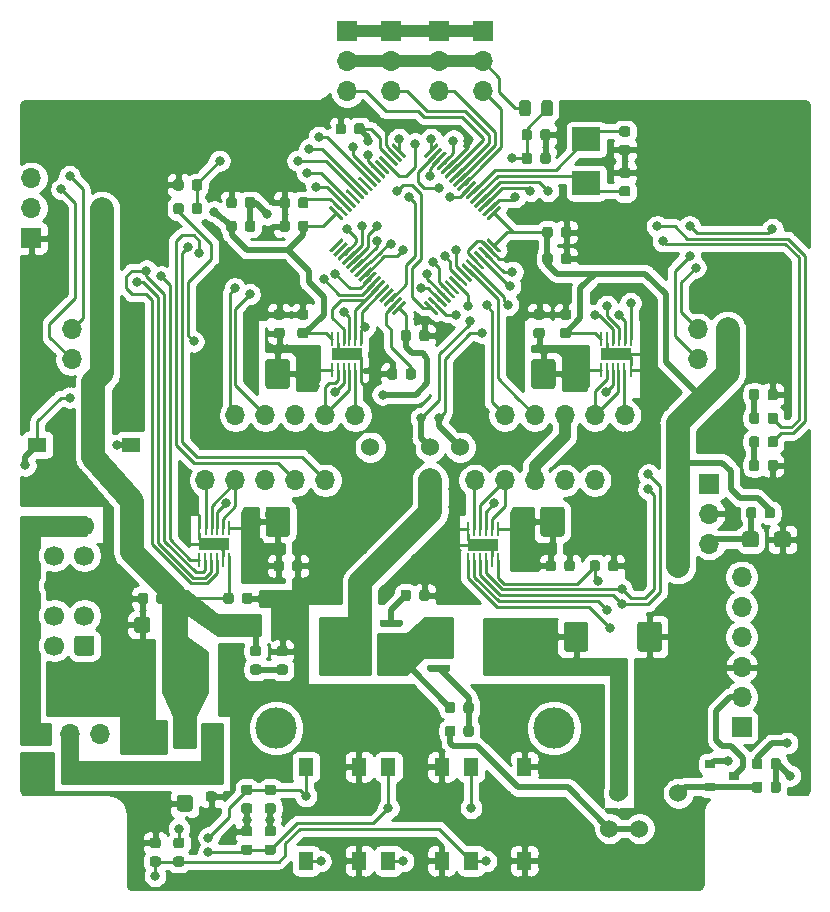
<source format=gbr>
%TF.GenerationSoftware,KiCad,Pcbnew,(5.1.6)-1*%
%TF.CreationDate,2021-11-17T22:19:31+01:00*%
%TF.ProjectId,sneak100_main_board,736e6561-6b31-4303-905f-6d61696e5f62,rev?*%
%TF.SameCoordinates,Original*%
%TF.FileFunction,Copper,L1,Top*%
%TF.FilePolarity,Positive*%
%FSLAX46Y46*%
G04 Gerber Fmt 4.6, Leading zero omitted, Abs format (unit mm)*
G04 Created by KiCad (PCBNEW (5.1.6)-1) date 2021-11-17 22:19:31*
%MOMM*%
%LPD*%
G01*
G04 APERTURE LIST*
%TA.AperFunction,WasherPad*%
%ADD10C,3.500000*%
%TD*%
%TA.AperFunction,ComponentPad*%
%ADD11C,1.524000*%
%TD*%
%TA.AperFunction,ComponentPad*%
%ADD12O,1.700000X1.700000*%
%TD*%
%TA.AperFunction,ComponentPad*%
%ADD13R,1.700000X1.700000*%
%TD*%
%TA.AperFunction,SMDPad,CuDef*%
%ADD14R,1.550000X1.300000*%
%TD*%
%TA.AperFunction,SMDPad,CuDef*%
%ADD15R,0.900000X0.800000*%
%TD*%
%TA.AperFunction,SMDPad,CuDef*%
%ADD16R,0.250000X1.250000*%
%TD*%
%TA.AperFunction,SMDPad,CuDef*%
%ADD17R,2.650000X1.000000*%
%TD*%
%TA.AperFunction,ViaPad*%
%ADD18C,0.600000*%
%TD*%
%TA.AperFunction,ComponentPad*%
%ADD19C,1.700000*%
%TD*%
%TA.AperFunction,ComponentPad*%
%ADD20R,1.524000X1.524000*%
%TD*%
%TA.AperFunction,SMDPad,CuDef*%
%ADD21R,1.500000X2.000000*%
%TD*%
%TA.AperFunction,SMDPad,CuDef*%
%ADD22R,3.800000X2.000000*%
%TD*%
%TA.AperFunction,SMDPad,CuDef*%
%ADD23R,1.300000X1.550000*%
%TD*%
%TA.AperFunction,SMDPad,CuDef*%
%ADD24R,2.400000X2.000000*%
%TD*%
%TA.AperFunction,ViaPad*%
%ADD25C,0.800000*%
%TD*%
%TA.AperFunction,Conductor*%
%ADD26C,0.250000*%
%TD*%
%TA.AperFunction,Conductor*%
%ADD27C,1.000000*%
%TD*%
%TA.AperFunction,Conductor*%
%ADD28C,2.000000*%
%TD*%
%TA.AperFunction,Conductor*%
%ADD29C,0.500000*%
%TD*%
%TA.AperFunction,Conductor*%
%ADD30C,0.300000*%
%TD*%
%TA.AperFunction,Conductor*%
%ADD31C,0.254000*%
%TD*%
G04 APERTURE END LIST*
D10*
%TO.P,U7,*%
%TO.N,*%
X136000000Y-102250000D03*
X159500000Y-102250000D03*
D11*
%TO.P,U7,1*%
%TO.N,+3V3*%
X143940000Y-78440000D03*
%TO.P,U7,3*%
%TO.N,/controller/I2C1_SCL*%
X149020000Y-78440000D03*
%TO.P,U7,2*%
%TO.N,GND*%
X146480000Y-78440000D03*
%TO.P,U7,4*%
%TO.N,/controller/I2C1_SDA*%
X151560000Y-78440000D03*
%TD*%
%TO.P,C32,2*%
%TO.N,GND*%
%TA.AperFunction,SMDPad,CuDef*%
G36*
G01*
X160100000Y-60506250D02*
X160100000Y-59993750D01*
G75*
G02*
X160318750Y-59775000I218750J0D01*
G01*
X160756250Y-59775000D01*
G75*
G02*
X160975000Y-59993750I0J-218750D01*
G01*
X160975000Y-60506250D01*
G75*
G02*
X160756250Y-60725000I-218750J0D01*
G01*
X160318750Y-60725000D01*
G75*
G02*
X160100000Y-60506250I0J218750D01*
G01*
G37*
%TD.AperFunction*%
%TO.P,C32,1*%
%TO.N,+3V3*%
%TA.AperFunction,SMDPad,CuDef*%
G36*
G01*
X158525000Y-60506250D02*
X158525000Y-59993750D01*
G75*
G02*
X158743750Y-59775000I218750J0D01*
G01*
X159181250Y-59775000D01*
G75*
G02*
X159400000Y-59993750I0J-218750D01*
G01*
X159400000Y-60506250D01*
G75*
G02*
X159181250Y-60725000I-218750J0D01*
G01*
X158743750Y-60725000D01*
G75*
G02*
X158525000Y-60506250I0J218750D01*
G01*
G37*
%TD.AperFunction*%
%TD*%
%TO.P,SW1,3*%
%TO.N,GND*%
X169290000Y-110750000D03*
%TO.P,SW1,2*%
%TO.N,Net-(R3-Pad2)*%
X166750000Y-110750000D03*
%TO.P,SW1,1*%
X164210000Y-110750000D03*
%TD*%
D12*
%TO.P,J14,3*%
%TO.N,/interface/DEBUG_TX*%
X115250000Y-55670000D03*
%TO.P,J14,2*%
%TO.N,/interface/DEBUG_RX*%
X115250000Y-58210000D03*
D13*
%TO.P,J14,1*%
%TO.N,GND*%
X115250000Y-60750000D03*
%TD*%
D14*
%TO.P,SW5,2*%
%TO.N,/controller/RST*%
X123725000Y-78250000D03*
%TO.P,SW5,1*%
%TO.N,GND*%
X123725000Y-73750000D03*
X115775000Y-73750000D03*
%TO.P,SW5,2*%
%TO.N,/controller/RST*%
X115775000Y-78250000D03*
%TD*%
%TO.P,R15,2*%
%TO.N,/controller/BLUETOOTH_PWR*%
%TA.AperFunction,SMDPad,CuDef*%
G36*
G01*
X177150000Y-104993750D02*
X177150000Y-105506250D01*
G75*
G02*
X176931250Y-105725000I-218750J0D01*
G01*
X176493750Y-105725000D01*
G75*
G02*
X176275000Y-105506250I0J218750D01*
G01*
X176275000Y-104993750D01*
G75*
G02*
X176493750Y-104775000I218750J0D01*
G01*
X176931250Y-104775000D01*
G75*
G02*
X177150000Y-104993750I0J-218750D01*
G01*
G37*
%TD.AperFunction*%
%TO.P,R15,1*%
%TO.N,Net-(Q3-Pad1)*%
%TA.AperFunction,SMDPad,CuDef*%
G36*
G01*
X178725000Y-104993750D02*
X178725000Y-105506250D01*
G75*
G02*
X178506250Y-105725000I-218750J0D01*
G01*
X178068750Y-105725000D01*
G75*
G02*
X177850000Y-105506250I0J218750D01*
G01*
X177850000Y-104993750D01*
G75*
G02*
X178068750Y-104775000I218750J0D01*
G01*
X178506250Y-104775000D01*
G75*
G02*
X178725000Y-104993750I0J-218750D01*
G01*
G37*
%TD.AperFunction*%
%TD*%
%TO.P,R14,2*%
%TO.N,+5V*%
%TA.AperFunction,SMDPad,CuDef*%
G36*
G01*
X177150000Y-106993750D02*
X177150000Y-107506250D01*
G75*
G02*
X176931250Y-107725000I-218750J0D01*
G01*
X176493750Y-107725000D01*
G75*
G02*
X176275000Y-107506250I0J218750D01*
G01*
X176275000Y-106993750D01*
G75*
G02*
X176493750Y-106775000I218750J0D01*
G01*
X176931250Y-106775000D01*
G75*
G02*
X177150000Y-106993750I0J-218750D01*
G01*
G37*
%TD.AperFunction*%
%TO.P,R14,1*%
%TO.N,Net-(Q3-Pad1)*%
%TA.AperFunction,SMDPad,CuDef*%
G36*
G01*
X178725000Y-106993750D02*
X178725000Y-107506250D01*
G75*
G02*
X178506250Y-107725000I-218750J0D01*
G01*
X178068750Y-107725000D01*
G75*
G02*
X177850000Y-107506250I0J218750D01*
G01*
X177850000Y-106993750D01*
G75*
G02*
X178068750Y-106775000I218750J0D01*
G01*
X178506250Y-106775000D01*
G75*
G02*
X178725000Y-106993750I0J-218750D01*
G01*
G37*
%TD.AperFunction*%
%TD*%
D15*
%TO.P,Q3,3*%
%TO.N,Net-(J10-Pad2)*%
X174750000Y-106250000D03*
%TO.P,Q3,2*%
%TO.N,+5V*%
X172750000Y-107200000D03*
%TO.P,Q3,1*%
%TO.N,Net-(Q3-Pad1)*%
X172750000Y-105300000D03*
%TD*%
D12*
%TO.P,JP1,3*%
%TO.N,N/C*%
X121080000Y-102750000D03*
%TO.P,JP1,2*%
%TO.N,+5V*%
X118540000Y-102750000D03*
D13*
%TO.P,JP1,1*%
%TO.N,ST-LINK_5V*%
X116000000Y-102750000D03*
%TD*%
%TO.P,C33,2*%
%TO.N,GND*%
%TA.AperFunction,SMDPad,CuDef*%
G36*
G01*
X132650000Y-57493750D02*
X132650000Y-58006250D01*
G75*
G02*
X132431250Y-58225000I-218750J0D01*
G01*
X131993750Y-58225000D01*
G75*
G02*
X131775000Y-58006250I0J218750D01*
G01*
X131775000Y-57493750D01*
G75*
G02*
X131993750Y-57275000I218750J0D01*
G01*
X132431250Y-57275000D01*
G75*
G02*
X132650000Y-57493750I0J-218750D01*
G01*
G37*
%TD.AperFunction*%
%TO.P,C33,1*%
%TO.N,/controller/RST*%
%TA.AperFunction,SMDPad,CuDef*%
G36*
G01*
X134225000Y-57493750D02*
X134225000Y-58006250D01*
G75*
G02*
X134006250Y-58225000I-218750J0D01*
G01*
X133568750Y-58225000D01*
G75*
G02*
X133350000Y-58006250I0J218750D01*
G01*
X133350000Y-57493750D01*
G75*
G02*
X133568750Y-57275000I218750J0D01*
G01*
X134006250Y-57275000D01*
G75*
G02*
X134225000Y-57493750I0J-218750D01*
G01*
G37*
%TD.AperFunction*%
%TD*%
%TO.P,C13,2*%
%TO.N,GND*%
%TA.AperFunction,SMDPad,CuDef*%
G36*
G01*
X166575000Y-95525000D02*
X166575000Y-93475000D01*
G75*
G02*
X166825000Y-93225000I250000J0D01*
G01*
X168400000Y-93225000D01*
G75*
G02*
X168650000Y-93475000I0J-250000D01*
G01*
X168650000Y-95525000D01*
G75*
G02*
X168400000Y-95775000I-250000J0D01*
G01*
X166825000Y-95775000D01*
G75*
G02*
X166575000Y-95525000I0J250000D01*
G01*
G37*
%TD.AperFunction*%
%TO.P,C13,1*%
%TO.N,SUPPLY*%
%TA.AperFunction,SMDPad,CuDef*%
G36*
G01*
X160350000Y-95526000D02*
X160350000Y-93474000D01*
G75*
G02*
X160599000Y-93225000I249000J0D01*
G01*
X162176000Y-93225000D01*
G75*
G02*
X162425000Y-93474000I0J-249000D01*
G01*
X162425000Y-95526000D01*
G75*
G02*
X162176000Y-95775000I-249000J0D01*
G01*
X160599000Y-95775000D01*
G75*
G02*
X160350000Y-95526000I0J249000D01*
G01*
G37*
%TD.AperFunction*%
%TD*%
%TO.P,C12,2*%
%TO.N,GND*%
%TA.AperFunction,SMDPad,CuDef*%
G36*
G01*
X164575000Y-85776000D02*
X164575000Y-83724000D01*
G75*
G02*
X164824000Y-83475000I249000J0D01*
G01*
X166401000Y-83475000D01*
G75*
G02*
X166650000Y-83724000I0J-249000D01*
G01*
X166650000Y-85776000D01*
G75*
G02*
X166401000Y-86025000I-249000J0D01*
G01*
X164824000Y-86025000D01*
G75*
G02*
X164575000Y-85776000I0J249000D01*
G01*
G37*
%TD.AperFunction*%
%TO.P,C12,1*%
%TO.N,SUPPLY*%
%TA.AperFunction,SMDPad,CuDef*%
G36*
G01*
X158350000Y-85775000D02*
X158350000Y-83725000D01*
G75*
G02*
X158600000Y-83475000I250000J0D01*
G01*
X160175000Y-83475000D01*
G75*
G02*
X160425000Y-83725000I0J-250000D01*
G01*
X160425000Y-85775000D01*
G75*
G02*
X160175000Y-86025000I-250000J0D01*
G01*
X158600000Y-86025000D01*
G75*
G02*
X158350000Y-85775000I0J250000D01*
G01*
G37*
%TD.AperFunction*%
%TD*%
%TO.P,C9,2*%
%TO.N,GND*%
%TA.AperFunction,SMDPad,CuDef*%
G36*
G01*
X141325000Y-85776000D02*
X141325000Y-83724000D01*
G75*
G02*
X141574000Y-83475000I249000J0D01*
G01*
X143151000Y-83475000D01*
G75*
G02*
X143400000Y-83724000I0J-249000D01*
G01*
X143400000Y-85776000D01*
G75*
G02*
X143151000Y-86025000I-249000J0D01*
G01*
X141574000Y-86025000D01*
G75*
G02*
X141325000Y-85776000I0J249000D01*
G01*
G37*
%TD.AperFunction*%
%TO.P,C9,1*%
%TO.N,SUPPLY*%
%TA.AperFunction,SMDPad,CuDef*%
G36*
G01*
X135100000Y-85775000D02*
X135100000Y-83725000D01*
G75*
G02*
X135350000Y-83475000I250000J0D01*
G01*
X136925000Y-83475000D01*
G75*
G02*
X137175000Y-83725000I0J-250000D01*
G01*
X137175000Y-85775000D01*
G75*
G02*
X136925000Y-86025000I-250000J0D01*
G01*
X135350000Y-86025000D01*
G75*
G02*
X135100000Y-85775000I0J250000D01*
G01*
G37*
%TD.AperFunction*%
%TD*%
%TO.P,C6,2*%
%TO.N,GND*%
%TA.AperFunction,SMDPad,CuDef*%
G36*
G01*
X153425000Y-71224000D02*
X153425000Y-73276000D01*
G75*
G02*
X153176000Y-73525000I-249000J0D01*
G01*
X151599000Y-73525000D01*
G75*
G02*
X151350000Y-73276000I0J249000D01*
G01*
X151350000Y-71224000D01*
G75*
G02*
X151599000Y-70975000I249000J0D01*
G01*
X153176000Y-70975000D01*
G75*
G02*
X153425000Y-71224000I0J-249000D01*
G01*
G37*
%TD.AperFunction*%
%TO.P,C6,1*%
%TO.N,SUPPLY*%
%TA.AperFunction,SMDPad,CuDef*%
G36*
G01*
X159650000Y-71225000D02*
X159650000Y-73275000D01*
G75*
G02*
X159400000Y-73525000I-250000J0D01*
G01*
X157825000Y-73525000D01*
G75*
G02*
X157575000Y-73275000I0J250000D01*
G01*
X157575000Y-71225000D01*
G75*
G02*
X157825000Y-70975000I250000J0D01*
G01*
X159400000Y-70975000D01*
G75*
G02*
X159650000Y-71225000I0J-250000D01*
G01*
G37*
%TD.AperFunction*%
%TD*%
%TO.P,C3,2*%
%TO.N,GND*%
%TA.AperFunction,SMDPad,CuDef*%
G36*
G01*
X130925000Y-71224000D02*
X130925000Y-73276000D01*
G75*
G02*
X130676000Y-73525000I-249000J0D01*
G01*
X129099000Y-73525000D01*
G75*
G02*
X128850000Y-73276000I0J249000D01*
G01*
X128850000Y-71224000D01*
G75*
G02*
X129099000Y-70975000I249000J0D01*
G01*
X130676000Y-70975000D01*
G75*
G02*
X130925000Y-71224000I0J-249000D01*
G01*
G37*
%TD.AperFunction*%
%TO.P,C3,1*%
%TO.N,SUPPLY*%
%TA.AperFunction,SMDPad,CuDef*%
G36*
G01*
X137150000Y-71225000D02*
X137150000Y-73275000D01*
G75*
G02*
X136900000Y-73525000I-250000J0D01*
G01*
X135325000Y-73525000D01*
G75*
G02*
X135075000Y-73275000I0J250000D01*
G01*
X135075000Y-71225000D01*
G75*
G02*
X135325000Y-70975000I250000J0D01*
G01*
X136900000Y-70975000D01*
G75*
G02*
X137150000Y-71225000I0J-250000D01*
G01*
G37*
%TD.AperFunction*%
%TD*%
D16*
%TO.P,U4,2*%
%TO.N,/motors/RB_OUT1*%
X154250000Y-85375000D03*
%TO.P,U4,3*%
%TO.N,/motors/RB_OUT2*%
X153750000Y-85375000D03*
%TO.P,U4,4*%
%TO.N,/motors/RB_OUT1*%
X153275000Y-85375000D03*
%TO.P,U4,5*%
%TO.N,/motors/RB_OUT2*%
X152775000Y-85375000D03*
%TO.P,U4,1*%
%TO.N,SUPPLY*%
X154750000Y-85375000D03*
%TO.P,U4,7*%
%TO.N,/controller/RB_IN2*%
X152250000Y-88025000D03*
%TO.P,U4,12*%
%TO.N,+3V3*%
X154750000Y-88025000D03*
D17*
%TO.P,U4,13*%
%TO.N,GND*%
X153500000Y-86700000D03*
D16*
%TO.P,U4,11*%
X154250000Y-88025000D03*
D18*
%TD*%
%TO.N,GND*%
%TO.C,U4*%
X153500000Y-86700000D03*
D16*
%TO.P,U4,10*%
%TO.N,/controller/RB_IN1*%
X153750000Y-88025000D03*
D18*
%TD*%
%TO.N,GND*%
%TO.C,U4*%
X152500000Y-86700000D03*
%TO.N,GND*%
%TO.C,U4*%
X154500000Y-86700000D03*
D16*
%TD*%
%TO.P,U4,9*%
%TO.N,/controller/RB_IN2*%
X153250000Y-88025000D03*
%TO.P,U4,6*%
%TO.N,GND*%
X152250000Y-85375000D03*
%TO.P,U4,8*%
%TO.N,/controller/RB_IN1*%
X152750000Y-88025000D03*
%TD*%
%TO.P,U3,2*%
%TO.N,/motors/LB_OUT1*%
X131500000Y-85325000D03*
%TO.P,U3,3*%
%TO.N,/motors/LB_OUT2*%
X131000000Y-85325000D03*
%TO.P,U3,4*%
%TO.N,/motors/LB_OUT1*%
X130525000Y-85325000D03*
%TO.P,U3,5*%
%TO.N,/motors/LB_OUT2*%
X130025000Y-85325000D03*
%TO.P,U3,1*%
%TO.N,SUPPLY*%
X132000000Y-85325000D03*
%TO.P,U3,7*%
%TO.N,/controller/LB_IN2*%
X129500000Y-87975000D03*
%TO.P,U3,12*%
%TO.N,+3V3*%
X132000000Y-87975000D03*
D17*
%TO.P,U3,13*%
%TO.N,GND*%
X130750000Y-86650000D03*
D16*
%TO.P,U3,11*%
X131500000Y-87975000D03*
D18*
%TD*%
%TO.N,GND*%
%TO.C,U3*%
X130750000Y-86650000D03*
D16*
%TO.P,U3,10*%
%TO.N,/controller/LB_IN1*%
X131000000Y-87975000D03*
D18*
%TD*%
%TO.N,GND*%
%TO.C,U3*%
X129750000Y-86650000D03*
%TO.N,GND*%
%TO.C,U3*%
X131750000Y-86650000D03*
D16*
%TD*%
%TO.P,U3,9*%
%TO.N,/controller/LB_IN2*%
X130500000Y-87975000D03*
%TO.P,U3,6*%
%TO.N,GND*%
X129500000Y-85325000D03*
%TO.P,U3,8*%
%TO.N,/controller/LB_IN1*%
X130000000Y-87975000D03*
%TD*%
%TO.P,U2,2*%
%TO.N,/motors/RF_OUT1*%
X164000000Y-71925000D03*
%TO.P,U2,3*%
%TO.N,/motors/RF_OUT2*%
X164500000Y-71925000D03*
%TO.P,U2,4*%
%TO.N,/motors/RF_OUT1*%
X164975000Y-71925000D03*
%TO.P,U2,5*%
%TO.N,/motors/RF_OUT2*%
X165475000Y-71925000D03*
%TO.P,U2,1*%
%TO.N,SUPPLY*%
X163500000Y-71925000D03*
%TO.P,U2,7*%
%TO.N,/controller/RF_IN2*%
X166000000Y-69275000D03*
%TO.P,U2,12*%
%TO.N,+3V3*%
X163500000Y-69275000D03*
D17*
%TO.P,U2,13*%
%TO.N,GND*%
X164750000Y-70600000D03*
D16*
%TO.P,U2,11*%
X164000000Y-69275000D03*
D18*
%TD*%
%TO.N,GND*%
%TO.C,U2*%
X164750000Y-70600000D03*
D16*
%TO.P,U2,10*%
%TO.N,/controller/RF_IN1*%
X164500000Y-69275000D03*
D18*
%TD*%
%TO.N,GND*%
%TO.C,U2*%
X165750000Y-70600000D03*
%TO.N,GND*%
%TO.C,U2*%
X163750000Y-70600000D03*
D16*
%TD*%
%TO.P,U2,9*%
%TO.N,/controller/RF_IN2*%
X165000000Y-69275000D03*
%TO.P,U2,6*%
%TO.N,GND*%
X166000000Y-71925000D03*
%TO.P,U2,8*%
%TO.N,/controller/RF_IN1*%
X165500000Y-69275000D03*
%TD*%
%TO.P,U1,2*%
%TO.N,/motors/LF_OUT1*%
X141200000Y-71925000D03*
%TO.P,U1,3*%
%TO.N,/motors/LF_OUT2*%
X141700000Y-71925000D03*
%TO.P,U1,4*%
%TO.N,/motors/LF_OUT1*%
X142175000Y-71925000D03*
%TO.P,U1,5*%
%TO.N,/motors/LF_OUT2*%
X142675000Y-71925000D03*
%TO.P,U1,1*%
%TO.N,SUPPLY*%
X140700000Y-71925000D03*
%TO.P,U1,7*%
%TO.N,/controller/LF_IN2*%
X143200000Y-69275000D03*
%TO.P,U1,12*%
%TO.N,+3V3*%
X140700000Y-69275000D03*
D17*
%TO.P,U1,13*%
%TO.N,GND*%
X141950000Y-70600000D03*
D16*
%TO.P,U1,11*%
X141200000Y-69275000D03*
D18*
%TD*%
%TO.N,GND*%
%TO.C,U1*%
X141950000Y-70600000D03*
D16*
%TO.P,U1,10*%
%TO.N,/controller/LF_IN1*%
X141700000Y-69275000D03*
D18*
%TD*%
%TO.N,GND*%
%TO.C,U1*%
X142950000Y-70600000D03*
%TO.N,GND*%
%TO.C,U1*%
X140950000Y-70600000D03*
D16*
%TD*%
%TO.P,U1,9*%
%TO.N,/controller/LF_IN2*%
X142200000Y-69275000D03*
%TO.P,U1,6*%
%TO.N,GND*%
X143200000Y-71925000D03*
%TO.P,U1,8*%
%TO.N,/controller/LF_IN1*%
X142700000Y-69275000D03*
%TD*%
D19*
%TO.P,J13,10*%
%TO.N,ST-LINK_5V*%
X117210000Y-85090000D03*
%TO.P,J13,8*%
%TO.N,N/C*%
X117210000Y-87630000D03*
%TO.P,J13,6*%
%TO.N,GND*%
X117210000Y-90170000D03*
%TO.P,J13,4*%
%TO.N,/controller/SWDIO*%
X117210000Y-92710000D03*
%TO.P,J13,2*%
%TO.N,/controller/SWCLK*%
X117210000Y-95250000D03*
%TO.P,J13,9*%
%TO.N,ST-LINK_5V*%
X119750000Y-85090000D03*
%TO.P,J13,7*%
%TO.N,N/C*%
X119750000Y-87630000D03*
%TO.P,J13,5*%
%TO.N,GND*%
X119750000Y-90170000D03*
%TO.P,J13,3*%
%TO.N,N/C*%
X119750000Y-92710000D03*
%TO.P,J13,1*%
%TO.N,/controller/RST*%
%TA.AperFunction,ComponentPad*%
G36*
G01*
X120600000Y-94650000D02*
X120600000Y-95850000D01*
G75*
G02*
X120350000Y-96100000I-250000J0D01*
G01*
X119150000Y-96100000D01*
G75*
G02*
X118900000Y-95850000I0J250000D01*
G01*
X118900000Y-94650000D01*
G75*
G02*
X119150000Y-94400000I250000J0D01*
G01*
X120350000Y-94400000D01*
G75*
G02*
X120600000Y-94650000I0J-250000D01*
G01*
G37*
%TD.AperFunction*%
%TD*%
D12*
%TO.P,J12,6*%
%TO.N,/controller/PROXIMITY_RR*%
X171670000Y-68460000D03*
%TO.P,J12,5*%
%TO.N,/controller/PROXIMITY_FR*%
X171670000Y-71000000D03*
%TO.P,J12,4*%
%TO.N,+3V3*%
X174210000Y-68460000D03*
%TO.P,J12,3*%
X174210000Y-71000000D03*
%TO.P,J12,2*%
%TO.N,GND*%
X176750000Y-68460000D03*
D13*
%TO.P,J12,1*%
X176750000Y-71000000D03*
%TD*%
D12*
%TO.P,J11,6*%
%TO.N,/controller/PROXIMITY_FL*%
X118670000Y-68460000D03*
%TO.P,J11,5*%
%TO.N,/controller/PROXIMITY_LL*%
X118670000Y-71000000D03*
%TO.P,J11,4*%
%TO.N,+3V3*%
X121210000Y-68460000D03*
%TO.P,J11,3*%
X121210000Y-71000000D03*
%TO.P,J11,2*%
%TO.N,GND*%
X123750000Y-68460000D03*
D13*
%TO.P,J11,1*%
X123750000Y-71000000D03*
%TD*%
D12*
%TO.P,J9,3*%
%TO.N,/controller/LINE_RR*%
X153500000Y-48330000D03*
%TO.P,J9,2*%
%TO.N,+3V3*%
X153500000Y-45790000D03*
D13*
%TO.P,J9,1*%
%TO.N,GND*%
X153500000Y-43250000D03*
%TD*%
D12*
%TO.P,J8,3*%
%TO.N,/controller/LINE_RM*%
X149750000Y-48330000D03*
%TO.P,J8,2*%
%TO.N,+3V3*%
X149750000Y-45790000D03*
D13*
%TO.P,J8,1*%
%TO.N,GND*%
X149750000Y-43250000D03*
%TD*%
D12*
%TO.P,J7,3*%
%TO.N,/controller/LINE_LM*%
X145750000Y-48330000D03*
%TO.P,J7,2*%
%TO.N,+3V3*%
X145750000Y-45790000D03*
D13*
%TO.P,J7,1*%
%TO.N,GND*%
X145750000Y-43250000D03*
%TD*%
D12*
%TO.P,J6,3*%
%TO.N,/controller/LINE_LL*%
X142000000Y-48330000D03*
%TO.P,J6,2*%
%TO.N,+3V3*%
X142000000Y-45790000D03*
D13*
%TO.P,J6,1*%
%TO.N,GND*%
X142000000Y-43250000D03*
%TD*%
%TO.P,C21,2*%
%TO.N,GND*%
%TA.AperFunction,SMDPad,CuDef*%
G36*
G01*
X178150000Y-86675001D02*
X178150000Y-85824999D01*
G75*
G02*
X178399999Y-85575000I249999J0D01*
G01*
X179300001Y-85575000D01*
G75*
G02*
X179550000Y-85824999I0J-249999D01*
G01*
X179550000Y-86675001D01*
G75*
G02*
X179300001Y-86925000I-249999J0D01*
G01*
X178399999Y-86925000D01*
G75*
G02*
X178150000Y-86675001I0J249999D01*
G01*
G37*
%TD.AperFunction*%
%TO.P,C21,1*%
%TO.N,Net-(C21-Pad1)*%
%TA.AperFunction,SMDPad,CuDef*%
G36*
G01*
X175450000Y-86675001D02*
X175450000Y-85824999D01*
G75*
G02*
X175699999Y-85575000I249999J0D01*
G01*
X176600001Y-85575000D01*
G75*
G02*
X176850000Y-85824999I0J-249999D01*
G01*
X176850000Y-86675001D01*
G75*
G02*
X176600001Y-86925000I-249999J0D01*
G01*
X175699999Y-86925000D01*
G75*
G02*
X175450000Y-86675001I0J249999D01*
G01*
G37*
%TD.AperFunction*%
%TD*%
%TO.P,C16,2*%
%TO.N,GND*%
%TA.AperFunction,SMDPad,CuDef*%
G36*
G01*
X125350000Y-93074999D02*
X125350000Y-93925001D01*
G75*
G02*
X125100001Y-94175000I-249999J0D01*
G01*
X124199999Y-94175000D01*
G75*
G02*
X123950000Y-93925001I0J249999D01*
G01*
X123950000Y-93074999D01*
G75*
G02*
X124199999Y-92825000I249999J0D01*
G01*
X125100001Y-92825000D01*
G75*
G02*
X125350000Y-93074999I0J-249999D01*
G01*
G37*
%TD.AperFunction*%
%TO.P,C16,1*%
%TO.N,+3V3*%
%TA.AperFunction,SMDPad,CuDef*%
G36*
G01*
X128050000Y-93074999D02*
X128050000Y-93925001D01*
G75*
G02*
X127800001Y-94175000I-249999J0D01*
G01*
X126899999Y-94175000D01*
G75*
G02*
X126650000Y-93925001I0J249999D01*
G01*
X126650000Y-93074999D01*
G75*
G02*
X126899999Y-92825000I249999J0D01*
G01*
X127800001Y-92825000D01*
G75*
G02*
X128050000Y-93074999I0J-249999D01*
G01*
G37*
%TD.AperFunction*%
%TD*%
%TO.P,C15,2*%
%TO.N,GND*%
%TA.AperFunction,SMDPad,CuDef*%
G36*
G01*
X127824999Y-107900000D02*
X128675001Y-107900000D01*
G75*
G02*
X128925000Y-108149999I0J-249999D01*
G01*
X128925000Y-109050001D01*
G75*
G02*
X128675001Y-109300000I-249999J0D01*
G01*
X127824999Y-109300000D01*
G75*
G02*
X127575000Y-109050001I0J249999D01*
G01*
X127575000Y-108149999D01*
G75*
G02*
X127824999Y-107900000I249999J0D01*
G01*
G37*
%TD.AperFunction*%
%TO.P,C15,1*%
%TO.N,+5V*%
%TA.AperFunction,SMDPad,CuDef*%
G36*
G01*
X127824999Y-105200000D02*
X128675001Y-105200000D01*
G75*
G02*
X128925000Y-105449999I0J-249999D01*
G01*
X128925000Y-106350001D01*
G75*
G02*
X128675001Y-106600000I-249999J0D01*
G01*
X127824999Y-106600000D01*
G75*
G02*
X127575000Y-106350001I0J249999D01*
G01*
X127575000Y-105449999D01*
G75*
G02*
X127824999Y-105200000I249999J0D01*
G01*
G37*
%TD.AperFunction*%
%TD*%
%TO.P,Q2,8*%
%TO.N,SUPPLY*%
%TA.AperFunction,SMDPad,CuDef*%
G36*
G01*
X153750000Y-93495000D02*
X153750000Y-93195000D01*
G75*
G02*
X153900000Y-93045000I150000J0D01*
G01*
X155550000Y-93045000D01*
G75*
G02*
X155700000Y-93195000I0J-150000D01*
G01*
X155700000Y-93495000D01*
G75*
G02*
X155550000Y-93645000I-150000J0D01*
G01*
X153900000Y-93645000D01*
G75*
G02*
X153750000Y-93495000I0J150000D01*
G01*
G37*
%TD.AperFunction*%
%TO.P,Q2,7*%
%TA.AperFunction,SMDPad,CuDef*%
G36*
G01*
X153750000Y-94765000D02*
X153750000Y-94465000D01*
G75*
G02*
X153900000Y-94315000I150000J0D01*
G01*
X155550000Y-94315000D01*
G75*
G02*
X155700000Y-94465000I0J-150000D01*
G01*
X155700000Y-94765000D01*
G75*
G02*
X155550000Y-94915000I-150000J0D01*
G01*
X153900000Y-94915000D01*
G75*
G02*
X153750000Y-94765000I0J150000D01*
G01*
G37*
%TD.AperFunction*%
%TO.P,Q2,6*%
%TA.AperFunction,SMDPad,CuDef*%
G36*
G01*
X153750000Y-96035000D02*
X153750000Y-95735000D01*
G75*
G02*
X153900000Y-95585000I150000J0D01*
G01*
X155550000Y-95585000D01*
G75*
G02*
X155700000Y-95735000I0J-150000D01*
G01*
X155700000Y-96035000D01*
G75*
G02*
X155550000Y-96185000I-150000J0D01*
G01*
X153900000Y-96185000D01*
G75*
G02*
X153750000Y-96035000I0J150000D01*
G01*
G37*
%TD.AperFunction*%
%TO.P,Q2,5*%
%TA.AperFunction,SMDPad,CuDef*%
G36*
G01*
X153750000Y-97305000D02*
X153750000Y-97005000D01*
G75*
G02*
X153900000Y-96855000I150000J0D01*
G01*
X155550000Y-96855000D01*
G75*
G02*
X155700000Y-97005000I0J-150000D01*
G01*
X155700000Y-97305000D01*
G75*
G02*
X155550000Y-97455000I-150000J0D01*
G01*
X153900000Y-97455000D01*
G75*
G02*
X153750000Y-97305000I0J150000D01*
G01*
G37*
%TD.AperFunction*%
%TO.P,Q2,4*%
%TO.N,Net-(Q2-Pad4)*%
%TA.AperFunction,SMDPad,CuDef*%
G36*
G01*
X148800000Y-97305000D02*
X148800000Y-97005000D01*
G75*
G02*
X148950000Y-96855000I150000J0D01*
G01*
X150600000Y-96855000D01*
G75*
G02*
X150750000Y-97005000I0J-150000D01*
G01*
X150750000Y-97305000D01*
G75*
G02*
X150600000Y-97455000I-150000J0D01*
G01*
X148950000Y-97455000D01*
G75*
G02*
X148800000Y-97305000I0J150000D01*
G01*
G37*
%TD.AperFunction*%
%TO.P,Q2,3*%
%TO.N,Net-(Q1-Pad1)*%
%TA.AperFunction,SMDPad,CuDef*%
G36*
G01*
X148800000Y-96035000D02*
X148800000Y-95735000D01*
G75*
G02*
X148950000Y-95585000I150000J0D01*
G01*
X150600000Y-95585000D01*
G75*
G02*
X150750000Y-95735000I0J-150000D01*
G01*
X150750000Y-96035000D01*
G75*
G02*
X150600000Y-96185000I-150000J0D01*
G01*
X148950000Y-96185000D01*
G75*
G02*
X148800000Y-96035000I0J150000D01*
G01*
G37*
%TD.AperFunction*%
%TO.P,Q2,2*%
%TA.AperFunction,SMDPad,CuDef*%
G36*
G01*
X148800000Y-94765000D02*
X148800000Y-94465000D01*
G75*
G02*
X148950000Y-94315000I150000J0D01*
G01*
X150600000Y-94315000D01*
G75*
G02*
X150750000Y-94465000I0J-150000D01*
G01*
X150750000Y-94765000D01*
G75*
G02*
X150600000Y-94915000I-150000J0D01*
G01*
X148950000Y-94915000D01*
G75*
G02*
X148800000Y-94765000I0J150000D01*
G01*
G37*
%TD.AperFunction*%
%TO.P,Q2,1*%
%TA.AperFunction,SMDPad,CuDef*%
G36*
G01*
X148800000Y-93495000D02*
X148800000Y-93195000D01*
G75*
G02*
X148950000Y-93045000I150000J0D01*
G01*
X150600000Y-93045000D01*
G75*
G02*
X150750000Y-93195000I0J-150000D01*
G01*
X150750000Y-93495000D01*
G75*
G02*
X150600000Y-93645000I-150000J0D01*
G01*
X148950000Y-93645000D01*
G75*
G02*
X148800000Y-93495000I0J150000D01*
G01*
G37*
%TD.AperFunction*%
%TD*%
%TO.P,Q1,8*%
%TO.N,Net-(J5-Pad2)*%
%TA.AperFunction,SMDPad,CuDef*%
G36*
G01*
X141750000Y-97005000D02*
X141750000Y-97305000D01*
G75*
G02*
X141600000Y-97455000I-150000J0D01*
G01*
X139950000Y-97455000D01*
G75*
G02*
X139800000Y-97305000I0J150000D01*
G01*
X139800000Y-97005000D01*
G75*
G02*
X139950000Y-96855000I150000J0D01*
G01*
X141600000Y-96855000D01*
G75*
G02*
X141750000Y-97005000I0J-150000D01*
G01*
G37*
%TD.AperFunction*%
%TO.P,Q1,7*%
%TA.AperFunction,SMDPad,CuDef*%
G36*
G01*
X141750000Y-95735000D02*
X141750000Y-96035000D01*
G75*
G02*
X141600000Y-96185000I-150000J0D01*
G01*
X139950000Y-96185000D01*
G75*
G02*
X139800000Y-96035000I0J150000D01*
G01*
X139800000Y-95735000D01*
G75*
G02*
X139950000Y-95585000I150000J0D01*
G01*
X141600000Y-95585000D01*
G75*
G02*
X141750000Y-95735000I0J-150000D01*
G01*
G37*
%TD.AperFunction*%
%TO.P,Q1,6*%
%TA.AperFunction,SMDPad,CuDef*%
G36*
G01*
X141750000Y-94465000D02*
X141750000Y-94765000D01*
G75*
G02*
X141600000Y-94915000I-150000J0D01*
G01*
X139950000Y-94915000D01*
G75*
G02*
X139800000Y-94765000I0J150000D01*
G01*
X139800000Y-94465000D01*
G75*
G02*
X139950000Y-94315000I150000J0D01*
G01*
X141600000Y-94315000D01*
G75*
G02*
X141750000Y-94465000I0J-150000D01*
G01*
G37*
%TD.AperFunction*%
%TO.P,Q1,5*%
%TA.AperFunction,SMDPad,CuDef*%
G36*
G01*
X141750000Y-93195000D02*
X141750000Y-93495000D01*
G75*
G02*
X141600000Y-93645000I-150000J0D01*
G01*
X139950000Y-93645000D01*
G75*
G02*
X139800000Y-93495000I0J150000D01*
G01*
X139800000Y-93195000D01*
G75*
G02*
X139950000Y-93045000I150000J0D01*
G01*
X141600000Y-93045000D01*
G75*
G02*
X141750000Y-93195000I0J-150000D01*
G01*
G37*
%TD.AperFunction*%
%TO.P,Q1,4*%
%TO.N,Net-(Q1-Pad4)*%
%TA.AperFunction,SMDPad,CuDef*%
G36*
G01*
X146700000Y-93195000D02*
X146700000Y-93495000D01*
G75*
G02*
X146550000Y-93645000I-150000J0D01*
G01*
X144900000Y-93645000D01*
G75*
G02*
X144750000Y-93495000I0J150000D01*
G01*
X144750000Y-93195000D01*
G75*
G02*
X144900000Y-93045000I150000J0D01*
G01*
X146550000Y-93045000D01*
G75*
G02*
X146700000Y-93195000I0J-150000D01*
G01*
G37*
%TD.AperFunction*%
%TO.P,Q1,3*%
%TO.N,Net-(Q1-Pad1)*%
%TA.AperFunction,SMDPad,CuDef*%
G36*
G01*
X146700000Y-94465000D02*
X146700000Y-94765000D01*
G75*
G02*
X146550000Y-94915000I-150000J0D01*
G01*
X144900000Y-94915000D01*
G75*
G02*
X144750000Y-94765000I0J150000D01*
G01*
X144750000Y-94465000D01*
G75*
G02*
X144900000Y-94315000I150000J0D01*
G01*
X146550000Y-94315000D01*
G75*
G02*
X146700000Y-94465000I0J-150000D01*
G01*
G37*
%TD.AperFunction*%
%TO.P,Q1,2*%
%TA.AperFunction,SMDPad,CuDef*%
G36*
G01*
X146700000Y-95735000D02*
X146700000Y-96035000D01*
G75*
G02*
X146550000Y-96185000I-150000J0D01*
G01*
X144900000Y-96185000D01*
G75*
G02*
X144750000Y-96035000I0J150000D01*
G01*
X144750000Y-95735000D01*
G75*
G02*
X144900000Y-95585000I150000J0D01*
G01*
X146550000Y-95585000D01*
G75*
G02*
X146700000Y-95735000I0J-150000D01*
G01*
G37*
%TD.AperFunction*%
%TO.P,Q1,1*%
%TA.AperFunction,SMDPad,CuDef*%
G36*
G01*
X146700000Y-97005000D02*
X146700000Y-97305000D01*
G75*
G02*
X146550000Y-97455000I-150000J0D01*
G01*
X144900000Y-97455000D01*
G75*
G02*
X144750000Y-97305000I0J150000D01*
G01*
X144750000Y-97005000D01*
G75*
G02*
X144900000Y-96855000I150000J0D01*
G01*
X146550000Y-96855000D01*
G75*
G02*
X146700000Y-97005000I0J-150000D01*
G01*
G37*
%TD.AperFunction*%
%TD*%
D12*
%TO.P,J5,2*%
%TO.N,Net-(J5-Pad2)*%
X149040000Y-81250000D03*
D13*
%TO.P,J5,1*%
%TO.N,GND*%
X146500000Y-81250000D03*
%TD*%
D12*
%TO.P,J4,6*%
%TO.N,/motors/RB_OUT2*%
X152800000Y-81250000D03*
%TO.P,J4,5*%
%TO.N,/motors/RB_OUT1*%
X155340000Y-81250000D03*
%TO.P,J4,4*%
%TO.N,+3V3*%
X157880000Y-81250000D03*
%TO.P,J4,3*%
%TO.N,/controller/RB_A*%
X160420000Y-81250000D03*
%TO.P,J4,2*%
%TO.N,/controller/RB_B*%
X162960000Y-81250000D03*
D13*
%TO.P,J4,1*%
%TO.N,GND*%
X165500000Y-81250000D03*
%TD*%
D12*
%TO.P,J3,6*%
%TO.N,/motors/LB_OUT2*%
X130000000Y-81250000D03*
%TO.P,J3,5*%
%TO.N,/motors/LB_OUT1*%
X132540000Y-81250000D03*
%TO.P,J3,4*%
%TO.N,+3V3*%
X135080000Y-81250000D03*
%TO.P,J3,3*%
%TO.N,/controller/LB_A*%
X137620000Y-81250000D03*
%TO.P,J3,2*%
%TO.N,/controller/LB_B*%
X140160000Y-81250000D03*
D13*
%TO.P,J3,1*%
%TO.N,GND*%
X142700000Y-81250000D03*
%TD*%
D12*
%TO.P,J2,6*%
%TO.N,/motors/RF_OUT2*%
X165500000Y-75750000D03*
%TO.P,J2,5*%
%TO.N,/motors/RF_OUT1*%
X162960000Y-75750000D03*
%TO.P,J2,4*%
%TO.N,+3V3*%
X160420000Y-75750000D03*
%TO.P,J2,3*%
%TO.N,/controller/RF_A*%
X157880000Y-75750000D03*
%TO.P,J2,2*%
%TO.N,/controller/RF_B*%
X155340000Y-75750000D03*
D13*
%TO.P,J2,1*%
%TO.N,GND*%
X152800000Y-75750000D03*
%TD*%
D12*
%TO.P,J1,6*%
%TO.N,/motors/LF_OUT2*%
X142700000Y-75750000D03*
%TO.P,J1,5*%
%TO.N,/motors/LF_OUT1*%
X140160000Y-75750000D03*
%TO.P,J1,4*%
%TO.N,+3V3*%
X137620000Y-75750000D03*
%TO.P,J1,3*%
%TO.N,/controller/LF_A*%
X135080000Y-75750000D03*
%TO.P,J1,2*%
%TO.N,/controller/LF_B*%
X132540000Y-75750000D03*
D13*
%TO.P,J1,1*%
%TO.N,GND*%
X130000000Y-75750000D03*
%TD*%
D11*
%TO.P,U6,3*%
%TO.N,+5V*%
X170040000Y-107750000D03*
D20*
%TO.P,U6,2*%
%TO.N,GND*%
X167500000Y-107750000D03*
D11*
%TO.P,U6,1*%
%TO.N,SUPPLY*%
X164960000Y-107750000D03*
%TD*%
D21*
%TO.P,U5,1*%
%TO.N,GND*%
X125950000Y-102900000D03*
%TO.P,U5,3*%
%TO.N,+5V*%
X130550000Y-102900000D03*
%TO.P,U5,2*%
%TO.N,+3V3*%
X128250000Y-102900000D03*
D22*
X128250000Y-96600000D03*
%TD*%
D12*
%TO.P,U8,3*%
%TO.N,Net-(C21-Pad1)*%
X172650000Y-86630000D03*
%TO.P,U8,2*%
%TO.N,GND*%
X172650000Y-84090000D03*
D13*
%TO.P,U8,1*%
%TO.N,/controller/RECEIVER_OUT*%
X172650000Y-81550000D03*
%TD*%
%TO.P,U9,64*%
%TO.N,+3V3*%
%TA.AperFunction,SMDPad,CuDef*%
G36*
G01*
X154025572Y-60760140D02*
X155015522Y-61750090D01*
G75*
G02*
X155015522Y-61856156I-53033J-53033D01*
G01*
X154909456Y-61962222D01*
G75*
G02*
X154803390Y-61962222I-53033J53033D01*
G01*
X153813440Y-60972272D01*
G75*
G02*
X153813440Y-60866206I53033J53033D01*
G01*
X153919506Y-60760140D01*
G75*
G02*
X154025572Y-60760140I53033J-53033D01*
G01*
G37*
%TD.AperFunction*%
%TO.P,U9,63*%
%TO.N,GND*%
%TA.AperFunction,SMDPad,CuDef*%
G36*
G01*
X153672019Y-61113693D02*
X154661969Y-62103643D01*
G75*
G02*
X154661969Y-62209709I-53033J-53033D01*
G01*
X154555903Y-62315775D01*
G75*
G02*
X154449837Y-62315775I-53033J53033D01*
G01*
X153459887Y-61325825D01*
G75*
G02*
X153459887Y-61219759I53033J53033D01*
G01*
X153565953Y-61113693D01*
G75*
G02*
X153672019Y-61113693I53033J-53033D01*
G01*
G37*
%TD.AperFunction*%
%TO.P,U9,62*%
%TO.N,/controller/I2C1_SDA*%
%TA.AperFunction,SMDPad,CuDef*%
G36*
G01*
X153318466Y-61467246D02*
X154308416Y-62457196D01*
G75*
G02*
X154308416Y-62563262I-53033J-53033D01*
G01*
X154202350Y-62669328D01*
G75*
G02*
X154096284Y-62669328I-53033J53033D01*
G01*
X153106334Y-61679378D01*
G75*
G02*
X153106334Y-61573312I53033J53033D01*
G01*
X153212400Y-61467246D01*
G75*
G02*
X153318466Y-61467246I53033J-53033D01*
G01*
G37*
%TD.AperFunction*%
%TO.P,U9,61*%
%TO.N,/controller/I2C1_SCL*%
%TA.AperFunction,SMDPad,CuDef*%
G36*
G01*
X152964912Y-61820800D02*
X153954862Y-62810750D01*
G75*
G02*
X153954862Y-62916816I-53033J-53033D01*
G01*
X153848796Y-63022882D01*
G75*
G02*
X153742730Y-63022882I-53033J53033D01*
G01*
X152752780Y-62032932D01*
G75*
G02*
X152752780Y-61926866I53033J53033D01*
G01*
X152858846Y-61820800D01*
G75*
G02*
X152964912Y-61820800I53033J-53033D01*
G01*
G37*
%TD.AperFunction*%
%TO.P,U9,60*%
%TO.N,GND*%
%TA.AperFunction,SMDPad,CuDef*%
G36*
G01*
X152611359Y-62174353D02*
X153601309Y-63164303D01*
G75*
G02*
X153601309Y-63270369I-53033J-53033D01*
G01*
X153495243Y-63376435D01*
G75*
G02*
X153389177Y-63376435I-53033J53033D01*
G01*
X152399227Y-62386485D01*
G75*
G02*
X152399227Y-62280419I53033J53033D01*
G01*
X152505293Y-62174353D01*
G75*
G02*
X152611359Y-62174353I53033J-53033D01*
G01*
G37*
%TD.AperFunction*%
%TO.P,U9,59*%
%TO.N,/controller/RF_B*%
%TA.AperFunction,SMDPad,CuDef*%
G36*
G01*
X152257805Y-62527907D02*
X153247755Y-63517857D01*
G75*
G02*
X153247755Y-63623923I-53033J-53033D01*
G01*
X153141689Y-63729989D01*
G75*
G02*
X153035623Y-63729989I-53033J53033D01*
G01*
X152045673Y-62740039D01*
G75*
G02*
X152045673Y-62633973I53033J53033D01*
G01*
X152151739Y-62527907D01*
G75*
G02*
X152257805Y-62527907I53033J-53033D01*
G01*
G37*
%TD.AperFunction*%
%TO.P,U9,58*%
%TO.N,/controller/RF_A*%
%TA.AperFunction,SMDPad,CuDef*%
G36*
G01*
X151904252Y-62881460D02*
X152894202Y-63871410D01*
G75*
G02*
X152894202Y-63977476I-53033J-53033D01*
G01*
X152788136Y-64083542D01*
G75*
G02*
X152682070Y-64083542I-53033J53033D01*
G01*
X151692120Y-63093592D01*
G75*
G02*
X151692120Y-62987526I53033J53033D01*
G01*
X151798186Y-62881460D01*
G75*
G02*
X151904252Y-62881460I53033J-53033D01*
G01*
G37*
%TD.AperFunction*%
%TO.P,U9,57*%
%TO.N,/controller/LB_B*%
%TA.AperFunction,SMDPad,CuDef*%
G36*
G01*
X151550699Y-63235013D02*
X152540649Y-64224963D01*
G75*
G02*
X152540649Y-64331029I-53033J-53033D01*
G01*
X152434583Y-64437095D01*
G75*
G02*
X152328517Y-64437095I-53033J53033D01*
G01*
X151338567Y-63447145D01*
G75*
G02*
X151338567Y-63341079I53033J53033D01*
G01*
X151444633Y-63235013D01*
G75*
G02*
X151550699Y-63235013I53033J-53033D01*
G01*
G37*
%TD.AperFunction*%
%TO.P,U9,56*%
%TO.N,/controller/LB_A*%
%TA.AperFunction,SMDPad,CuDef*%
G36*
G01*
X151197145Y-63588567D02*
X152187095Y-64578517D01*
G75*
G02*
X152187095Y-64684583I-53033J-53033D01*
G01*
X152081029Y-64790649D01*
G75*
G02*
X151974963Y-64790649I-53033J53033D01*
G01*
X150985013Y-63800699D01*
G75*
G02*
X150985013Y-63694633I53033J53033D01*
G01*
X151091079Y-63588567D01*
G75*
G02*
X151197145Y-63588567I53033J-53033D01*
G01*
G37*
%TD.AperFunction*%
%TO.P,U9,55*%
%TO.N,/controller/LF_B*%
%TA.AperFunction,SMDPad,CuDef*%
G36*
G01*
X150843592Y-63942120D02*
X151833542Y-64932070D01*
G75*
G02*
X151833542Y-65038136I-53033J-53033D01*
G01*
X151727476Y-65144202D01*
G75*
G02*
X151621410Y-65144202I-53033J53033D01*
G01*
X150631460Y-64154252D01*
G75*
G02*
X150631460Y-64048186I53033J53033D01*
G01*
X150737526Y-63942120D01*
G75*
G02*
X150843592Y-63942120I53033J-53033D01*
G01*
G37*
%TD.AperFunction*%
%TO.P,U9,54*%
%TO.N,N/C*%
%TA.AperFunction,SMDPad,CuDef*%
G36*
G01*
X150490039Y-64295673D02*
X151479989Y-65285623D01*
G75*
G02*
X151479989Y-65391689I-53033J-53033D01*
G01*
X151373923Y-65497755D01*
G75*
G02*
X151267857Y-65497755I-53033J53033D01*
G01*
X150277907Y-64507805D01*
G75*
G02*
X150277907Y-64401739I53033J53033D01*
G01*
X150383973Y-64295673D01*
G75*
G02*
X150490039Y-64295673I53033J-53033D01*
G01*
G37*
%TD.AperFunction*%
%TO.P,U9,53*%
%TO.N,/interface/BUTTON_R*%
%TA.AperFunction,SMDPad,CuDef*%
G36*
G01*
X150136485Y-64649227D02*
X151126435Y-65639177D01*
G75*
G02*
X151126435Y-65745243I-53033J-53033D01*
G01*
X151020369Y-65851309D01*
G75*
G02*
X150914303Y-65851309I-53033J53033D01*
G01*
X149924353Y-64861359D01*
G75*
G02*
X149924353Y-64755293I53033J53033D01*
G01*
X150030419Y-64649227D01*
G75*
G02*
X150136485Y-64649227I53033J-53033D01*
G01*
G37*
%TD.AperFunction*%
%TO.P,U9,52*%
%TO.N,/interface/BUTTON_C*%
%TA.AperFunction,SMDPad,CuDef*%
G36*
G01*
X149782932Y-65002780D02*
X150772882Y-65992730D01*
G75*
G02*
X150772882Y-66098796I-53033J-53033D01*
G01*
X150666816Y-66204862D01*
G75*
G02*
X150560750Y-66204862I-53033J53033D01*
G01*
X149570800Y-65214912D01*
G75*
G02*
X149570800Y-65108846I53033J53033D01*
G01*
X149676866Y-65002780D01*
G75*
G02*
X149782932Y-65002780I53033J-53033D01*
G01*
G37*
%TD.AperFunction*%
%TO.P,U9,51*%
%TO.N,/interface/BUTTON_L*%
%TA.AperFunction,SMDPad,CuDef*%
G36*
G01*
X149429378Y-65356334D02*
X150419328Y-66346284D01*
G75*
G02*
X150419328Y-66452350I-53033J-53033D01*
G01*
X150313262Y-66558416D01*
G75*
G02*
X150207196Y-66558416I-53033J53033D01*
G01*
X149217246Y-65568466D01*
G75*
G02*
X149217246Y-65462400I53033J53033D01*
G01*
X149323312Y-65356334D01*
G75*
G02*
X149429378Y-65356334I53033J-53033D01*
G01*
G37*
%TD.AperFunction*%
%TO.P,U9,50*%
%TO.N,/controller/LF_A*%
%TA.AperFunction,SMDPad,CuDef*%
G36*
G01*
X149075825Y-65709887D02*
X150065775Y-66699837D01*
G75*
G02*
X150065775Y-66805903I-53033J-53033D01*
G01*
X149959709Y-66911969D01*
G75*
G02*
X149853643Y-66911969I-53033J53033D01*
G01*
X148863693Y-65922019D01*
G75*
G02*
X148863693Y-65815953I53033J53033D01*
G01*
X148969759Y-65709887D01*
G75*
G02*
X149075825Y-65709887I53033J-53033D01*
G01*
G37*
%TD.AperFunction*%
%TO.P,U9,49*%
%TO.N,/controller/SWCLK*%
%TA.AperFunction,SMDPad,CuDef*%
G36*
G01*
X148722272Y-66063440D02*
X149712222Y-67053390D01*
G75*
G02*
X149712222Y-67159456I-53033J-53033D01*
G01*
X149606156Y-67265522D01*
G75*
G02*
X149500090Y-67265522I-53033J53033D01*
G01*
X148510140Y-66275572D01*
G75*
G02*
X148510140Y-66169506I53033J53033D01*
G01*
X148616206Y-66063440D01*
G75*
G02*
X148722272Y-66063440I53033J-53033D01*
G01*
G37*
%TD.AperFunction*%
%TO.P,U9,48*%
%TO.N,+3V3*%
%TA.AperFunction,SMDPad,CuDef*%
G36*
G01*
X146883794Y-66063440D02*
X146989860Y-66169506D01*
G75*
G02*
X146989860Y-66275572I-53033J-53033D01*
G01*
X145999910Y-67265522D01*
G75*
G02*
X145893844Y-67265522I-53033J53033D01*
G01*
X145787778Y-67159456D01*
G75*
G02*
X145787778Y-67053390I53033J53033D01*
G01*
X146777728Y-66063440D01*
G75*
G02*
X146883794Y-66063440I53033J-53033D01*
G01*
G37*
%TD.AperFunction*%
%TO.P,U9,47*%
%TO.N,Net-(C23-Pad1)*%
%TA.AperFunction,SMDPad,CuDef*%
G36*
G01*
X146530241Y-65709887D02*
X146636307Y-65815953D01*
G75*
G02*
X146636307Y-65922019I-53033J-53033D01*
G01*
X145646357Y-66911969D01*
G75*
G02*
X145540291Y-66911969I-53033J53033D01*
G01*
X145434225Y-66805903D01*
G75*
G02*
X145434225Y-66699837I53033J53033D01*
G01*
X146424175Y-65709887D01*
G75*
G02*
X146530241Y-65709887I53033J-53033D01*
G01*
G37*
%TD.AperFunction*%
%TO.P,U9,46*%
%TO.N,/controller/SWDIO*%
%TA.AperFunction,SMDPad,CuDef*%
G36*
G01*
X146176688Y-65356334D02*
X146282754Y-65462400D01*
G75*
G02*
X146282754Y-65568466I-53033J-53033D01*
G01*
X145292804Y-66558416D01*
G75*
G02*
X145186738Y-66558416I-53033J53033D01*
G01*
X145080672Y-66452350D01*
G75*
G02*
X145080672Y-66346284I53033J53033D01*
G01*
X146070622Y-65356334D01*
G75*
G02*
X146176688Y-65356334I53033J-53033D01*
G01*
G37*
%TD.AperFunction*%
%TO.P,U9,45*%
%TO.N,N/C*%
%TA.AperFunction,SMDPad,CuDef*%
G36*
G01*
X145823134Y-65002780D02*
X145929200Y-65108846D01*
G75*
G02*
X145929200Y-65214912I-53033J-53033D01*
G01*
X144939250Y-66204862D01*
G75*
G02*
X144833184Y-66204862I-53033J53033D01*
G01*
X144727118Y-66098796D01*
G75*
G02*
X144727118Y-65992730I53033J53033D01*
G01*
X145717068Y-65002780D01*
G75*
G02*
X145823134Y-65002780I53033J-53033D01*
G01*
G37*
%TD.AperFunction*%
%TO.P,U9,44*%
%TO.N,/controller/LF_IN2*%
%TA.AperFunction,SMDPad,CuDef*%
G36*
G01*
X145469581Y-64649227D02*
X145575647Y-64755293D01*
G75*
G02*
X145575647Y-64861359I-53033J-53033D01*
G01*
X144585697Y-65851309D01*
G75*
G02*
X144479631Y-65851309I-53033J53033D01*
G01*
X144373565Y-65745243D01*
G75*
G02*
X144373565Y-65639177I53033J53033D01*
G01*
X145363515Y-64649227D01*
G75*
G02*
X145469581Y-64649227I53033J-53033D01*
G01*
G37*
%TD.AperFunction*%
%TO.P,U9,43*%
%TO.N,/controller/LF_IN1*%
%TA.AperFunction,SMDPad,CuDef*%
G36*
G01*
X145116027Y-64295673D02*
X145222093Y-64401739D01*
G75*
G02*
X145222093Y-64507805I-53033J-53033D01*
G01*
X144232143Y-65497755D01*
G75*
G02*
X144126077Y-65497755I-53033J53033D01*
G01*
X144020011Y-65391689D01*
G75*
G02*
X144020011Y-65285623I53033J53033D01*
G01*
X145009961Y-64295673D01*
G75*
G02*
X145116027Y-64295673I53033J-53033D01*
G01*
G37*
%TD.AperFunction*%
%TO.P,U9,42*%
%TO.N,/controller/LB_IN2*%
%TA.AperFunction,SMDPad,CuDef*%
G36*
G01*
X144762474Y-63942120D02*
X144868540Y-64048186D01*
G75*
G02*
X144868540Y-64154252I-53033J-53033D01*
G01*
X143878590Y-65144202D01*
G75*
G02*
X143772524Y-65144202I-53033J53033D01*
G01*
X143666458Y-65038136D01*
G75*
G02*
X143666458Y-64932070I53033J53033D01*
G01*
X144656408Y-63942120D01*
G75*
G02*
X144762474Y-63942120I53033J-53033D01*
G01*
G37*
%TD.AperFunction*%
%TO.P,U9,41*%
%TO.N,/controller/LB_IN1*%
%TA.AperFunction,SMDPad,CuDef*%
G36*
G01*
X144408921Y-63588567D02*
X144514987Y-63694633D01*
G75*
G02*
X144514987Y-63800699I-53033J-53033D01*
G01*
X143525037Y-64790649D01*
G75*
G02*
X143418971Y-64790649I-53033J53033D01*
G01*
X143312905Y-64684583D01*
G75*
G02*
X143312905Y-64578517I53033J53033D01*
G01*
X144302855Y-63588567D01*
G75*
G02*
X144408921Y-63588567I53033J-53033D01*
G01*
G37*
%TD.AperFunction*%
%TO.P,U9,40*%
%TO.N,/controller/RF_IN2*%
%TA.AperFunction,SMDPad,CuDef*%
G36*
G01*
X144055367Y-63235013D02*
X144161433Y-63341079D01*
G75*
G02*
X144161433Y-63447145I-53033J-53033D01*
G01*
X143171483Y-64437095D01*
G75*
G02*
X143065417Y-64437095I-53033J53033D01*
G01*
X142959351Y-64331029D01*
G75*
G02*
X142959351Y-64224963I53033J53033D01*
G01*
X143949301Y-63235013D01*
G75*
G02*
X144055367Y-63235013I53033J-53033D01*
G01*
G37*
%TD.AperFunction*%
%TO.P,U9,39*%
%TO.N,/controller/RF_IN1*%
%TA.AperFunction,SMDPad,CuDef*%
G36*
G01*
X143701814Y-62881460D02*
X143807880Y-62987526D01*
G75*
G02*
X143807880Y-63093592I-53033J-53033D01*
G01*
X142817930Y-64083542D01*
G75*
G02*
X142711864Y-64083542I-53033J53033D01*
G01*
X142605798Y-63977476D01*
G75*
G02*
X142605798Y-63871410I53033J53033D01*
G01*
X143595748Y-62881460D01*
G75*
G02*
X143701814Y-62881460I53033J-53033D01*
G01*
G37*
%TD.AperFunction*%
%TO.P,U9,38*%
%TO.N,/controller/RB_IN2*%
%TA.AperFunction,SMDPad,CuDef*%
G36*
G01*
X143348261Y-62527907D02*
X143454327Y-62633973D01*
G75*
G02*
X143454327Y-62740039I-53033J-53033D01*
G01*
X142464377Y-63729989D01*
G75*
G02*
X142358311Y-63729989I-53033J53033D01*
G01*
X142252245Y-63623923D01*
G75*
G02*
X142252245Y-63517857I53033J53033D01*
G01*
X143242195Y-62527907D01*
G75*
G02*
X143348261Y-62527907I53033J-53033D01*
G01*
G37*
%TD.AperFunction*%
%TO.P,U9,37*%
%TO.N,/controller/RB_IN1*%
%TA.AperFunction,SMDPad,CuDef*%
G36*
G01*
X142994707Y-62174353D02*
X143100773Y-62280419D01*
G75*
G02*
X143100773Y-62386485I-53033J-53033D01*
G01*
X142110823Y-63376435D01*
G75*
G02*
X142004757Y-63376435I-53033J53033D01*
G01*
X141898691Y-63270369D01*
G75*
G02*
X141898691Y-63164303I53033J53033D01*
G01*
X142888641Y-62174353D01*
G75*
G02*
X142994707Y-62174353I53033J-53033D01*
G01*
G37*
%TD.AperFunction*%
%TO.P,U9,36*%
%TO.N,/interface/LED_GREEN*%
%TA.AperFunction,SMDPad,CuDef*%
G36*
G01*
X142641154Y-61820800D02*
X142747220Y-61926866D01*
G75*
G02*
X142747220Y-62032932I-53033J-53033D01*
G01*
X141757270Y-63022882D01*
G75*
G02*
X141651204Y-63022882I-53033J53033D01*
G01*
X141545138Y-62916816D01*
G75*
G02*
X141545138Y-62810750I53033J53033D01*
G01*
X142535088Y-61820800D01*
G75*
G02*
X142641154Y-61820800I53033J-53033D01*
G01*
G37*
%TD.AperFunction*%
%TO.P,U9,35*%
%TO.N,/interface/LED_YELLOW*%
%TA.AperFunction,SMDPad,CuDef*%
G36*
G01*
X142287600Y-61467246D02*
X142393666Y-61573312D01*
G75*
G02*
X142393666Y-61679378I-53033J-53033D01*
G01*
X141403716Y-62669328D01*
G75*
G02*
X141297650Y-62669328I-53033J53033D01*
G01*
X141191584Y-62563262D01*
G75*
G02*
X141191584Y-62457196I53033J53033D01*
G01*
X142181534Y-61467246D01*
G75*
G02*
X142287600Y-61467246I53033J-53033D01*
G01*
G37*
%TD.AperFunction*%
%TO.P,U9,34*%
%TO.N,N/C*%
%TA.AperFunction,SMDPad,CuDef*%
G36*
G01*
X141934047Y-61113693D02*
X142040113Y-61219759D01*
G75*
G02*
X142040113Y-61325825I-53033J-53033D01*
G01*
X141050163Y-62315775D01*
G75*
G02*
X140944097Y-62315775I-53033J53033D01*
G01*
X140838031Y-62209709D01*
G75*
G02*
X140838031Y-62103643I53033J53033D01*
G01*
X141827981Y-61113693D01*
G75*
G02*
X141934047Y-61113693I53033J-53033D01*
G01*
G37*
%TD.AperFunction*%
%TO.P,U9,33*%
%TA.AperFunction,SMDPad,CuDef*%
G36*
G01*
X141580494Y-60760140D02*
X141686560Y-60866206D01*
G75*
G02*
X141686560Y-60972272I-53033J-53033D01*
G01*
X140696610Y-61962222D01*
G75*
G02*
X140590544Y-61962222I-53033J53033D01*
G01*
X140484478Y-61856156D01*
G75*
G02*
X140484478Y-61750090I53033J53033D01*
G01*
X141474428Y-60760140D01*
G75*
G02*
X141580494Y-60760140I53033J-53033D01*
G01*
G37*
%TD.AperFunction*%
%TO.P,U9,32*%
%TO.N,+3V3*%
%TA.AperFunction,SMDPad,CuDef*%
G36*
G01*
X140696610Y-58037778D02*
X141686560Y-59027728D01*
G75*
G02*
X141686560Y-59133794I-53033J-53033D01*
G01*
X141580494Y-59239860D01*
G75*
G02*
X141474428Y-59239860I-53033J53033D01*
G01*
X140484478Y-58249910D01*
G75*
G02*
X140484478Y-58143844I53033J53033D01*
G01*
X140590544Y-58037778D01*
G75*
G02*
X140696610Y-58037778I53033J-53033D01*
G01*
G37*
%TD.AperFunction*%
%TO.P,U9,31*%
%TO.N,Net-(C22-Pad1)*%
%TA.AperFunction,SMDPad,CuDef*%
G36*
G01*
X141050163Y-57684225D02*
X142040113Y-58674175D01*
G75*
G02*
X142040113Y-58780241I-53033J-53033D01*
G01*
X141934047Y-58886307D01*
G75*
G02*
X141827981Y-58886307I-53033J53033D01*
G01*
X140838031Y-57896357D01*
G75*
G02*
X140838031Y-57790291I53033J53033D01*
G01*
X140944097Y-57684225D01*
G75*
G02*
X141050163Y-57684225I53033J-53033D01*
G01*
G37*
%TD.AperFunction*%
%TO.P,U9,30*%
%TO.N,/interface/DEBUG_RX*%
%TA.AperFunction,SMDPad,CuDef*%
G36*
G01*
X141403716Y-57330672D02*
X142393666Y-58320622D01*
G75*
G02*
X142393666Y-58426688I-53033J-53033D01*
G01*
X142287600Y-58532754D01*
G75*
G02*
X142181534Y-58532754I-53033J53033D01*
G01*
X141191584Y-57542804D01*
G75*
G02*
X141191584Y-57436738I53033J53033D01*
G01*
X141297650Y-57330672D01*
G75*
G02*
X141403716Y-57330672I53033J-53033D01*
G01*
G37*
%TD.AperFunction*%
%TO.P,U9,29*%
%TO.N,/interface/DEBUG_TX*%
%TA.AperFunction,SMDPad,CuDef*%
G36*
G01*
X141757270Y-56977118D02*
X142747220Y-57967068D01*
G75*
G02*
X142747220Y-58073134I-53033J-53033D01*
G01*
X142641154Y-58179200D01*
G75*
G02*
X142535088Y-58179200I-53033J53033D01*
G01*
X141545138Y-57189250D01*
G75*
G02*
X141545138Y-57083184I53033J53033D01*
G01*
X141651204Y-56977118D01*
G75*
G02*
X141757270Y-56977118I53033J-53033D01*
G01*
G37*
%TD.AperFunction*%
%TO.P,U9,28*%
%TO.N,N/C*%
%TA.AperFunction,SMDPad,CuDef*%
G36*
G01*
X142110823Y-56623565D02*
X143100773Y-57613515D01*
G75*
G02*
X143100773Y-57719581I-53033J-53033D01*
G01*
X142994707Y-57825647D01*
G75*
G02*
X142888641Y-57825647I-53033J53033D01*
G01*
X141898691Y-56835697D01*
G75*
G02*
X141898691Y-56729631I53033J53033D01*
G01*
X142004757Y-56623565D01*
G75*
G02*
X142110823Y-56623565I53033J-53033D01*
G01*
G37*
%TD.AperFunction*%
%TO.P,U9,27*%
%TO.N,/controller/PROXIMITY_LL*%
%TA.AperFunction,SMDPad,CuDef*%
G36*
G01*
X142464377Y-56270011D02*
X143454327Y-57259961D01*
G75*
G02*
X143454327Y-57366027I-53033J-53033D01*
G01*
X143348261Y-57472093D01*
G75*
G02*
X143242195Y-57472093I-53033J53033D01*
G01*
X142252245Y-56482143D01*
G75*
G02*
X142252245Y-56376077I53033J53033D01*
G01*
X142358311Y-56270011D01*
G75*
G02*
X142464377Y-56270011I53033J-53033D01*
G01*
G37*
%TD.AperFunction*%
%TO.P,U9,26*%
%TO.N,/controller/PROXIMITY_FL*%
%TA.AperFunction,SMDPad,CuDef*%
G36*
G01*
X142817930Y-55916458D02*
X143807880Y-56906408D01*
G75*
G02*
X143807880Y-57012474I-53033J-53033D01*
G01*
X143701814Y-57118540D01*
G75*
G02*
X143595748Y-57118540I-53033J53033D01*
G01*
X142605798Y-56128590D01*
G75*
G02*
X142605798Y-56022524I53033J53033D01*
G01*
X142711864Y-55916458D01*
G75*
G02*
X142817930Y-55916458I53033J-53033D01*
G01*
G37*
%TD.AperFunction*%
%TO.P,U9,25*%
%TO.N,N/C*%
%TA.AperFunction,SMDPad,CuDef*%
G36*
G01*
X143171483Y-55562905D02*
X144161433Y-56552855D01*
G75*
G02*
X144161433Y-56658921I-53033J-53033D01*
G01*
X144055367Y-56764987D01*
G75*
G02*
X143949301Y-56764987I-53033J53033D01*
G01*
X142959351Y-55775037D01*
G75*
G02*
X142959351Y-55668971I53033J53033D01*
G01*
X143065417Y-55562905D01*
G75*
G02*
X143171483Y-55562905I53033J-53033D01*
G01*
G37*
%TD.AperFunction*%
%TO.P,U9,24*%
%TO.N,/controller/BATTERY_SENSE*%
%TA.AperFunction,SMDPad,CuDef*%
G36*
G01*
X143525037Y-55209351D02*
X144514987Y-56199301D01*
G75*
G02*
X144514987Y-56305367I-53033J-53033D01*
G01*
X144408921Y-56411433D01*
G75*
G02*
X144302855Y-56411433I-53033J53033D01*
G01*
X143312905Y-55421483D01*
G75*
G02*
X143312905Y-55315417I53033J53033D01*
G01*
X143418971Y-55209351D01*
G75*
G02*
X143525037Y-55209351I53033J-53033D01*
G01*
G37*
%TD.AperFunction*%
%TO.P,U9,23*%
%TO.N,/controller/BLUETOOTH_EN*%
%TA.AperFunction,SMDPad,CuDef*%
G36*
G01*
X143878590Y-54855798D02*
X144868540Y-55845748D01*
G75*
G02*
X144868540Y-55951814I-53033J-53033D01*
G01*
X144762474Y-56057880D01*
G75*
G02*
X144656408Y-56057880I-53033J53033D01*
G01*
X143666458Y-55067930D01*
G75*
G02*
X143666458Y-54961864I53033J53033D01*
G01*
X143772524Y-54855798D01*
G75*
G02*
X143878590Y-54855798I53033J-53033D01*
G01*
G37*
%TD.AperFunction*%
%TO.P,U9,22*%
%TO.N,/controller/BLUETOOTH_PWR*%
%TA.AperFunction,SMDPad,CuDef*%
G36*
G01*
X144232143Y-54502245D02*
X145222093Y-55492195D01*
G75*
G02*
X145222093Y-55598261I-53033J-53033D01*
G01*
X145116027Y-55704327D01*
G75*
G02*
X145009961Y-55704327I-53033J53033D01*
G01*
X144020011Y-54714377D01*
G75*
G02*
X144020011Y-54608311I53033J53033D01*
G01*
X144126077Y-54502245D01*
G75*
G02*
X144232143Y-54502245I53033J-53033D01*
G01*
G37*
%TD.AperFunction*%
%TO.P,U9,21*%
%TO.N,N/C*%
%TA.AperFunction,SMDPad,CuDef*%
G36*
G01*
X144585697Y-54148691D02*
X145575647Y-55138641D01*
G75*
G02*
X145575647Y-55244707I-53033J-53033D01*
G01*
X145469581Y-55350773D01*
G75*
G02*
X145363515Y-55350773I-53033J53033D01*
G01*
X144373565Y-54360823D01*
G75*
G02*
X144373565Y-54254757I53033J53033D01*
G01*
X144479631Y-54148691D01*
G75*
G02*
X144585697Y-54148691I53033J-53033D01*
G01*
G37*
%TD.AperFunction*%
%TO.P,U9,20*%
%TO.N,/controller/BLUETOOTH_ST*%
%TA.AperFunction,SMDPad,CuDef*%
G36*
G01*
X144939250Y-53795138D02*
X145929200Y-54785088D01*
G75*
G02*
X145929200Y-54891154I-53033J-53033D01*
G01*
X145823134Y-54997220D01*
G75*
G02*
X145717068Y-54997220I-53033J53033D01*
G01*
X144727118Y-54007270D01*
G75*
G02*
X144727118Y-53901204I53033J53033D01*
G01*
X144833184Y-53795138D01*
G75*
G02*
X144939250Y-53795138I53033J-53033D01*
G01*
G37*
%TD.AperFunction*%
%TO.P,U9,19*%
%TO.N,+3V3*%
%TA.AperFunction,SMDPad,CuDef*%
G36*
G01*
X145292804Y-53441584D02*
X146282754Y-54431534D01*
G75*
G02*
X146282754Y-54537600I-53033J-53033D01*
G01*
X146176688Y-54643666D01*
G75*
G02*
X146070622Y-54643666I-53033J53033D01*
G01*
X145080672Y-53653716D01*
G75*
G02*
X145080672Y-53547650I53033J53033D01*
G01*
X145186738Y-53441584D01*
G75*
G02*
X145292804Y-53441584I53033J-53033D01*
G01*
G37*
%TD.AperFunction*%
%TO.P,U9,18*%
%TO.N,GND*%
%TA.AperFunction,SMDPad,CuDef*%
G36*
G01*
X145646357Y-53088031D02*
X146636307Y-54077981D01*
G75*
G02*
X146636307Y-54184047I-53033J-53033D01*
G01*
X146530241Y-54290113D01*
G75*
G02*
X146424175Y-54290113I-53033J53033D01*
G01*
X145434225Y-53300163D01*
G75*
G02*
X145434225Y-53194097I53033J53033D01*
G01*
X145540291Y-53088031D01*
G75*
G02*
X145646357Y-53088031I53033J-53033D01*
G01*
G37*
%TD.AperFunction*%
%TO.P,U9,17*%
%TO.N,/interface/BLUETOOTH_TX*%
%TA.AperFunction,SMDPad,CuDef*%
G36*
G01*
X145999910Y-52734478D02*
X146989860Y-53724428D01*
G75*
G02*
X146989860Y-53830494I-53033J-53033D01*
G01*
X146883794Y-53936560D01*
G75*
G02*
X146777728Y-53936560I-53033J53033D01*
G01*
X145787778Y-52946610D01*
G75*
G02*
X145787778Y-52840544I53033J53033D01*
G01*
X145893844Y-52734478D01*
G75*
G02*
X145999910Y-52734478I53033J-53033D01*
G01*
G37*
%TD.AperFunction*%
%TO.P,U9,16*%
%TO.N,/interface/BLUETOOTH_RX*%
%TA.AperFunction,SMDPad,CuDef*%
G36*
G01*
X149606156Y-52734478D02*
X149712222Y-52840544D01*
G75*
G02*
X149712222Y-52946610I-53033J-53033D01*
G01*
X148722272Y-53936560D01*
G75*
G02*
X148616206Y-53936560I-53033J53033D01*
G01*
X148510140Y-53830494D01*
G75*
G02*
X148510140Y-53724428I53033J53033D01*
G01*
X149500090Y-52734478D01*
G75*
G02*
X149606156Y-52734478I53033J-53033D01*
G01*
G37*
%TD.AperFunction*%
%TO.P,U9,15*%
%TO.N,/controller/RB_B*%
%TA.AperFunction,SMDPad,CuDef*%
G36*
G01*
X149959709Y-53088031D02*
X150065775Y-53194097D01*
G75*
G02*
X150065775Y-53300163I-53033J-53033D01*
G01*
X149075825Y-54290113D01*
G75*
G02*
X148969759Y-54290113I-53033J53033D01*
G01*
X148863693Y-54184047D01*
G75*
G02*
X148863693Y-54077981I53033J53033D01*
G01*
X149853643Y-53088031D01*
G75*
G02*
X149959709Y-53088031I53033J-53033D01*
G01*
G37*
%TD.AperFunction*%
%TO.P,U9,14*%
%TO.N,/controller/RB_A*%
%TA.AperFunction,SMDPad,CuDef*%
G36*
G01*
X150313262Y-53441584D02*
X150419328Y-53547650D01*
G75*
G02*
X150419328Y-53653716I-53033J-53033D01*
G01*
X149429378Y-54643666D01*
G75*
G02*
X149323312Y-54643666I-53033J53033D01*
G01*
X149217246Y-54537600D01*
G75*
G02*
X149217246Y-54431534I53033J53033D01*
G01*
X150207196Y-53441584D01*
G75*
G02*
X150313262Y-53441584I53033J-53033D01*
G01*
G37*
%TD.AperFunction*%
%TO.P,U9,13*%
%TO.N,+3.3VADC*%
%TA.AperFunction,SMDPad,CuDef*%
G36*
G01*
X150666816Y-53795138D02*
X150772882Y-53901204D01*
G75*
G02*
X150772882Y-54007270I-53033J-53033D01*
G01*
X149782932Y-54997220D01*
G75*
G02*
X149676866Y-54997220I-53033J53033D01*
G01*
X149570800Y-54891154D01*
G75*
G02*
X149570800Y-54785088I53033J53033D01*
G01*
X150560750Y-53795138D01*
G75*
G02*
X150666816Y-53795138I53033J-53033D01*
G01*
G37*
%TD.AperFunction*%
%TO.P,U9,12*%
%TO.N,GND*%
%TA.AperFunction,SMDPad,CuDef*%
G36*
G01*
X151020369Y-54148691D02*
X151126435Y-54254757D01*
G75*
G02*
X151126435Y-54360823I-53033J-53033D01*
G01*
X150136485Y-55350773D01*
G75*
G02*
X150030419Y-55350773I-53033J53033D01*
G01*
X149924353Y-55244707D01*
G75*
G02*
X149924353Y-55138641I53033J53033D01*
G01*
X150914303Y-54148691D01*
G75*
G02*
X151020369Y-54148691I53033J-53033D01*
G01*
G37*
%TD.AperFunction*%
%TO.P,U9,11*%
%TO.N,/controller/LINE_LL*%
%TA.AperFunction,SMDPad,CuDef*%
G36*
G01*
X151373923Y-54502245D02*
X151479989Y-54608311D01*
G75*
G02*
X151479989Y-54714377I-53033J-53033D01*
G01*
X150490039Y-55704327D01*
G75*
G02*
X150383973Y-55704327I-53033J53033D01*
G01*
X150277907Y-55598261D01*
G75*
G02*
X150277907Y-55492195I53033J53033D01*
G01*
X151267857Y-54502245D01*
G75*
G02*
X151373923Y-54502245I53033J-53033D01*
G01*
G37*
%TD.AperFunction*%
%TO.P,U9,10*%
%TO.N,/controller/LINE_LM*%
%TA.AperFunction,SMDPad,CuDef*%
G36*
G01*
X151727476Y-54855798D02*
X151833542Y-54961864D01*
G75*
G02*
X151833542Y-55067930I-53033J-53033D01*
G01*
X150843592Y-56057880D01*
G75*
G02*
X150737526Y-56057880I-53033J53033D01*
G01*
X150631460Y-55951814D01*
G75*
G02*
X150631460Y-55845748I53033J53033D01*
G01*
X151621410Y-54855798D01*
G75*
G02*
X151727476Y-54855798I53033J-53033D01*
G01*
G37*
%TD.AperFunction*%
%TO.P,U9,9*%
%TO.N,/controller/LINE_RM*%
%TA.AperFunction,SMDPad,CuDef*%
G36*
G01*
X152081029Y-55209351D02*
X152187095Y-55315417D01*
G75*
G02*
X152187095Y-55421483I-53033J-53033D01*
G01*
X151197145Y-56411433D01*
G75*
G02*
X151091079Y-56411433I-53033J53033D01*
G01*
X150985013Y-56305367D01*
G75*
G02*
X150985013Y-56199301I53033J53033D01*
G01*
X151974963Y-55209351D01*
G75*
G02*
X152081029Y-55209351I53033J-53033D01*
G01*
G37*
%TD.AperFunction*%
%TO.P,U9,8*%
%TO.N,/controller/LINE_RR*%
%TA.AperFunction,SMDPad,CuDef*%
G36*
G01*
X152434583Y-55562905D02*
X152540649Y-55668971D01*
G75*
G02*
X152540649Y-55775037I-53033J-53033D01*
G01*
X151550699Y-56764987D01*
G75*
G02*
X151444633Y-56764987I-53033J53033D01*
G01*
X151338567Y-56658921D01*
G75*
G02*
X151338567Y-56552855I53033J53033D01*
G01*
X152328517Y-55562905D01*
G75*
G02*
X152434583Y-55562905I53033J-53033D01*
G01*
G37*
%TD.AperFunction*%
%TO.P,U9,7*%
%TO.N,/controller/RST*%
%TA.AperFunction,SMDPad,CuDef*%
G36*
G01*
X152788136Y-55916458D02*
X152894202Y-56022524D01*
G75*
G02*
X152894202Y-56128590I-53033J-53033D01*
G01*
X151904252Y-57118540D01*
G75*
G02*
X151798186Y-57118540I-53033J53033D01*
G01*
X151692120Y-57012474D01*
G75*
G02*
X151692120Y-56906408I53033J53033D01*
G01*
X152682070Y-55916458D01*
G75*
G02*
X152788136Y-55916458I53033J-53033D01*
G01*
G37*
%TD.AperFunction*%
%TO.P,U9,6*%
%TO.N,Net-(C25-Pad1)*%
%TA.AperFunction,SMDPad,CuDef*%
G36*
G01*
X153141689Y-56270011D02*
X153247755Y-56376077D01*
G75*
G02*
X153247755Y-56482143I-53033J-53033D01*
G01*
X152257805Y-57472093D01*
G75*
G02*
X152151739Y-57472093I-53033J53033D01*
G01*
X152045673Y-57366027D01*
G75*
G02*
X152045673Y-57259961I53033J53033D01*
G01*
X153035623Y-56270011D01*
G75*
G02*
X153141689Y-56270011I53033J-53033D01*
G01*
G37*
%TD.AperFunction*%
%TO.P,U9,5*%
%TO.N,Net-(C24-Pad1)*%
%TA.AperFunction,SMDPad,CuDef*%
G36*
G01*
X153495243Y-56623565D02*
X153601309Y-56729631D01*
G75*
G02*
X153601309Y-56835697I-53033J-53033D01*
G01*
X152611359Y-57825647D01*
G75*
G02*
X152505293Y-57825647I-53033J53033D01*
G01*
X152399227Y-57719581D01*
G75*
G02*
X152399227Y-57613515I53033J53033D01*
G01*
X153389177Y-56623565D01*
G75*
G02*
X153495243Y-56623565I53033J-53033D01*
G01*
G37*
%TD.AperFunction*%
%TO.P,U9,4*%
%TO.N,/controller/PROXIMITY_FR*%
%TA.AperFunction,SMDPad,CuDef*%
G36*
G01*
X153848796Y-56977118D02*
X153954862Y-57083184D01*
G75*
G02*
X153954862Y-57189250I-53033J-53033D01*
G01*
X152964912Y-58179200D01*
G75*
G02*
X152858846Y-58179200I-53033J53033D01*
G01*
X152752780Y-58073134D01*
G75*
G02*
X152752780Y-57967068I53033J53033D01*
G01*
X153742730Y-56977118D01*
G75*
G02*
X153848796Y-56977118I53033J-53033D01*
G01*
G37*
%TD.AperFunction*%
%TO.P,U9,3*%
%TO.N,/controller/PROXIMITY_RR*%
%TA.AperFunction,SMDPad,CuDef*%
G36*
G01*
X154202350Y-57330672D02*
X154308416Y-57436738D01*
G75*
G02*
X154308416Y-57542804I-53033J-53033D01*
G01*
X153318466Y-58532754D01*
G75*
G02*
X153212400Y-58532754I-53033J53033D01*
G01*
X153106334Y-58426688D01*
G75*
G02*
X153106334Y-58320622I53033J53033D01*
G01*
X154096284Y-57330672D01*
G75*
G02*
X154202350Y-57330672I53033J-53033D01*
G01*
G37*
%TD.AperFunction*%
%TO.P,U9,2*%
%TO.N,/controller/RECEIVER_OUT*%
%TA.AperFunction,SMDPad,CuDef*%
G36*
G01*
X154555903Y-57684225D02*
X154661969Y-57790291D01*
G75*
G02*
X154661969Y-57896357I-53033J-53033D01*
G01*
X153672019Y-58886307D01*
G75*
G02*
X153565953Y-58886307I-53033J53033D01*
G01*
X153459887Y-58780241D01*
G75*
G02*
X153459887Y-58674175I53033J53033D01*
G01*
X154449837Y-57684225D01*
G75*
G02*
X154555903Y-57684225I53033J-53033D01*
G01*
G37*
%TD.AperFunction*%
%TO.P,U9,1*%
%TO.N,+3V3*%
%TA.AperFunction,SMDPad,CuDef*%
G36*
G01*
X154909456Y-58037778D02*
X155015522Y-58143844D01*
G75*
G02*
X155015522Y-58249910I-53033J-53033D01*
G01*
X154025572Y-59239860D01*
G75*
G02*
X153919506Y-59239860I-53033J53033D01*
G01*
X153813440Y-59133794D01*
G75*
G02*
X153813440Y-59027728I53033J53033D01*
G01*
X154803390Y-58037778D01*
G75*
G02*
X154909456Y-58037778I53033J-53033D01*
G01*
G37*
%TD.AperFunction*%
%TD*%
D23*
%TO.P,SW4,2*%
%TO.N,/interface/BUTTON_R*%
X152500000Y-113475000D03*
%TO.P,SW4,1*%
%TO.N,GND*%
X157000000Y-113475000D03*
X157000000Y-105525000D03*
%TO.P,SW4,2*%
%TO.N,/interface/BUTTON_R*%
X152500000Y-105525000D03*
%TD*%
%TO.P,SW3,2*%
%TO.N,/interface/BUTTON_C*%
X145500000Y-113475000D03*
%TO.P,SW3,1*%
%TO.N,GND*%
X150000000Y-113475000D03*
X150000000Y-105525000D03*
%TO.P,SW3,2*%
%TO.N,/interface/BUTTON_C*%
X145500000Y-105525000D03*
%TD*%
%TO.P,SW2,2*%
%TO.N,/interface/BUTTON_L*%
X138500000Y-113475000D03*
%TO.P,SW2,1*%
%TO.N,GND*%
X143000000Y-113475000D03*
X143000000Y-105525000D03*
%TO.P,SW2,2*%
%TO.N,/interface/BUTTON_L*%
X138500000Y-105525000D03*
%TD*%
%TO.P,R11,2*%
%TO.N,/interface/LED_YELLOW*%
%TA.AperFunction,SMDPad,CuDef*%
G36*
G01*
X177600000Y-78256250D02*
X177600000Y-77743750D01*
G75*
G02*
X177818750Y-77525000I218750J0D01*
G01*
X178256250Y-77525000D01*
G75*
G02*
X178475000Y-77743750I0J-218750D01*
G01*
X178475000Y-78256250D01*
G75*
G02*
X178256250Y-78475000I-218750J0D01*
G01*
X177818750Y-78475000D01*
G75*
G02*
X177600000Y-78256250I0J218750D01*
G01*
G37*
%TD.AperFunction*%
%TO.P,R11,1*%
%TO.N,Net-(D3-Pad2)*%
%TA.AperFunction,SMDPad,CuDef*%
G36*
G01*
X176025000Y-78256250D02*
X176025000Y-77743750D01*
G75*
G02*
X176243750Y-77525000I218750J0D01*
G01*
X176681250Y-77525000D01*
G75*
G02*
X176900000Y-77743750I0J-218750D01*
G01*
X176900000Y-78256250D01*
G75*
G02*
X176681250Y-78475000I-218750J0D01*
G01*
X176243750Y-78475000D01*
G75*
G02*
X176025000Y-78256250I0J218750D01*
G01*
G37*
%TD.AperFunction*%
%TD*%
%TO.P,D3,2*%
%TO.N,Net-(D3-Pad2)*%
%TA.AperFunction,SMDPad,CuDef*%
G36*
G01*
X176900000Y-79743750D02*
X176900000Y-80256250D01*
G75*
G02*
X176681250Y-80475000I-218750J0D01*
G01*
X176243750Y-80475000D01*
G75*
G02*
X176025000Y-80256250I0J218750D01*
G01*
X176025000Y-79743750D01*
G75*
G02*
X176243750Y-79525000I218750J0D01*
G01*
X176681250Y-79525000D01*
G75*
G02*
X176900000Y-79743750I0J-218750D01*
G01*
G37*
%TD.AperFunction*%
%TO.P,D3,1*%
%TO.N,GND*%
%TA.AperFunction,SMDPad,CuDef*%
G36*
G01*
X178475000Y-79743750D02*
X178475000Y-80256250D01*
G75*
G02*
X178256250Y-80475000I-218750J0D01*
G01*
X177818750Y-80475000D01*
G75*
G02*
X177600000Y-80256250I0J218750D01*
G01*
X177600000Y-79743750D01*
G75*
G02*
X177818750Y-79525000I218750J0D01*
G01*
X178256250Y-79525000D01*
G75*
G02*
X178475000Y-79743750I0J-218750D01*
G01*
G37*
%TD.AperFunction*%
%TD*%
%TO.P,R10,2*%
%TO.N,/interface/BUTTON_R*%
%TA.AperFunction,SMDPad,CuDef*%
G36*
G01*
X127493750Y-113100000D02*
X128006250Y-113100000D01*
G75*
G02*
X128225000Y-113318750I0J-218750D01*
G01*
X128225000Y-113756250D01*
G75*
G02*
X128006250Y-113975000I-218750J0D01*
G01*
X127493750Y-113975000D01*
G75*
G02*
X127275000Y-113756250I0J218750D01*
G01*
X127275000Y-113318750D01*
G75*
G02*
X127493750Y-113100000I218750J0D01*
G01*
G37*
%TD.AperFunction*%
%TO.P,R10,1*%
%TO.N,+3V3*%
%TA.AperFunction,SMDPad,CuDef*%
G36*
G01*
X127493750Y-111525000D02*
X128006250Y-111525000D01*
G75*
G02*
X128225000Y-111743750I0J-218750D01*
G01*
X128225000Y-112181250D01*
G75*
G02*
X128006250Y-112400000I-218750J0D01*
G01*
X127493750Y-112400000D01*
G75*
G02*
X127275000Y-112181250I0J218750D01*
G01*
X127275000Y-111743750D01*
G75*
G02*
X127493750Y-111525000I218750J0D01*
G01*
G37*
%TD.AperFunction*%
%TD*%
%TO.P,R9,2*%
%TO.N,/interface/BUTTON_C*%
%TA.AperFunction,SMDPad,CuDef*%
G36*
G01*
X135243750Y-112100000D02*
X135756250Y-112100000D01*
G75*
G02*
X135975000Y-112318750I0J-218750D01*
G01*
X135975000Y-112756250D01*
G75*
G02*
X135756250Y-112975000I-218750J0D01*
G01*
X135243750Y-112975000D01*
G75*
G02*
X135025000Y-112756250I0J218750D01*
G01*
X135025000Y-112318750D01*
G75*
G02*
X135243750Y-112100000I218750J0D01*
G01*
G37*
%TD.AperFunction*%
%TO.P,R9,1*%
%TO.N,+3V3*%
%TA.AperFunction,SMDPad,CuDef*%
G36*
G01*
X135243750Y-110525000D02*
X135756250Y-110525000D01*
G75*
G02*
X135975000Y-110743750I0J-218750D01*
G01*
X135975000Y-111181250D01*
G75*
G02*
X135756250Y-111400000I-218750J0D01*
G01*
X135243750Y-111400000D01*
G75*
G02*
X135025000Y-111181250I0J218750D01*
G01*
X135025000Y-110743750D01*
G75*
G02*
X135243750Y-110525000I218750J0D01*
G01*
G37*
%TD.AperFunction*%
%TD*%
%TO.P,C20,2*%
%TO.N,GND*%
%TA.AperFunction,SMDPad,CuDef*%
G36*
G01*
X126006250Y-112400000D02*
X125493750Y-112400000D01*
G75*
G02*
X125275000Y-112181250I0J218750D01*
G01*
X125275000Y-111743750D01*
G75*
G02*
X125493750Y-111525000I218750J0D01*
G01*
X126006250Y-111525000D01*
G75*
G02*
X126225000Y-111743750I0J-218750D01*
G01*
X126225000Y-112181250D01*
G75*
G02*
X126006250Y-112400000I-218750J0D01*
G01*
G37*
%TD.AperFunction*%
%TO.P,C20,1*%
%TO.N,/interface/BUTTON_R*%
%TA.AperFunction,SMDPad,CuDef*%
G36*
G01*
X126006250Y-113975000D02*
X125493750Y-113975000D01*
G75*
G02*
X125275000Y-113756250I0J218750D01*
G01*
X125275000Y-113318750D01*
G75*
G02*
X125493750Y-113100000I218750J0D01*
G01*
X126006250Y-113100000D01*
G75*
G02*
X126225000Y-113318750I0J-218750D01*
G01*
X126225000Y-113756250D01*
G75*
G02*
X126006250Y-113975000I-218750J0D01*
G01*
G37*
%TD.AperFunction*%
%TD*%
%TO.P,C19,2*%
%TO.N,GND*%
%TA.AperFunction,SMDPad,CuDef*%
G36*
G01*
X133756250Y-111400000D02*
X133243750Y-111400000D01*
G75*
G02*
X133025000Y-111181250I0J218750D01*
G01*
X133025000Y-110743750D01*
G75*
G02*
X133243750Y-110525000I218750J0D01*
G01*
X133756250Y-110525000D01*
G75*
G02*
X133975000Y-110743750I0J-218750D01*
G01*
X133975000Y-111181250D01*
G75*
G02*
X133756250Y-111400000I-218750J0D01*
G01*
G37*
%TD.AperFunction*%
%TO.P,C19,1*%
%TO.N,/interface/BUTTON_C*%
%TA.AperFunction,SMDPad,CuDef*%
G36*
G01*
X133756250Y-112975000D02*
X133243750Y-112975000D01*
G75*
G02*
X133025000Y-112756250I0J218750D01*
G01*
X133025000Y-112318750D01*
G75*
G02*
X133243750Y-112100000I218750J0D01*
G01*
X133756250Y-112100000D01*
G75*
G02*
X133975000Y-112318750I0J-218750D01*
G01*
X133975000Y-112756250D01*
G75*
G02*
X133756250Y-112975000I-218750J0D01*
G01*
G37*
%TD.AperFunction*%
%TD*%
%TO.P,R12,2*%
%TO.N,Net-(C21-Pad1)*%
%TA.AperFunction,SMDPad,CuDef*%
G36*
G01*
X176650000Y-83743750D02*
X176650000Y-84256250D01*
G75*
G02*
X176431250Y-84475000I-218750J0D01*
G01*
X175993750Y-84475000D01*
G75*
G02*
X175775000Y-84256250I0J218750D01*
G01*
X175775000Y-83743750D01*
G75*
G02*
X175993750Y-83525000I218750J0D01*
G01*
X176431250Y-83525000D01*
G75*
G02*
X176650000Y-83743750I0J-218750D01*
G01*
G37*
%TD.AperFunction*%
%TO.P,R12,1*%
%TO.N,+3V3*%
%TA.AperFunction,SMDPad,CuDef*%
G36*
G01*
X178225000Y-83743750D02*
X178225000Y-84256250D01*
G75*
G02*
X178006250Y-84475000I-218750J0D01*
G01*
X177568750Y-84475000D01*
G75*
G02*
X177350000Y-84256250I0J218750D01*
G01*
X177350000Y-83743750D01*
G75*
G02*
X177568750Y-83525000I218750J0D01*
G01*
X178006250Y-83525000D01*
G75*
G02*
X178225000Y-83743750I0J-218750D01*
G01*
G37*
%TD.AperFunction*%
%TD*%
%TO.P,R8,2*%
%TO.N,/interface/BUTTON_L*%
%TA.AperFunction,SMDPad,CuDef*%
G36*
G01*
X135756250Y-107900000D02*
X135243750Y-107900000D01*
G75*
G02*
X135025000Y-107681250I0J218750D01*
G01*
X135025000Y-107243750D01*
G75*
G02*
X135243750Y-107025000I218750J0D01*
G01*
X135756250Y-107025000D01*
G75*
G02*
X135975000Y-107243750I0J-218750D01*
G01*
X135975000Y-107681250D01*
G75*
G02*
X135756250Y-107900000I-218750J0D01*
G01*
G37*
%TD.AperFunction*%
%TO.P,R8,1*%
%TO.N,+3V3*%
%TA.AperFunction,SMDPad,CuDef*%
G36*
G01*
X135756250Y-109475000D02*
X135243750Y-109475000D01*
G75*
G02*
X135025000Y-109256250I0J218750D01*
G01*
X135025000Y-108818750D01*
G75*
G02*
X135243750Y-108600000I218750J0D01*
G01*
X135756250Y-108600000D01*
G75*
G02*
X135975000Y-108818750I0J-218750D01*
G01*
X135975000Y-109256250D01*
G75*
G02*
X135756250Y-109475000I-218750J0D01*
G01*
G37*
%TD.AperFunction*%
%TD*%
%TO.P,R7,2*%
%TO.N,/interface/LED_GREEN*%
%TA.AperFunction,SMDPad,CuDef*%
G36*
G01*
X177600000Y-76256250D02*
X177600000Y-75743750D01*
G75*
G02*
X177818750Y-75525000I218750J0D01*
G01*
X178256250Y-75525000D01*
G75*
G02*
X178475000Y-75743750I0J-218750D01*
G01*
X178475000Y-76256250D01*
G75*
G02*
X178256250Y-76475000I-218750J0D01*
G01*
X177818750Y-76475000D01*
G75*
G02*
X177600000Y-76256250I0J218750D01*
G01*
G37*
%TD.AperFunction*%
%TO.P,R7,1*%
%TO.N,Net-(D2-Pad2)*%
%TA.AperFunction,SMDPad,CuDef*%
G36*
G01*
X176025000Y-76256250D02*
X176025000Y-75743750D01*
G75*
G02*
X176243750Y-75525000I218750J0D01*
G01*
X176681250Y-75525000D01*
G75*
G02*
X176900000Y-75743750I0J-218750D01*
G01*
X176900000Y-76256250D01*
G75*
G02*
X176681250Y-76475000I-218750J0D01*
G01*
X176243750Y-76475000D01*
G75*
G02*
X176025000Y-76256250I0J218750D01*
G01*
G37*
%TD.AperFunction*%
%TD*%
%TO.P,R13,2*%
%TO.N,/controller/RST*%
%TA.AperFunction,SMDPad,CuDef*%
G36*
G01*
X133350000Y-60006250D02*
X133350000Y-59493750D01*
G75*
G02*
X133568750Y-59275000I218750J0D01*
G01*
X134006250Y-59275000D01*
G75*
G02*
X134225000Y-59493750I0J-218750D01*
G01*
X134225000Y-60006250D01*
G75*
G02*
X134006250Y-60225000I-218750J0D01*
G01*
X133568750Y-60225000D01*
G75*
G02*
X133350000Y-60006250I0J218750D01*
G01*
G37*
%TD.AperFunction*%
%TO.P,R13,1*%
%TO.N,+3V3*%
%TA.AperFunction,SMDPad,CuDef*%
G36*
G01*
X131775000Y-60006250D02*
X131775000Y-59493750D01*
G75*
G02*
X131993750Y-59275000I218750J0D01*
G01*
X132431250Y-59275000D01*
G75*
G02*
X132650000Y-59493750I0J-218750D01*
G01*
X132650000Y-60006250D01*
G75*
G02*
X132431250Y-60225000I-218750J0D01*
G01*
X131993750Y-60225000D01*
G75*
G02*
X131775000Y-60006250I0J218750D01*
G01*
G37*
%TD.AperFunction*%
%TD*%
%TO.P,R6,2*%
%TO.N,GND*%
%TA.AperFunction,SMDPad,CuDef*%
G36*
G01*
X128150000Y-55993750D02*
X128150000Y-56506250D01*
G75*
G02*
X127931250Y-56725000I-218750J0D01*
G01*
X127493750Y-56725000D01*
G75*
G02*
X127275000Y-56506250I0J218750D01*
G01*
X127275000Y-55993750D01*
G75*
G02*
X127493750Y-55775000I218750J0D01*
G01*
X127931250Y-55775000D01*
G75*
G02*
X128150000Y-55993750I0J-218750D01*
G01*
G37*
%TD.AperFunction*%
%TO.P,R6,1*%
%TO.N,/controller/BATTERY_SENSE*%
%TA.AperFunction,SMDPad,CuDef*%
G36*
G01*
X129725000Y-55993750D02*
X129725000Y-56506250D01*
G75*
G02*
X129506250Y-56725000I-218750J0D01*
G01*
X129068750Y-56725000D01*
G75*
G02*
X128850000Y-56506250I0J218750D01*
G01*
X128850000Y-55993750D01*
G75*
G02*
X129068750Y-55775000I218750J0D01*
G01*
X129506250Y-55775000D01*
G75*
G02*
X129725000Y-55993750I0J-218750D01*
G01*
G37*
%TD.AperFunction*%
%TD*%
%TO.P,R5,2*%
%TO.N,Net-(D1-Pad2)*%
%TA.AperFunction,SMDPad,CuDef*%
G36*
G01*
X133993750Y-96850000D02*
X134506250Y-96850000D01*
G75*
G02*
X134725000Y-97068750I0J-218750D01*
G01*
X134725000Y-97506250D01*
G75*
G02*
X134506250Y-97725000I-218750J0D01*
G01*
X133993750Y-97725000D01*
G75*
G02*
X133775000Y-97506250I0J218750D01*
G01*
X133775000Y-97068750D01*
G75*
G02*
X133993750Y-96850000I218750J0D01*
G01*
G37*
%TD.AperFunction*%
%TO.P,R5,1*%
%TO.N,+3V3*%
%TA.AperFunction,SMDPad,CuDef*%
G36*
G01*
X133993750Y-95275000D02*
X134506250Y-95275000D01*
G75*
G02*
X134725000Y-95493750I0J-218750D01*
G01*
X134725000Y-95931250D01*
G75*
G02*
X134506250Y-96150000I-218750J0D01*
G01*
X133993750Y-96150000D01*
G75*
G02*
X133775000Y-95931250I0J218750D01*
G01*
X133775000Y-95493750D01*
G75*
G02*
X133993750Y-95275000I218750J0D01*
G01*
G37*
%TD.AperFunction*%
%TD*%
%TO.P,R4,2*%
%TO.N,/controller/BATTERY_SENSE*%
%TA.AperFunction,SMDPad,CuDef*%
G36*
G01*
X128850000Y-58506250D02*
X128850000Y-57993750D01*
G75*
G02*
X129068750Y-57775000I218750J0D01*
G01*
X129506250Y-57775000D01*
G75*
G02*
X129725000Y-57993750I0J-218750D01*
G01*
X129725000Y-58506250D01*
G75*
G02*
X129506250Y-58725000I-218750J0D01*
G01*
X129068750Y-58725000D01*
G75*
G02*
X128850000Y-58506250I0J218750D01*
G01*
G37*
%TD.AperFunction*%
%TO.P,R4,1*%
%TO.N,SUPPLY*%
%TA.AperFunction,SMDPad,CuDef*%
G36*
G01*
X127275000Y-58506250D02*
X127275000Y-57993750D01*
G75*
G02*
X127493750Y-57775000I218750J0D01*
G01*
X127931250Y-57775000D01*
G75*
G02*
X128150000Y-57993750I0J-218750D01*
G01*
X128150000Y-58506250D01*
G75*
G02*
X127931250Y-58725000I-218750J0D01*
G01*
X127493750Y-58725000D01*
G75*
G02*
X127275000Y-58506250I0J218750D01*
G01*
G37*
%TD.AperFunction*%
%TD*%
%TO.P,R3,2*%
%TO.N,Net-(R3-Pad2)*%
%TA.AperFunction,SMDPad,CuDef*%
G36*
G01*
X151150000Y-102243750D02*
X151150000Y-102756250D01*
G75*
G02*
X150931250Y-102975000I-218750J0D01*
G01*
X150493750Y-102975000D01*
G75*
G02*
X150275000Y-102756250I0J218750D01*
G01*
X150275000Y-102243750D01*
G75*
G02*
X150493750Y-102025000I218750J0D01*
G01*
X150931250Y-102025000D01*
G75*
G02*
X151150000Y-102243750I0J-218750D01*
G01*
G37*
%TD.AperFunction*%
%TO.P,R3,1*%
%TO.N,Net-(Q2-Pad4)*%
%TA.AperFunction,SMDPad,CuDef*%
G36*
G01*
X152725000Y-102243750D02*
X152725000Y-102756250D01*
G75*
G02*
X152506250Y-102975000I-218750J0D01*
G01*
X152068750Y-102975000D01*
G75*
G02*
X151850000Y-102756250I0J218750D01*
G01*
X151850000Y-102243750D01*
G75*
G02*
X152068750Y-102025000I218750J0D01*
G01*
X152506250Y-102025000D01*
G75*
G02*
X152725000Y-102243750I0J-218750D01*
G01*
G37*
%TD.AperFunction*%
%TD*%
%TO.P,R2,2*%
%TO.N,GND*%
%TA.AperFunction,SMDPad,CuDef*%
G36*
G01*
X148100000Y-91256250D02*
X148100000Y-90743750D01*
G75*
G02*
X148318750Y-90525000I218750J0D01*
G01*
X148756250Y-90525000D01*
G75*
G02*
X148975000Y-90743750I0J-218750D01*
G01*
X148975000Y-91256250D01*
G75*
G02*
X148756250Y-91475000I-218750J0D01*
G01*
X148318750Y-91475000D01*
G75*
G02*
X148100000Y-91256250I0J218750D01*
G01*
G37*
%TD.AperFunction*%
%TO.P,R2,1*%
%TO.N,Net-(Q1-Pad4)*%
%TA.AperFunction,SMDPad,CuDef*%
G36*
G01*
X146525000Y-91256250D02*
X146525000Y-90743750D01*
G75*
G02*
X146743750Y-90525000I218750J0D01*
G01*
X147181250Y-90525000D01*
G75*
G02*
X147400000Y-90743750I0J-218750D01*
G01*
X147400000Y-91256250D01*
G75*
G02*
X147181250Y-91475000I-218750J0D01*
G01*
X146743750Y-91475000D01*
G75*
G02*
X146525000Y-91256250I0J218750D01*
G01*
G37*
%TD.AperFunction*%
%TD*%
%TO.P,R1,2*%
%TO.N,Net-(Q2-Pad4)*%
%TA.AperFunction,SMDPad,CuDef*%
G36*
G01*
X151850000Y-100756250D02*
X151850000Y-100243750D01*
G75*
G02*
X152068750Y-100025000I218750J0D01*
G01*
X152506250Y-100025000D01*
G75*
G02*
X152725000Y-100243750I0J-218750D01*
G01*
X152725000Y-100756250D01*
G75*
G02*
X152506250Y-100975000I-218750J0D01*
G01*
X152068750Y-100975000D01*
G75*
G02*
X151850000Y-100756250I0J218750D01*
G01*
G37*
%TD.AperFunction*%
%TO.P,R1,1*%
%TO.N,Net-(Q1-Pad1)*%
%TA.AperFunction,SMDPad,CuDef*%
G36*
G01*
X150275000Y-100756250D02*
X150275000Y-100243750D01*
G75*
G02*
X150493750Y-100025000I218750J0D01*
G01*
X150931250Y-100025000D01*
G75*
G02*
X151150000Y-100243750I0J-218750D01*
G01*
X151150000Y-100756250D01*
G75*
G02*
X150931250Y-100975000I-218750J0D01*
G01*
X150493750Y-100975000D01*
G75*
G02*
X150275000Y-100756250I0J218750D01*
G01*
G37*
%TD.AperFunction*%
%TD*%
%TO.P,D1,2*%
%TO.N,Net-(D1-Pad2)*%
%TA.AperFunction,SMDPad,CuDef*%
G36*
G01*
X136243750Y-96850000D02*
X136756250Y-96850000D01*
G75*
G02*
X136975000Y-97068750I0J-218750D01*
G01*
X136975000Y-97506250D01*
G75*
G02*
X136756250Y-97725000I-218750J0D01*
G01*
X136243750Y-97725000D01*
G75*
G02*
X136025000Y-97506250I0J218750D01*
G01*
X136025000Y-97068750D01*
G75*
G02*
X136243750Y-96850000I218750J0D01*
G01*
G37*
%TD.AperFunction*%
%TO.P,D1,1*%
%TO.N,GND*%
%TA.AperFunction,SMDPad,CuDef*%
G36*
G01*
X136243750Y-95275000D02*
X136756250Y-95275000D01*
G75*
G02*
X136975000Y-95493750I0J-218750D01*
G01*
X136975000Y-95931250D01*
G75*
G02*
X136756250Y-96150000I-218750J0D01*
G01*
X136243750Y-96150000D01*
G75*
G02*
X136025000Y-95931250I0J218750D01*
G01*
X136025000Y-95493750D01*
G75*
G02*
X136243750Y-95275000I218750J0D01*
G01*
G37*
%TD.AperFunction*%
%TD*%
%TO.P,D2,2*%
%TO.N,Net-(D2-Pad2)*%
%TA.AperFunction,SMDPad,CuDef*%
G36*
G01*
X176900000Y-73743750D02*
X176900000Y-74256250D01*
G75*
G02*
X176681250Y-74475000I-218750J0D01*
G01*
X176243750Y-74475000D01*
G75*
G02*
X176025000Y-74256250I0J218750D01*
G01*
X176025000Y-73743750D01*
G75*
G02*
X176243750Y-73525000I218750J0D01*
G01*
X176681250Y-73525000D01*
G75*
G02*
X176900000Y-73743750I0J-218750D01*
G01*
G37*
%TD.AperFunction*%
%TO.P,D2,1*%
%TO.N,GND*%
%TA.AperFunction,SMDPad,CuDef*%
G36*
G01*
X178475000Y-73743750D02*
X178475000Y-74256250D01*
G75*
G02*
X178256250Y-74475000I-218750J0D01*
G01*
X177818750Y-74475000D01*
G75*
G02*
X177600000Y-74256250I0J218750D01*
G01*
X177600000Y-73743750D01*
G75*
G02*
X177818750Y-73525000I218750J0D01*
G01*
X178256250Y-73525000D01*
G75*
G02*
X178475000Y-73743750I0J-218750D01*
G01*
G37*
%TD.AperFunction*%
%TD*%
%TO.P,C31,2*%
%TO.N,GND*%
%TA.AperFunction,SMDPad,CuDef*%
G36*
G01*
X160100000Y-62756250D02*
X160100000Y-62243750D01*
G75*
G02*
X160318750Y-62025000I218750J0D01*
G01*
X160756250Y-62025000D01*
G75*
G02*
X160975000Y-62243750I0J-218750D01*
G01*
X160975000Y-62756250D01*
G75*
G02*
X160756250Y-62975000I-218750J0D01*
G01*
X160318750Y-62975000D01*
G75*
G02*
X160100000Y-62756250I0J218750D01*
G01*
G37*
%TD.AperFunction*%
%TO.P,C31,1*%
%TO.N,+3V3*%
%TA.AperFunction,SMDPad,CuDef*%
G36*
G01*
X158525000Y-62756250D02*
X158525000Y-62243750D01*
G75*
G02*
X158743750Y-62025000I218750J0D01*
G01*
X159181250Y-62025000D01*
G75*
G02*
X159400000Y-62243750I0J-218750D01*
G01*
X159400000Y-62756250D01*
G75*
G02*
X159181250Y-62975000I-218750J0D01*
G01*
X158743750Y-62975000D01*
G75*
G02*
X158525000Y-62756250I0J218750D01*
G01*
G37*
%TD.AperFunction*%
%TD*%
%TO.P,C30,2*%
%TO.N,GND*%
%TA.AperFunction,SMDPad,CuDef*%
G36*
G01*
X148100000Y-69256250D02*
X148100000Y-68743750D01*
G75*
G02*
X148318750Y-68525000I218750J0D01*
G01*
X148756250Y-68525000D01*
G75*
G02*
X148975000Y-68743750I0J-218750D01*
G01*
X148975000Y-69256250D01*
G75*
G02*
X148756250Y-69475000I-218750J0D01*
G01*
X148318750Y-69475000D01*
G75*
G02*
X148100000Y-69256250I0J218750D01*
G01*
G37*
%TD.AperFunction*%
%TO.P,C30,1*%
%TO.N,+3V3*%
%TA.AperFunction,SMDPad,CuDef*%
G36*
G01*
X146525000Y-69256250D02*
X146525000Y-68743750D01*
G75*
G02*
X146743750Y-68525000I218750J0D01*
G01*
X147181250Y-68525000D01*
G75*
G02*
X147400000Y-68743750I0J-218750D01*
G01*
X147400000Y-69256250D01*
G75*
G02*
X147181250Y-69475000I-218750J0D01*
G01*
X146743750Y-69475000D01*
G75*
G02*
X146525000Y-69256250I0J218750D01*
G01*
G37*
%TD.AperFunction*%
%TD*%
%TO.P,C29,2*%
%TO.N,GND*%
%TA.AperFunction,SMDPad,CuDef*%
G36*
G01*
X137150000Y-59493750D02*
X137150000Y-60006250D01*
G75*
G02*
X136931250Y-60225000I-218750J0D01*
G01*
X136493750Y-60225000D01*
G75*
G02*
X136275000Y-60006250I0J218750D01*
G01*
X136275000Y-59493750D01*
G75*
G02*
X136493750Y-59275000I218750J0D01*
G01*
X136931250Y-59275000D01*
G75*
G02*
X137150000Y-59493750I0J-218750D01*
G01*
G37*
%TD.AperFunction*%
%TO.P,C29,1*%
%TO.N,+3V3*%
%TA.AperFunction,SMDPad,CuDef*%
G36*
G01*
X138725000Y-59493750D02*
X138725000Y-60006250D01*
G75*
G02*
X138506250Y-60225000I-218750J0D01*
G01*
X138068750Y-60225000D01*
G75*
G02*
X137850000Y-60006250I0J218750D01*
G01*
X137850000Y-59493750D01*
G75*
G02*
X138068750Y-59275000I218750J0D01*
G01*
X138506250Y-59275000D01*
G75*
G02*
X138725000Y-59493750I0J-218750D01*
G01*
G37*
%TD.AperFunction*%
%TD*%
%TO.P,C28,2*%
%TO.N,GND*%
%TA.AperFunction,SMDPad,CuDef*%
G36*
G01*
X141900000Y-51243750D02*
X141900000Y-51756250D01*
G75*
G02*
X141681250Y-51975000I-218750J0D01*
G01*
X141243750Y-51975000D01*
G75*
G02*
X141025000Y-51756250I0J218750D01*
G01*
X141025000Y-51243750D01*
G75*
G02*
X141243750Y-51025000I218750J0D01*
G01*
X141681250Y-51025000D01*
G75*
G02*
X141900000Y-51243750I0J-218750D01*
G01*
G37*
%TD.AperFunction*%
%TO.P,C28,1*%
%TO.N,+3V3*%
%TA.AperFunction,SMDPad,CuDef*%
G36*
G01*
X143475000Y-51243750D02*
X143475000Y-51756250D01*
G75*
G02*
X143256250Y-51975000I-218750J0D01*
G01*
X142818750Y-51975000D01*
G75*
G02*
X142600000Y-51756250I0J218750D01*
G01*
X142600000Y-51243750D01*
G75*
G02*
X142818750Y-51025000I218750J0D01*
G01*
X143256250Y-51025000D01*
G75*
G02*
X143475000Y-51243750I0J-218750D01*
G01*
G37*
%TD.AperFunction*%
%TD*%
%TO.P,C25,2*%
%TO.N,GND*%
%TA.AperFunction,SMDPad,CuDef*%
G36*
G01*
X165243750Y-52850000D02*
X165756250Y-52850000D01*
G75*
G02*
X165975000Y-53068750I0J-218750D01*
G01*
X165975000Y-53506250D01*
G75*
G02*
X165756250Y-53725000I-218750J0D01*
G01*
X165243750Y-53725000D01*
G75*
G02*
X165025000Y-53506250I0J218750D01*
G01*
X165025000Y-53068750D01*
G75*
G02*
X165243750Y-52850000I218750J0D01*
G01*
G37*
%TD.AperFunction*%
%TO.P,C25,1*%
%TO.N,Net-(C25-Pad1)*%
%TA.AperFunction,SMDPad,CuDef*%
G36*
G01*
X165243750Y-51275000D02*
X165756250Y-51275000D01*
G75*
G02*
X165975000Y-51493750I0J-218750D01*
G01*
X165975000Y-51931250D01*
G75*
G02*
X165756250Y-52150000I-218750J0D01*
G01*
X165243750Y-52150000D01*
G75*
G02*
X165025000Y-51931250I0J218750D01*
G01*
X165025000Y-51493750D01*
G75*
G02*
X165243750Y-51275000I218750J0D01*
G01*
G37*
%TD.AperFunction*%
%TD*%
%TO.P,C24,2*%
%TO.N,GND*%
%TA.AperFunction,SMDPad,CuDef*%
G36*
G01*
X165756250Y-55650000D02*
X165243750Y-55650000D01*
G75*
G02*
X165025000Y-55431250I0J218750D01*
G01*
X165025000Y-54993750D01*
G75*
G02*
X165243750Y-54775000I218750J0D01*
G01*
X165756250Y-54775000D01*
G75*
G02*
X165975000Y-54993750I0J-218750D01*
G01*
X165975000Y-55431250D01*
G75*
G02*
X165756250Y-55650000I-218750J0D01*
G01*
G37*
%TD.AperFunction*%
%TO.P,C24,1*%
%TO.N,Net-(C24-Pad1)*%
%TA.AperFunction,SMDPad,CuDef*%
G36*
G01*
X165756250Y-57225000D02*
X165243750Y-57225000D01*
G75*
G02*
X165025000Y-57006250I0J218750D01*
G01*
X165025000Y-56568750D01*
G75*
G02*
X165243750Y-56350000I218750J0D01*
G01*
X165756250Y-56350000D01*
G75*
G02*
X165975000Y-56568750I0J-218750D01*
G01*
X165975000Y-57006250D01*
G75*
G02*
X165756250Y-57225000I-218750J0D01*
G01*
G37*
%TD.AperFunction*%
%TD*%
%TO.P,C27,2*%
%TO.N,GND*%
%TA.AperFunction,SMDPad,CuDef*%
G36*
G01*
X158350000Y-52256250D02*
X158350000Y-51743750D01*
G75*
G02*
X158568750Y-51525000I218750J0D01*
G01*
X159006250Y-51525000D01*
G75*
G02*
X159225000Y-51743750I0J-218750D01*
G01*
X159225000Y-52256250D01*
G75*
G02*
X159006250Y-52475000I-218750J0D01*
G01*
X158568750Y-52475000D01*
G75*
G02*
X158350000Y-52256250I0J218750D01*
G01*
G37*
%TD.AperFunction*%
%TO.P,C27,1*%
%TO.N,+3.3VADC*%
%TA.AperFunction,SMDPad,CuDef*%
G36*
G01*
X156775000Y-52256250D02*
X156775000Y-51743750D01*
G75*
G02*
X156993750Y-51525000I218750J0D01*
G01*
X157431250Y-51525000D01*
G75*
G02*
X157650000Y-51743750I0J-218750D01*
G01*
X157650000Y-52256250D01*
G75*
G02*
X157431250Y-52475000I-218750J0D01*
G01*
X156993750Y-52475000D01*
G75*
G02*
X156775000Y-52256250I0J218750D01*
G01*
G37*
%TD.AperFunction*%
%TD*%
%TO.P,C26,2*%
%TO.N,GND*%
%TA.AperFunction,SMDPad,CuDef*%
G36*
G01*
X158350000Y-54256250D02*
X158350000Y-53743750D01*
G75*
G02*
X158568750Y-53525000I218750J0D01*
G01*
X159006250Y-53525000D01*
G75*
G02*
X159225000Y-53743750I0J-218750D01*
G01*
X159225000Y-54256250D01*
G75*
G02*
X159006250Y-54475000I-218750J0D01*
G01*
X158568750Y-54475000D01*
G75*
G02*
X158350000Y-54256250I0J218750D01*
G01*
G37*
%TD.AperFunction*%
%TO.P,C26,1*%
%TO.N,+3.3VADC*%
%TA.AperFunction,SMDPad,CuDef*%
G36*
G01*
X156775000Y-54256250D02*
X156775000Y-53743750D01*
G75*
G02*
X156993750Y-53525000I218750J0D01*
G01*
X157431250Y-53525000D01*
G75*
G02*
X157650000Y-53743750I0J-218750D01*
G01*
X157650000Y-54256250D01*
G75*
G02*
X157431250Y-54475000I-218750J0D01*
G01*
X156993750Y-54475000D01*
G75*
G02*
X156775000Y-54256250I0J218750D01*
G01*
G37*
%TD.AperFunction*%
%TD*%
%TO.P,C23,2*%
%TO.N,GND*%
%TA.AperFunction,SMDPad,CuDef*%
G36*
G01*
X146250000Y-71993750D02*
X146250000Y-72506250D01*
G75*
G02*
X146031250Y-72725000I-218750J0D01*
G01*
X145593750Y-72725000D01*
G75*
G02*
X145375000Y-72506250I0J218750D01*
G01*
X145375000Y-71993750D01*
G75*
G02*
X145593750Y-71775000I218750J0D01*
G01*
X146031250Y-71775000D01*
G75*
G02*
X146250000Y-71993750I0J-218750D01*
G01*
G37*
%TD.AperFunction*%
%TO.P,C23,1*%
%TO.N,Net-(C23-Pad1)*%
%TA.AperFunction,SMDPad,CuDef*%
G36*
G01*
X147825000Y-71993750D02*
X147825000Y-72506250D01*
G75*
G02*
X147606250Y-72725000I-218750J0D01*
G01*
X147168750Y-72725000D01*
G75*
G02*
X146950000Y-72506250I0J218750D01*
G01*
X146950000Y-71993750D01*
G75*
G02*
X147168750Y-71775000I218750J0D01*
G01*
X147606250Y-71775000D01*
G75*
G02*
X147825000Y-71993750I0J-218750D01*
G01*
G37*
%TD.AperFunction*%
%TD*%
%TO.P,C22,2*%
%TO.N,GND*%
%TA.AperFunction,SMDPad,CuDef*%
G36*
G01*
X137150000Y-57493750D02*
X137150000Y-58006250D01*
G75*
G02*
X136931250Y-58225000I-218750J0D01*
G01*
X136493750Y-58225000D01*
G75*
G02*
X136275000Y-58006250I0J218750D01*
G01*
X136275000Y-57493750D01*
G75*
G02*
X136493750Y-57275000I218750J0D01*
G01*
X136931250Y-57275000D01*
G75*
G02*
X137150000Y-57493750I0J-218750D01*
G01*
G37*
%TD.AperFunction*%
%TO.P,C22,1*%
%TO.N,Net-(C22-Pad1)*%
%TA.AperFunction,SMDPad,CuDef*%
G36*
G01*
X138725000Y-57493750D02*
X138725000Y-58006250D01*
G75*
G02*
X138506250Y-58225000I-218750J0D01*
G01*
X138068750Y-58225000D01*
G75*
G02*
X137850000Y-58006250I0J218750D01*
G01*
X137850000Y-57493750D01*
G75*
G02*
X138068750Y-57275000I218750J0D01*
G01*
X138506250Y-57275000D01*
G75*
G02*
X138725000Y-57493750I0J-218750D01*
G01*
G37*
%TD.AperFunction*%
%TD*%
%TO.P,C17,2*%
%TO.N,GND*%
%TA.AperFunction,SMDPad,CuDef*%
G36*
G01*
X125150000Y-90993750D02*
X125150000Y-91506250D01*
G75*
G02*
X124931250Y-91725000I-218750J0D01*
G01*
X124493750Y-91725000D01*
G75*
G02*
X124275000Y-91506250I0J218750D01*
G01*
X124275000Y-90993750D01*
G75*
G02*
X124493750Y-90775000I218750J0D01*
G01*
X124931250Y-90775000D01*
G75*
G02*
X125150000Y-90993750I0J-218750D01*
G01*
G37*
%TD.AperFunction*%
%TO.P,C17,1*%
%TO.N,+3V3*%
%TA.AperFunction,SMDPad,CuDef*%
G36*
G01*
X126725000Y-90993750D02*
X126725000Y-91506250D01*
G75*
G02*
X126506250Y-91725000I-218750J0D01*
G01*
X126068750Y-91725000D01*
G75*
G02*
X125850000Y-91506250I0J218750D01*
G01*
X125850000Y-90993750D01*
G75*
G02*
X126068750Y-90775000I218750J0D01*
G01*
X126506250Y-90775000D01*
G75*
G02*
X126725000Y-90993750I0J-218750D01*
G01*
G37*
%TD.AperFunction*%
%TD*%
%TO.P,C14,2*%
%TO.N,GND*%
%TA.AperFunction,SMDPad,CuDef*%
G36*
G01*
X130243750Y-107600000D02*
X130756250Y-107600000D01*
G75*
G02*
X130975000Y-107818750I0J-218750D01*
G01*
X130975000Y-108256250D01*
G75*
G02*
X130756250Y-108475000I-218750J0D01*
G01*
X130243750Y-108475000D01*
G75*
G02*
X130025000Y-108256250I0J218750D01*
G01*
X130025000Y-107818750D01*
G75*
G02*
X130243750Y-107600000I218750J0D01*
G01*
G37*
%TD.AperFunction*%
%TO.P,C14,1*%
%TO.N,+5V*%
%TA.AperFunction,SMDPad,CuDef*%
G36*
G01*
X130243750Y-106025000D02*
X130756250Y-106025000D01*
G75*
G02*
X130975000Y-106243750I0J-218750D01*
G01*
X130975000Y-106681250D01*
G75*
G02*
X130756250Y-106900000I-218750J0D01*
G01*
X130243750Y-106900000D01*
G75*
G02*
X130025000Y-106681250I0J218750D01*
G01*
X130025000Y-106243750D01*
G75*
G02*
X130243750Y-106025000I218750J0D01*
G01*
G37*
%TD.AperFunction*%
%TD*%
%TO.P,C11,2*%
%TO.N,GND*%
%TA.AperFunction,SMDPad,CuDef*%
G36*
G01*
X160387500Y-88756250D02*
X160387500Y-88243750D01*
G75*
G02*
X160606250Y-88025000I218750J0D01*
G01*
X161043750Y-88025000D01*
G75*
G02*
X161262500Y-88243750I0J-218750D01*
G01*
X161262500Y-88756250D01*
G75*
G02*
X161043750Y-88975000I-218750J0D01*
G01*
X160606250Y-88975000D01*
G75*
G02*
X160387500Y-88756250I0J218750D01*
G01*
G37*
%TD.AperFunction*%
%TO.P,C11,1*%
%TO.N,SUPPLY*%
%TA.AperFunction,SMDPad,CuDef*%
G36*
G01*
X158812500Y-88756250D02*
X158812500Y-88243750D01*
G75*
G02*
X159031250Y-88025000I218750J0D01*
G01*
X159468750Y-88025000D01*
G75*
G02*
X159687500Y-88243750I0J-218750D01*
G01*
X159687500Y-88756250D01*
G75*
G02*
X159468750Y-88975000I-218750J0D01*
G01*
X159031250Y-88975000D01*
G75*
G02*
X158812500Y-88756250I0J218750D01*
G01*
G37*
%TD.AperFunction*%
%TD*%
%TO.P,C10,2*%
%TO.N,GND*%
%TA.AperFunction,SMDPad,CuDef*%
G36*
G01*
X164100000Y-88756250D02*
X164100000Y-88243750D01*
G75*
G02*
X164318750Y-88025000I218750J0D01*
G01*
X164756250Y-88025000D01*
G75*
G02*
X164975000Y-88243750I0J-218750D01*
G01*
X164975000Y-88756250D01*
G75*
G02*
X164756250Y-88975000I-218750J0D01*
G01*
X164318750Y-88975000D01*
G75*
G02*
X164100000Y-88756250I0J218750D01*
G01*
G37*
%TD.AperFunction*%
%TO.P,C10,1*%
%TO.N,+3V3*%
%TA.AperFunction,SMDPad,CuDef*%
G36*
G01*
X162525000Y-88756250D02*
X162525000Y-88243750D01*
G75*
G02*
X162743750Y-88025000I218750J0D01*
G01*
X163181250Y-88025000D01*
G75*
G02*
X163400000Y-88243750I0J-218750D01*
G01*
X163400000Y-88756250D01*
G75*
G02*
X163181250Y-88975000I-218750J0D01*
G01*
X162743750Y-88975000D01*
G75*
G02*
X162525000Y-88756250I0J218750D01*
G01*
G37*
%TD.AperFunction*%
%TD*%
%TO.P,C8,2*%
%TO.N,GND*%
%TA.AperFunction,SMDPad,CuDef*%
G36*
G01*
X137350000Y-88756250D02*
X137350000Y-88243750D01*
G75*
G02*
X137568750Y-88025000I218750J0D01*
G01*
X138006250Y-88025000D01*
G75*
G02*
X138225000Y-88243750I0J-218750D01*
G01*
X138225000Y-88756250D01*
G75*
G02*
X138006250Y-88975000I-218750J0D01*
G01*
X137568750Y-88975000D01*
G75*
G02*
X137350000Y-88756250I0J218750D01*
G01*
G37*
%TD.AperFunction*%
%TO.P,C8,1*%
%TO.N,SUPPLY*%
%TA.AperFunction,SMDPad,CuDef*%
G36*
G01*
X135775000Y-88756250D02*
X135775000Y-88243750D01*
G75*
G02*
X135993750Y-88025000I218750J0D01*
G01*
X136431250Y-88025000D01*
G75*
G02*
X136650000Y-88243750I0J-218750D01*
G01*
X136650000Y-88756250D01*
G75*
G02*
X136431250Y-88975000I-218750J0D01*
G01*
X135993750Y-88975000D01*
G75*
G02*
X135775000Y-88756250I0J218750D01*
G01*
G37*
%TD.AperFunction*%
%TD*%
%TO.P,C7,2*%
%TO.N,GND*%
%TA.AperFunction,SMDPad,CuDef*%
G36*
G01*
X133100000Y-91506250D02*
X133100000Y-90993750D01*
G75*
G02*
X133318750Y-90775000I218750J0D01*
G01*
X133756250Y-90775000D01*
G75*
G02*
X133975000Y-90993750I0J-218750D01*
G01*
X133975000Y-91506250D01*
G75*
G02*
X133756250Y-91725000I-218750J0D01*
G01*
X133318750Y-91725000D01*
G75*
G02*
X133100000Y-91506250I0J218750D01*
G01*
G37*
%TD.AperFunction*%
%TO.P,C7,1*%
%TO.N,+3V3*%
%TA.AperFunction,SMDPad,CuDef*%
G36*
G01*
X131525000Y-91506250D02*
X131525000Y-90993750D01*
G75*
G02*
X131743750Y-90775000I218750J0D01*
G01*
X132181250Y-90775000D01*
G75*
G02*
X132400000Y-90993750I0J-218750D01*
G01*
X132400000Y-91506250D01*
G75*
G02*
X132181250Y-91725000I-218750J0D01*
G01*
X131743750Y-91725000D01*
G75*
G02*
X131525000Y-91506250I0J218750D01*
G01*
G37*
%TD.AperFunction*%
%TD*%
%TO.P,C5,2*%
%TO.N,GND*%
%TA.AperFunction,SMDPad,CuDef*%
G36*
G01*
X158506250Y-67650000D02*
X157993750Y-67650000D01*
G75*
G02*
X157775000Y-67431250I0J218750D01*
G01*
X157775000Y-66993750D01*
G75*
G02*
X157993750Y-66775000I218750J0D01*
G01*
X158506250Y-66775000D01*
G75*
G02*
X158725000Y-66993750I0J-218750D01*
G01*
X158725000Y-67431250D01*
G75*
G02*
X158506250Y-67650000I-218750J0D01*
G01*
G37*
%TD.AperFunction*%
%TO.P,C5,1*%
%TO.N,SUPPLY*%
%TA.AperFunction,SMDPad,CuDef*%
G36*
G01*
X158506250Y-69225000D02*
X157993750Y-69225000D01*
G75*
G02*
X157775000Y-69006250I0J218750D01*
G01*
X157775000Y-68568750D01*
G75*
G02*
X157993750Y-68350000I218750J0D01*
G01*
X158506250Y-68350000D01*
G75*
G02*
X158725000Y-68568750I0J-218750D01*
G01*
X158725000Y-69006250D01*
G75*
G02*
X158506250Y-69225000I-218750J0D01*
G01*
G37*
%TD.AperFunction*%
%TD*%
%TO.P,C4,2*%
%TO.N,GND*%
%TA.AperFunction,SMDPad,CuDef*%
G36*
G01*
X160756250Y-67650000D02*
X160243750Y-67650000D01*
G75*
G02*
X160025000Y-67431250I0J218750D01*
G01*
X160025000Y-66993750D01*
G75*
G02*
X160243750Y-66775000I218750J0D01*
G01*
X160756250Y-66775000D01*
G75*
G02*
X160975000Y-66993750I0J-218750D01*
G01*
X160975000Y-67431250D01*
G75*
G02*
X160756250Y-67650000I-218750J0D01*
G01*
G37*
%TD.AperFunction*%
%TO.P,C4,1*%
%TO.N,+3V3*%
%TA.AperFunction,SMDPad,CuDef*%
G36*
G01*
X160756250Y-69225000D02*
X160243750Y-69225000D01*
G75*
G02*
X160025000Y-69006250I0J218750D01*
G01*
X160025000Y-68568750D01*
G75*
G02*
X160243750Y-68350000I218750J0D01*
G01*
X160756250Y-68350000D01*
G75*
G02*
X160975000Y-68568750I0J-218750D01*
G01*
X160975000Y-69006250D01*
G75*
G02*
X160756250Y-69225000I-218750J0D01*
G01*
G37*
%TD.AperFunction*%
%TD*%
%TO.P,C2,2*%
%TO.N,GND*%
%TA.AperFunction,SMDPad,CuDef*%
G36*
G01*
X136506250Y-67650000D02*
X135993750Y-67650000D01*
G75*
G02*
X135775000Y-67431250I0J218750D01*
G01*
X135775000Y-66993750D01*
G75*
G02*
X135993750Y-66775000I218750J0D01*
G01*
X136506250Y-66775000D01*
G75*
G02*
X136725000Y-66993750I0J-218750D01*
G01*
X136725000Y-67431250D01*
G75*
G02*
X136506250Y-67650000I-218750J0D01*
G01*
G37*
%TD.AperFunction*%
%TO.P,C2,1*%
%TO.N,SUPPLY*%
%TA.AperFunction,SMDPad,CuDef*%
G36*
G01*
X136506250Y-69225000D02*
X135993750Y-69225000D01*
G75*
G02*
X135775000Y-69006250I0J218750D01*
G01*
X135775000Y-68568750D01*
G75*
G02*
X135993750Y-68350000I218750J0D01*
G01*
X136506250Y-68350000D01*
G75*
G02*
X136725000Y-68568750I0J-218750D01*
G01*
X136725000Y-69006250D01*
G75*
G02*
X136506250Y-69225000I-218750J0D01*
G01*
G37*
%TD.AperFunction*%
%TD*%
%TO.P,C1,2*%
%TO.N,GND*%
%TA.AperFunction,SMDPad,CuDef*%
G36*
G01*
X138506250Y-67650000D02*
X137993750Y-67650000D01*
G75*
G02*
X137775000Y-67431250I0J218750D01*
G01*
X137775000Y-66993750D01*
G75*
G02*
X137993750Y-66775000I218750J0D01*
G01*
X138506250Y-66775000D01*
G75*
G02*
X138725000Y-66993750I0J-218750D01*
G01*
X138725000Y-67431250D01*
G75*
G02*
X138506250Y-67650000I-218750J0D01*
G01*
G37*
%TD.AperFunction*%
%TO.P,C1,1*%
%TO.N,+3V3*%
%TA.AperFunction,SMDPad,CuDef*%
G36*
G01*
X138506250Y-69225000D02*
X137993750Y-69225000D01*
G75*
G02*
X137775000Y-69006250I0J218750D01*
G01*
X137775000Y-68568750D01*
G75*
G02*
X137993750Y-68350000I218750J0D01*
G01*
X138506250Y-68350000D01*
G75*
G02*
X138725000Y-68568750I0J-218750D01*
G01*
X138725000Y-69006250D01*
G75*
G02*
X138506250Y-69225000I-218750J0D01*
G01*
G37*
%TD.AperFunction*%
%TD*%
%TO.P,C18,2*%
%TO.N,GND*%
%TA.AperFunction,SMDPad,CuDef*%
G36*
G01*
X133243750Y-108600000D02*
X133756250Y-108600000D01*
G75*
G02*
X133975000Y-108818750I0J-218750D01*
G01*
X133975000Y-109256250D01*
G75*
G02*
X133756250Y-109475000I-218750J0D01*
G01*
X133243750Y-109475000D01*
G75*
G02*
X133025000Y-109256250I0J218750D01*
G01*
X133025000Y-108818750D01*
G75*
G02*
X133243750Y-108600000I218750J0D01*
G01*
G37*
%TD.AperFunction*%
%TO.P,C18,1*%
%TO.N,/interface/BUTTON_L*%
%TA.AperFunction,SMDPad,CuDef*%
G36*
G01*
X133243750Y-107025000D02*
X133756250Y-107025000D01*
G75*
G02*
X133975000Y-107243750I0J-218750D01*
G01*
X133975000Y-107681250D01*
G75*
G02*
X133756250Y-107900000I-218750J0D01*
G01*
X133243750Y-107900000D01*
G75*
G02*
X133025000Y-107681250I0J218750D01*
G01*
X133025000Y-107243750D01*
G75*
G02*
X133243750Y-107025000I218750J0D01*
G01*
G37*
%TD.AperFunction*%
%TD*%
D12*
%TO.P,J10,6*%
%TO.N,/controller/BLUETOOTH_ST*%
X175400000Y-89450000D03*
%TO.P,J10,5*%
%TO.N,/interface/BLUETOOTH_RX*%
X175400000Y-91990000D03*
%TO.P,J10,4*%
%TO.N,/interface/BLUETOOTH_TX*%
X175400000Y-94530000D03*
%TO.P,J10,3*%
%TO.N,GND*%
X175400000Y-97070000D03*
%TO.P,J10,2*%
%TO.N,Net-(J10-Pad2)*%
X175400000Y-99610000D03*
D13*
%TO.P,J10,1*%
%TO.N,/controller/BLUETOOTH_EN*%
X175400000Y-102150000D03*
%TD*%
D24*
%TO.P,Y1,2*%
%TO.N,Net-(C25-Pad1)*%
X162250000Y-52400000D03*
%TO.P,Y1,1*%
%TO.N,Net-(C24-Pad1)*%
X162250000Y-56100000D03*
%TD*%
%TO.P,L1,2*%
%TO.N,+3.3VADC*%
%TA.AperFunction,SMDPad,CuDef*%
G36*
G01*
X158450000Y-50206250D02*
X158450000Y-49293750D01*
G75*
G02*
X158693750Y-49050000I243750J0D01*
G01*
X159181250Y-49050000D01*
G75*
G02*
X159425000Y-49293750I0J-243750D01*
G01*
X159425000Y-50206250D01*
G75*
G02*
X159181250Y-50450000I-243750J0D01*
G01*
X158693750Y-50450000D01*
G75*
G02*
X158450000Y-50206250I0J243750D01*
G01*
G37*
%TD.AperFunction*%
%TO.P,L1,1*%
%TO.N,+3V3*%
%TA.AperFunction,SMDPad,CuDef*%
G36*
G01*
X156575000Y-50206250D02*
X156575000Y-49293750D01*
G75*
G02*
X156818750Y-49050000I243750J0D01*
G01*
X157306250Y-49050000D01*
G75*
G02*
X157550000Y-49293750I0J-243750D01*
G01*
X157550000Y-50206250D01*
G75*
G02*
X157306250Y-50450000I-243750J0D01*
G01*
X156818750Y-50450000D01*
G75*
G02*
X156575000Y-50206250I0J243750D01*
G01*
G37*
%TD.AperFunction*%
%TD*%
D25*
%TO.N,GND*%
X133500000Y-110000000D03*
X142500000Y-108500000D03*
X150000000Y-108500000D03*
X147000000Y-108500000D03*
X154500000Y-111500000D03*
X157500000Y-111500000D03*
X154500000Y-108500000D03*
X157500000Y-108500000D03*
X163500000Y-114500000D03*
X166500000Y-114500000D03*
X169500000Y-114500000D03*
X124000000Y-115000000D03*
X167000000Y-101000000D03*
X170000000Y-101000000D03*
X167000000Y-98000000D03*
X170000000Y-98000000D03*
X173000000Y-89000000D03*
X167000000Y-77500000D03*
X165500000Y-77500000D03*
X165500000Y-79000000D03*
X164000000Y-77500000D03*
X164000000Y-79000000D03*
X162500000Y-77500000D03*
X162500000Y-79000000D03*
X156500000Y-77500000D03*
X156500000Y-79000000D03*
X155000000Y-77500000D03*
X155000000Y-79000000D03*
X153500000Y-77500000D03*
X153500000Y-79000000D03*
X140500000Y-79000000D03*
X142000000Y-79000000D03*
X132000000Y-96500000D03*
X132000000Y-99500000D03*
X142000000Y-99500000D03*
X142000000Y-101000000D03*
X143500000Y-101000000D03*
X143500000Y-99500000D03*
X145000000Y-99500000D03*
X145000000Y-101000000D03*
X146500000Y-101000000D03*
X146500000Y-99500000D03*
X167250000Y-73500000D03*
X167250000Y-72000000D03*
X167250000Y-70500000D03*
X156000000Y-70250000D03*
X144500000Y-81250000D03*
X146000000Y-83500000D03*
X144500000Y-83500000D03*
X144500000Y-85000000D03*
X149500000Y-86500000D03*
X151000000Y-86500000D03*
X151000000Y-85000000D03*
X151000000Y-83500000D03*
X151000000Y-82000000D03*
X128500000Y-84000000D03*
X128500000Y-82750000D03*
X174000000Y-63000000D03*
X176000000Y-63000000D03*
X176000000Y-65000000D03*
X174000000Y-65000000D03*
X172000000Y-65000000D03*
X132000000Y-52000000D03*
X134000000Y-52000000D03*
X136000000Y-52000000D03*
X130250000Y-68250000D03*
X176000000Y-57000000D03*
X174000000Y-57000000D03*
X172000000Y-57000000D03*
X170000000Y-55000000D03*
X172000000Y-55000000D03*
X172000000Y-53000000D03*
X170000000Y-53000000D03*
X174000000Y-53000000D03*
X176000000Y-59000000D03*
X174000000Y-59000000D03*
X168000000Y-55000000D03*
X168000000Y-53000000D03*
X117000000Y-83000000D03*
X119000000Y-83000000D03*
X117000000Y-81000000D03*
X122500000Y-76500000D03*
X122500000Y-75250000D03*
X118500000Y-75750000D03*
X118500000Y-73000000D03*
X166000000Y-65000000D03*
X164000000Y-65000000D03*
X129750000Y-77750000D03*
X131500000Y-77750000D03*
X133250000Y-77750000D03*
X135000000Y-77750000D03*
X153000000Y-70000000D03*
X133750000Y-68750000D03*
X140000000Y-84750000D03*
X138750000Y-84750000D03*
X138750000Y-83250000D03*
X140000000Y-83250000D03*
X140000000Y-86250000D03*
X138750000Y-86250000D03*
X158250000Y-65500000D03*
X159500000Y-65750000D03*
X166750000Y-90000000D03*
X166750000Y-88750000D03*
X166750000Y-87500000D03*
X173000000Y-78000000D03*
X174500000Y-78000000D03*
X174500000Y-76500000D03*
X173000000Y-76500000D03*
X130250000Y-66250000D03*
X143750000Y-50000000D03*
X152250000Y-52500000D03*
X136000000Y-50000000D03*
X134000000Y-50000000D03*
X138000000Y-50000000D03*
X115000000Y-52000000D03*
X115000000Y-50000000D03*
X160500000Y-111500000D03*
X160500000Y-114500000D03*
X156500000Y-103000000D03*
X156500000Y-101000000D03*
X154500000Y-101000000D03*
X154500000Y-103000000D03*
X163000000Y-103250000D03*
X163000000Y-100250000D03*
X170000000Y-95000000D03*
X170000000Y-92000000D03*
X173000000Y-92000000D03*
X173000000Y-95000000D03*
X173000000Y-98000000D03*
%TO.N,+3V3*%
X170500000Y-86500000D03*
X169500000Y-86500000D03*
X169500000Y-88500000D03*
X170500000Y-88500000D03*
X170500000Y-87500000D03*
X121710000Y-58040000D03*
X120710000Y-58040000D03*
X135500000Y-110000000D03*
X134250000Y-93000000D03*
X134250000Y-94000000D03*
X133250000Y-94000000D03*
X133250000Y-93000000D03*
X132250000Y-93000000D03*
X132250000Y-94000000D03*
X128250000Y-100750000D03*
X169500000Y-87500000D03*
X163250000Y-89750000D03*
X130750000Y-58500000D03*
X143750000Y-52500000D03*
X127750000Y-110750000D03*
%TO.N,/motors/LF_OUT2*%
X141000000Y-73750000D03*
%TO.N,/motors/RF_OUT2*%
X163950000Y-73750000D03*
%TO.N,/motors/LB_OUT2*%
X131750000Y-83200000D03*
%TO.N,/motors/RB_OUT2*%
X154450000Y-83200000D03*
%TO.N,+3.3VADC*%
X156000000Y-54000000D03*
X151000000Y-52500000D03*
%TO.N,/controller/SWCLK*%
X146250000Y-56750000D03*
%TO.N,/controller/SWDIO*%
X147250000Y-57250000D03*
%TO.N,/controller/LF_A*%
X151250000Y-67250000D03*
X133750000Y-65500000D03*
%TO.N,/controller/LF_B*%
X152250000Y-66500000D03*
X132500000Y-65000000D03*
%TO.N,/controller/RF_B*%
X155600000Y-66400000D03*
X153800000Y-66400000D03*
%TO.N,/controller/LB_A*%
X150250000Y-62250000D03*
X129500000Y-62000000D03*
%TO.N,/controller/LB_B*%
X151250000Y-61750000D03*
X128500000Y-61500000D03*
%TO.N,/controller/RB_A*%
X149000000Y-55500000D03*
%TO.N,/controller/RB_B*%
X149750000Y-56500000D03*
%TO.N,/controller/LF_IN2*%
X143500000Y-68250000D03*
X141750000Y-67000000D03*
%TO.N,/controller/RF_IN1*%
X165000000Y-67250000D03*
X163000000Y-67250000D03*
X145750000Y-61250000D03*
%TO.N,/controller/RF_IN2*%
X166000000Y-66250000D03*
X164000000Y-66500000D03*
X146750000Y-61750000D03*
%TO.N,/controller/LB_IN1*%
X125000000Y-63500000D03*
X141000000Y-63750000D03*
%TO.N,/controller/LB_IN2*%
X126250000Y-64000000D03*
X124250000Y-64500000D03*
X140000000Y-64250000D03*
%TO.N,/controller/RB_IN1*%
X164000000Y-92250000D03*
X165250000Y-90500000D03*
X167500000Y-82000000D03*
X144500000Y-59750000D03*
%TO.N,/controller/RB_IN2*%
X164250000Y-93750000D03*
X165250000Y-91750000D03*
X167500000Y-80750000D03*
X144500000Y-61000000D03*
%TO.N,/interface/BLUETOOTH_RX*%
X149111181Y-52361181D03*
%TO.N,/interface/BLUETOOTH_TX*%
X146388819Y-52361181D03*
%TO.N,/controller/RECEIVER_OUT*%
X171000000Y-59750000D03*
X178000000Y-60000000D03*
X156250000Y-57250000D03*
%TO.N,SUPPLY*%
X159100000Y-93400000D03*
X158000000Y-93400000D03*
X159100000Y-94500000D03*
X158000000Y-94500000D03*
X159100000Y-95600000D03*
X158000000Y-95600000D03*
X159100000Y-96700000D03*
X158000000Y-96700000D03*
X156900000Y-93400000D03*
X156900000Y-94500000D03*
X156900000Y-95600000D03*
X156900000Y-96700000D03*
X162000000Y-73250000D03*
X161000000Y-73250000D03*
X161000000Y-72250000D03*
X162000000Y-72250000D03*
X162000000Y-71250000D03*
X161000000Y-71250000D03*
X161000000Y-70250000D03*
X162000000Y-70250000D03*
X139250000Y-73250000D03*
X138250000Y-73250000D03*
X139250000Y-72250000D03*
X138250000Y-72250000D03*
X139250000Y-71250000D03*
X138250000Y-71250000D03*
X139250000Y-70250000D03*
X138250000Y-70250000D03*
X134500000Y-86500000D03*
X133500000Y-86500000D03*
X133500000Y-87500000D03*
X134500000Y-87500000D03*
X134500000Y-88500000D03*
X133500000Y-88500000D03*
X133500000Y-89500000D03*
X134500000Y-89500000D03*
X157250000Y-86000000D03*
X156250000Y-86000000D03*
X157250000Y-87000000D03*
X156250000Y-87000000D03*
X157250000Y-84000000D03*
X156250000Y-84000000D03*
X157250000Y-85000000D03*
X156250000Y-85000000D03*
X129000000Y-69500000D03*
%TO.N,+5V*%
X126750000Y-105500000D03*
X125750000Y-105500000D03*
X126750000Y-106500000D03*
X125750000Y-106500000D03*
X124750000Y-105500000D03*
X124750000Y-106500000D03*
%TO.N,/controller/BATTERY_SENSE*%
X139600000Y-52200000D03*
X131200000Y-54200000D03*
%TO.N,/controller/RST*%
X114750000Y-80000000D03*
X122500000Y-78250000D03*
X118500000Y-74250000D03*
X150750000Y-57250000D03*
X135250000Y-58750000D03*
%TO.N,/interface/BUTTON_L*%
X130250000Y-111500000D03*
X139750000Y-113500000D03*
X148250000Y-65000000D03*
X138500000Y-108000000D03*
%TO.N,/interface/BUTTON_C*%
X130250000Y-112750000D03*
X145500000Y-109000000D03*
X146750000Y-113500000D03*
X148750000Y-63750000D03*
%TO.N,/interface/BUTTON_R*%
X152500000Y-109000000D03*
X153750000Y-113500000D03*
X149250000Y-62750000D03*
X125750000Y-114750000D03*
%TO.N,/controller/BLUETOOTH_EN*%
X142500000Y-53000000D03*
%TO.N,/controller/PROXIMITY_LL*%
X117800000Y-56600000D03*
X137800000Y-54200000D03*
%TO.N,/controller/PROXIMITY_FL*%
X138800000Y-53200000D03*
X118500000Y-55500000D03*
%TO.N,/controller/PROXIMITY_FR*%
X171000000Y-62250000D03*
X159000000Y-56750000D03*
%TO.N,/controller/PROXIMITY_RR*%
X171500000Y-63250000D03*
X157500000Y-56750000D03*
%TO.N,/controller/BLUETOOTH_ST*%
X147750000Y-52750000D03*
%TO.N,/interface/DEBUG_RX*%
X139400000Y-56400000D03*
%TO.N,/interface/DEBUG_TX*%
X138600000Y-55200000D03*
%TO.N,Net-(Q3-Pad1)*%
X174250000Y-105000000D03*
X179500000Y-106250000D03*
%TO.N,/interface/LED_GREEN*%
X143250000Y-59750000D03*
X168750000Y-61000000D03*
%TO.N,/interface/LED_YELLOW*%
X142000000Y-60000000D03*
X168250000Y-59750000D03*
%TO.N,/controller/BLUETOOTH_PWR*%
X143750000Y-53750000D03*
X179250000Y-103500000D03*
%TO.N,/controller/I2C1_SDA*%
X153400000Y-68800000D03*
X156000000Y-63600000D03*
%TO.N,/controller/I2C1_SCL*%
X152400000Y-67800000D03*
X155800000Y-64800000D03*
%TO.N,GND*%
X148000000Y-67600000D03*
X146750000Y-76000000D03*
%TO.N,+3V3*%
X145000000Y-74000000D03*
%TO.N,/controller/I2C1_SDA*%
X149750000Y-76000000D03*
%TO.N,/controller/I2C1_SCL*%
X148250000Y-76000000D03*
%TD*%
D26*
%TO.N,GND*%
X141650000Y-70550000D02*
X141950000Y-70550000D01*
X141200000Y-69600000D02*
X141200000Y-70100000D01*
X141200000Y-70100000D02*
X141650000Y-70550000D01*
X143200000Y-70800000D02*
X142950000Y-70550000D01*
X143200000Y-71500000D02*
X143200000Y-70800000D01*
X164450000Y-70550000D02*
X164750000Y-70550000D01*
X164000000Y-69600000D02*
X164000000Y-70100000D01*
X164000000Y-70100000D02*
X164450000Y-70550000D01*
X166000000Y-70800000D02*
X165750000Y-70550000D01*
X131050000Y-86700000D02*
X130750000Y-86700000D01*
X131500000Y-87650000D02*
X131500000Y-87150000D01*
X131500000Y-87150000D02*
X131050000Y-86700000D01*
X129950000Y-86700000D02*
X130750000Y-86700000D01*
X129500000Y-85750000D02*
X129500000Y-86250000D01*
X129500000Y-86250000D02*
X129950000Y-86700000D01*
X153800000Y-86750000D02*
X153500000Y-86750000D01*
X154250000Y-87700000D02*
X154250000Y-87200000D01*
X154250000Y-87200000D02*
X153800000Y-86750000D01*
X152700000Y-86750000D02*
X153500000Y-86750000D01*
X152250000Y-85800000D02*
X152250000Y-86300000D01*
X152250000Y-86300000D02*
X152700000Y-86750000D01*
D27*
X153500000Y-43250000D02*
X149750000Y-43250000D01*
X149750000Y-43250000D02*
X145750000Y-43250000D01*
X145750000Y-43250000D02*
X142000000Y-43250000D01*
D26*
X154060928Y-61714734D02*
X154025590Y-61714734D01*
X153000268Y-62775394D02*
X153000268Y-62740056D01*
X146035266Y-53689072D02*
X145250000Y-52903806D01*
D28*
X176750000Y-68460000D02*
X176750000Y-71000000D01*
X123750000Y-68460000D02*
X123750000Y-71000000D01*
D26*
X166000000Y-71500000D02*
X166000000Y-71250000D01*
X166000000Y-71250000D02*
X166000000Y-70800000D01*
X153000268Y-62775394D02*
X152964928Y-62775394D01*
X143200000Y-71500000D02*
X143200000Y-71950000D01*
X143200000Y-71925000D02*
X143200000Y-72950000D01*
X143500000Y-73250000D02*
X143500000Y-74250000D01*
X143200000Y-72950000D02*
X143500000Y-73250000D01*
X167175000Y-71925000D02*
X167250000Y-72000000D01*
X166000000Y-71925000D02*
X167175000Y-71925000D01*
X129500000Y-84250000D02*
X129000000Y-83750000D01*
X129500000Y-85325000D02*
X129500000Y-84250000D01*
X151200000Y-86700000D02*
X151000000Y-86500000D01*
X153500000Y-86700000D02*
X151200000Y-86700000D01*
X151375000Y-85375000D02*
X151000000Y-85000000D01*
X152250000Y-85375000D02*
X151375000Y-85375000D01*
X130750000Y-86650000D02*
X128650000Y-86650000D01*
X128650000Y-86650000D02*
X128500000Y-86500000D01*
X167150000Y-70600000D02*
X167250000Y-70500000D01*
X164750000Y-70600000D02*
X167150000Y-70600000D01*
X154060928Y-61714734D02*
X154096266Y-61714734D01*
X165250000Y-84250000D02*
X164750000Y-83750000D01*
X165750000Y-84250000D02*
X166250000Y-83750000D01*
X145250000Y-52903806D02*
X145250000Y-51500000D01*
X145250000Y-51500000D02*
X143750000Y-50000000D01*
X150525394Y-54749732D02*
X152250000Y-53025126D01*
X152250000Y-53025126D02*
X152250000Y-52500000D01*
X154060928Y-61714734D02*
X154846194Y-62500000D01*
X154846194Y-62500000D02*
X156750000Y-62500000D01*
X153466463Y-61120269D02*
X154060928Y-61714734D01*
X152237437Y-61762563D02*
X152237437Y-62012563D01*
X152879731Y-61120269D02*
X152237437Y-61762563D01*
X153000268Y-62775394D02*
X152237437Y-62012563D01*
X152879731Y-61120269D02*
X153000000Y-61000000D01*
X153346194Y-61000000D02*
X154060928Y-61714734D01*
X153000000Y-61000000D02*
X153346194Y-61000000D01*
%TO.N,+3V3*%
X146962500Y-67238162D02*
X146388819Y-66664481D01*
X146962500Y-69000000D02*
X146962500Y-67238162D01*
X158962500Y-60350000D02*
X159062500Y-60250000D01*
X145646373Y-54042625D02*
X145681713Y-54042625D01*
D27*
X153500000Y-45790000D02*
X149750000Y-45790000D01*
X149750000Y-45790000D02*
X145750000Y-45790000D01*
X145750000Y-45790000D02*
X142000000Y-45790000D01*
D28*
X174210000Y-68460000D02*
X174210000Y-71000000D01*
X121210000Y-68460000D02*
X121210000Y-71000000D01*
X121210000Y-58290000D02*
X121210000Y-58290000D01*
D26*
X154896568Y-48396568D02*
X154896568Y-47186568D01*
X154896568Y-47186568D02*
X153500000Y-45790000D01*
X156250000Y-49750000D02*
X154896568Y-48396568D01*
X157062500Y-49750000D02*
X156250000Y-49750000D01*
X129962500Y-91250000D02*
X126287500Y-91250000D01*
D29*
X135500000Y-109037500D02*
X135500000Y-110000000D01*
X135500000Y-110000000D02*
X135500000Y-110962500D01*
D26*
X132000000Y-91212500D02*
X131962500Y-91250000D01*
X132000000Y-87650000D02*
X132000000Y-91212500D01*
X129962500Y-91250000D02*
X131962500Y-91250000D01*
D28*
X174210000Y-72202081D02*
X174210000Y-71000000D01*
X170000000Y-79750000D02*
X170000000Y-76412081D01*
X171956041Y-74456041D02*
X174210000Y-72202081D01*
X170000000Y-76412081D02*
X171956041Y-74456041D01*
D29*
X158962500Y-62962500D02*
X159750000Y-63750000D01*
X158962500Y-62500000D02*
X158962500Y-62962500D01*
X162000000Y-63750000D02*
X159750000Y-63750000D01*
X158962500Y-62500000D02*
X158962500Y-60350000D01*
D26*
X155525662Y-60250000D02*
X154414481Y-61361181D01*
X156025662Y-60250000D02*
X154414481Y-58638819D01*
X157000000Y-60250000D02*
X155525662Y-60250000D01*
X157000000Y-60250000D02*
X156025662Y-60250000D01*
X159062500Y-60250000D02*
X157000000Y-60250000D01*
D27*
X160420000Y-77507919D02*
X160420000Y-75750000D01*
X157880000Y-81250000D02*
X157880000Y-80047919D01*
X157880000Y-80047919D02*
X160420000Y-77507919D01*
D29*
X160500000Y-68787500D02*
X161750000Y-67537500D01*
X161750000Y-65000000D02*
X163000000Y-63750000D01*
X161750000Y-67537500D02*
X161750000Y-65000000D01*
X163000000Y-63750000D02*
X162000000Y-63750000D01*
D26*
X163012500Y-68787500D02*
X163500000Y-69275000D01*
X160500000Y-68787500D02*
X163012500Y-68787500D01*
X140212500Y-68787500D02*
X140700000Y-69275000D01*
X138250000Y-68787500D02*
X140212500Y-68787500D01*
X161462500Y-90000000D02*
X162962500Y-88500000D01*
X155250000Y-90000000D02*
X161462500Y-90000000D01*
X154750000Y-88025000D02*
X154750000Y-89500000D01*
X154750000Y-89500000D02*
X155250000Y-90000000D01*
D28*
X170000000Y-82750000D02*
X170000000Y-79750000D01*
X170000000Y-82750000D02*
X170000000Y-86500000D01*
D26*
X162962500Y-89462500D02*
X163250000Y-89750000D01*
X162962500Y-88500000D02*
X162962500Y-89462500D01*
D28*
X170000000Y-86500000D02*
X170000000Y-88500000D01*
D29*
X174500000Y-80500000D02*
X173750000Y-79750000D01*
X177787500Y-83787500D02*
X176750000Y-82750000D01*
X173750000Y-79750000D02*
X170000000Y-79750000D01*
X176750000Y-82750000D02*
X175250000Y-82750000D01*
X177787500Y-84000000D02*
X177787500Y-83787500D01*
X175250000Y-82750000D02*
X174500000Y-82000000D01*
X174500000Y-82000000D02*
X174500000Y-80500000D01*
D26*
X139974338Y-59750000D02*
X141085519Y-58638819D01*
X138287500Y-59750000D02*
X139974338Y-59750000D01*
D29*
X138287500Y-59750000D02*
X138287500Y-60462500D01*
X138287500Y-60462500D02*
X137000000Y-61750000D01*
X137000000Y-61750000D02*
X133500000Y-61750000D01*
X132212500Y-60462500D02*
X132212500Y-59750000D01*
X133500000Y-61750000D02*
X132212500Y-60462500D01*
D28*
X120500000Y-72912081D02*
X121210000Y-72202081D01*
X127350000Y-90906068D02*
X123750000Y-87306068D01*
X127350000Y-93500000D02*
X127350000Y-90906068D01*
X121210000Y-72202081D02*
X121210000Y-71000000D01*
X123750000Y-87306068D02*
X123750000Y-83000000D01*
X120500000Y-79250000D02*
X120500000Y-72912081D01*
X123750000Y-83000000D02*
X120500000Y-79250000D01*
D26*
X138250000Y-68787500D02*
X138250000Y-68750000D01*
D28*
X121210000Y-68460000D02*
X121210000Y-66540000D01*
X121210000Y-59290000D02*
X121210000Y-58290000D01*
X121210000Y-66540000D02*
X121210000Y-59290000D01*
D29*
X130750000Y-58500000D02*
X132212500Y-59750000D01*
D26*
X145681713Y-54042625D02*
X144750000Y-53110912D01*
X144750000Y-53110912D02*
X144750000Y-52250000D01*
X144000000Y-51500000D02*
X143037500Y-51500000D01*
X144750000Y-52250000D02*
X144000000Y-51500000D01*
D29*
X143750000Y-52212500D02*
X143037500Y-51500000D01*
X143750000Y-52500000D02*
X143750000Y-52212500D01*
X167250000Y-63750000D02*
X163000000Y-63750000D01*
X169000000Y-71250000D02*
X169000000Y-65500000D01*
X171956041Y-74456041D02*
X171956041Y-74206041D01*
X169000000Y-65500000D02*
X167250000Y-63750000D01*
X171956041Y-74206041D02*
X169000000Y-71250000D01*
X138250000Y-68787500D02*
X138462500Y-68787500D01*
X138462500Y-68787500D02*
X140000000Y-67250000D01*
X140000000Y-67250000D02*
X140000000Y-65750000D01*
X140000000Y-65750000D02*
X138750000Y-64500000D01*
X138750000Y-63500000D02*
X137000000Y-61750000D01*
X138750000Y-64500000D02*
X138750000Y-63500000D01*
D26*
X127750000Y-110750000D02*
X127750000Y-111962500D01*
D29*
X134250000Y-94000000D02*
X134250000Y-95712500D01*
%TO.N,Net-(D1-Pad2)*%
X134250000Y-97287500D02*
X136500000Y-97287500D01*
%TO.N,Net-(D2-Pad2)*%
X176462500Y-76000000D02*
X176462500Y-74000000D01*
%TO.N,Net-(D3-Pad2)*%
X176462500Y-80000000D02*
X176462500Y-78000000D01*
D26*
%TO.N,/motors/LF_OUT1*%
X141200000Y-72800000D02*
X141000000Y-73000000D01*
X141200000Y-71925000D02*
X141200000Y-72800000D01*
X140500000Y-73000000D02*
X140160000Y-73340000D01*
X141000000Y-73000000D02*
X140500000Y-73000000D01*
X140160000Y-75663002D02*
X140160000Y-75750000D01*
X142175000Y-71925000D02*
X142175000Y-73648002D01*
X142175000Y-73648002D02*
X140160000Y-75663002D01*
X140160000Y-73340000D02*
X140160000Y-75750000D01*
%TO.N,/motors/LF_OUT2*%
X141700000Y-73050000D02*
X141000000Y-73750000D01*
X141700000Y-71925000D02*
X141700000Y-73050000D01*
X142675000Y-75725000D02*
X142700000Y-75750000D01*
X142675000Y-71925000D02*
X142675000Y-75725000D01*
%TO.N,/motors/RF_OUT1*%
X164000000Y-72676998D02*
X164000000Y-71925000D01*
X162960000Y-75750000D02*
X162960000Y-73716998D01*
X162960000Y-73716998D02*
X164000000Y-72676998D01*
X163023002Y-75750000D02*
X162960000Y-75750000D01*
X164975000Y-71925000D02*
X164975000Y-73798002D01*
X164975000Y-73798002D02*
X163023002Y-75750000D01*
%TO.N,/motors/RF_OUT2*%
X164500000Y-73200000D02*
X163950000Y-73750000D01*
X164500000Y-71925000D02*
X164500000Y-73200000D01*
X165475000Y-75725000D02*
X165500000Y-75750000D01*
X165475000Y-71925000D02*
X165475000Y-75725000D01*
%TO.N,/motors/LB_OUT1*%
X132540000Y-81386998D02*
X132540000Y-81250000D01*
X130525000Y-85325000D02*
X130525000Y-83401998D01*
X130525000Y-83401998D02*
X132540000Y-81386998D01*
X131500000Y-85325000D02*
X131500000Y-84500000D01*
X132540000Y-83460000D02*
X132540000Y-81250000D01*
X131500000Y-84500000D02*
X132540000Y-83460000D01*
%TO.N,/motors/LB_OUT2*%
X131000000Y-85325000D02*
X131000000Y-84000000D01*
X130025000Y-81275000D02*
X130000000Y-81250000D01*
X130025000Y-85325000D02*
X130025000Y-81275000D01*
X131000000Y-83950000D02*
X131000000Y-84000000D01*
X131750000Y-83200000D02*
X131000000Y-83950000D01*
%TO.N,/motors/RB_OUT1*%
X153275000Y-83315000D02*
X155340000Y-81250000D01*
X153275000Y-85375000D02*
X153275000Y-83315000D01*
X155340000Y-83449998D02*
X155340000Y-81250000D01*
X154250000Y-85375000D02*
X154250000Y-84539998D01*
X154250000Y-84539998D02*
X155340000Y-83449998D01*
D30*
%TO.N,/motors/RB_OUT2*%
X152800000Y-81250000D02*
X152750000Y-81300000D01*
D26*
X152775000Y-81275000D02*
X152800000Y-81250000D01*
X152775000Y-85375000D02*
X152775000Y-81275000D01*
X153750000Y-83900000D02*
X154450000Y-83200000D01*
X153750000Y-85375000D02*
X153750000Y-83900000D01*
%TO.N,+3.3VADC*%
X157212500Y-54000000D02*
X157212500Y-52000000D01*
X150171841Y-54396179D02*
X151000000Y-53568020D01*
X151000000Y-53568020D02*
X151000000Y-52500000D01*
X157212500Y-51475000D02*
X157212500Y-52000000D01*
X158937500Y-49750000D02*
X157212500Y-51475000D01*
X157212500Y-54000000D02*
X156000000Y-54000000D01*
%TO.N,/controller/SWCLK*%
X148414481Y-66664481D02*
X149111181Y-66664481D01*
X147475001Y-65725001D02*
X148414481Y-66664481D01*
X147475001Y-63274999D02*
X147475001Y-65725001D01*
X146250000Y-56750000D02*
X146750000Y-56250000D01*
X146750000Y-56250000D02*
X147500000Y-56250000D01*
X147500000Y-56250000D02*
X148250000Y-57000000D01*
X148250000Y-57000000D02*
X148250000Y-62500000D01*
X148250000Y-62500000D02*
X147475001Y-63274999D01*
%TO.N,/controller/SWDIO*%
X147000000Y-63000000D02*
X147000000Y-64639088D01*
X147000000Y-64639088D02*
X145681713Y-65957375D01*
X147000000Y-63000000D02*
X147750000Y-62250000D01*
X147750000Y-62250000D02*
X147750000Y-57750000D01*
X147750000Y-57750000D02*
X147250000Y-57250000D01*
%TO.N,/controller/LF_A*%
X135080000Y-75750000D02*
X132506805Y-73176805D01*
X132506805Y-73176805D02*
X132506805Y-66993195D01*
X149464734Y-66310928D02*
X150403806Y-67250000D01*
X150403806Y-67250000D02*
X151250000Y-67250000D01*
X132506805Y-66743195D02*
X132506805Y-66993195D01*
X133750000Y-65500000D02*
X132506805Y-66743195D01*
%TO.N,/controller/LF_B*%
X132056795Y-75266795D02*
X132540000Y-75750000D01*
X132056795Y-66806795D02*
X132056795Y-75266795D01*
X151232501Y-64543161D02*
X152250000Y-65560660D01*
X152250000Y-65560660D02*
X152250000Y-66500000D01*
X132056795Y-65443205D02*
X132056795Y-66806795D01*
X132500000Y-65000000D02*
X132056795Y-65443205D01*
%TO.N,/controller/RF_A*%
X153900000Y-65089340D02*
X152293161Y-63482501D01*
X157880000Y-75750000D02*
X156380000Y-74250000D01*
X154750000Y-65939340D02*
X153900000Y-65089340D01*
X154750000Y-72620000D02*
X156380000Y-74250000D01*
X154750000Y-71750000D02*
X154750000Y-65939340D01*
X154750000Y-71750000D02*
X154750000Y-72620000D01*
%TO.N,/controller/RF_B*%
X152646714Y-63146714D02*
X152646714Y-63128948D01*
X155600000Y-66400000D02*
X155250000Y-66050000D01*
X155250000Y-66050000D02*
X155250000Y-65750000D01*
X155250000Y-65750000D02*
X152646714Y-63146714D01*
X154250000Y-74660000D02*
X155340000Y-75750000D01*
X153800000Y-66400000D02*
X154250000Y-67000000D01*
X154250000Y-67000000D02*
X154250000Y-74660000D01*
%TO.N,/controller/LB_A*%
X151586054Y-64189608D02*
X150750000Y-63353554D01*
X150750000Y-62750000D02*
X150250000Y-62250000D01*
X150750000Y-63353554D02*
X150750000Y-62750000D01*
X129500000Y-61000000D02*
X129500000Y-62000000D01*
X128000000Y-60500000D02*
X129000000Y-60500000D01*
X136120000Y-79750000D02*
X129000000Y-79750000D01*
X137620000Y-81250000D02*
X136120000Y-79750000D01*
X129000000Y-79750000D02*
X127500000Y-78250000D01*
X129000000Y-60500000D02*
X129500000Y-61000000D01*
X127500000Y-61000000D02*
X128000000Y-60500000D01*
X127500000Y-78250000D02*
X127500000Y-61000000D01*
%TO.N,/controller/LB_B*%
X151939608Y-63836054D02*
X151250000Y-63146446D01*
X151250000Y-63146446D02*
X151250000Y-61750000D01*
X138160000Y-79250000D02*
X140160000Y-81250000D01*
X129250000Y-79250000D02*
X138160000Y-79250000D01*
X128000000Y-78000000D02*
X129250000Y-79250000D01*
X128500000Y-61500000D02*
X128000000Y-62000000D01*
X128000000Y-62000000D02*
X128000000Y-78000000D01*
%TO.N,/controller/RB_A*%
X149818287Y-54042625D02*
X149818287Y-54077965D01*
X149818287Y-54042625D02*
X149000000Y-54860912D01*
X149000000Y-54860912D02*
X149000000Y-55500000D01*
%TO.N,/controller/RB_B*%
X149464734Y-53689072D02*
X149429396Y-53689072D01*
X149464734Y-53689072D02*
X148000000Y-55153806D01*
X148000000Y-55153806D02*
X148000000Y-56000000D01*
X148500000Y-56500000D02*
X149750000Y-56500000D01*
X148000000Y-56000000D02*
X148500000Y-56500000D01*
%TO.N,/controller/LINE_LL*%
X142000000Y-48330000D02*
X143580000Y-48330000D01*
X150878948Y-55103286D02*
X153500000Y-52482234D01*
X153500000Y-52482234D02*
X153500000Y-52250000D01*
X153500000Y-52250000D02*
X151750000Y-50500000D01*
X151750000Y-50500000D02*
X148500000Y-50500000D01*
X148000000Y-50000000D02*
X145250000Y-50000000D01*
X148500000Y-50500000D02*
X148000000Y-50000000D01*
X143580000Y-48330000D02*
X145250000Y-50000000D01*
%TO.N,/controller/LINE_LM*%
X151232501Y-55456839D02*
X151232501Y-55421501D01*
X151232501Y-55456839D02*
X154000000Y-52689340D01*
X154000000Y-52689340D02*
X154000000Y-52000000D01*
X154000000Y-52000000D02*
X152000000Y-50000000D01*
X152000000Y-50000000D02*
X148750000Y-50000000D01*
X147080000Y-48330000D02*
X145750000Y-48330000D01*
X148750000Y-50000000D02*
X147080000Y-48330000D01*
%TO.N,/controller/LINE_RM*%
X151586054Y-55810392D02*
X151586054Y-55775054D01*
X151080000Y-48330000D02*
X149750000Y-48330000D01*
X151586054Y-55810392D02*
X154500000Y-52896446D01*
X154500000Y-51750000D02*
X151080000Y-48330000D01*
X154500000Y-52896446D02*
X154500000Y-51750000D01*
%TO.N,/controller/LINE_RR*%
X151939608Y-56163946D02*
X151939608Y-56128606D01*
X151939608Y-56128606D02*
X153500000Y-54568214D01*
X153500000Y-48330000D02*
X155000000Y-49830000D01*
X155000000Y-53068214D02*
X153500000Y-54568214D01*
X155000000Y-49830000D02*
X155000000Y-53068214D01*
%TO.N,/controller/LF_IN1*%
X141700000Y-69600000D02*
X141700000Y-69100000D01*
X142700000Y-67000000D02*
X142700000Y-67000000D01*
X142700000Y-67000000D02*
X142700000Y-69275000D01*
X142700000Y-66817766D02*
X142700000Y-67000000D01*
X141491117Y-66008883D02*
X143508883Y-66008883D01*
X140750000Y-66750000D02*
X141491117Y-66008883D01*
X143508883Y-66008883D02*
X142700000Y-66817766D01*
X141700000Y-68439998D02*
X140750000Y-67489998D01*
X144621052Y-64896714D02*
X143508883Y-66008883D01*
X141700000Y-69275000D02*
X141700000Y-68439998D01*
X140750000Y-67489998D02*
X140750000Y-66750000D01*
%TO.N,/controller/LF_IN2*%
X143200000Y-68550000D02*
X143500000Y-68250000D01*
X143200000Y-69600000D02*
X143200000Y-68550000D01*
X143250000Y-66974874D02*
X143500000Y-66724874D01*
X143500000Y-68250000D02*
X143250000Y-68000000D01*
X143500000Y-66724874D02*
X144974606Y-65250268D01*
X143250000Y-68000000D02*
X143250000Y-66974874D01*
X142200000Y-67700000D02*
X142200000Y-69275000D01*
X142200000Y-67700000D02*
X142200000Y-67450000D01*
X142200000Y-67450000D02*
X141750000Y-67000000D01*
%TO.N,/controller/RF_IN1*%
X165500000Y-67750000D02*
X165000000Y-67250000D01*
X165500000Y-69600000D02*
X165500000Y-67750000D01*
X164500000Y-69000000D02*
X164500000Y-69600000D01*
X163290588Y-67250000D02*
X163000000Y-67250000D01*
X164500000Y-69275000D02*
X164500000Y-68459412D01*
X164500000Y-68459412D02*
X163290588Y-67250000D01*
X144750000Y-62000000D02*
X143206839Y-63482501D01*
X145750000Y-61250000D02*
X145500000Y-61250000D01*
X145500000Y-61250000D02*
X144750000Y-62000000D01*
%TO.N,/controller/RF_IN2*%
X164000000Y-67323002D02*
X164000000Y-66500000D01*
X165000000Y-69275000D02*
X165000000Y-68323002D01*
X165000000Y-68323002D02*
X164000000Y-67323002D01*
X166000000Y-66250000D02*
X166000000Y-69275000D01*
X143560392Y-63836054D02*
X145146446Y-62250000D01*
X146250000Y-62250000D02*
X146750000Y-61750000D01*
X145146446Y-62250000D02*
X146250000Y-62250000D01*
%TO.N,/controller/LB_IN1*%
X143913946Y-64189608D02*
X143913946Y-64224946D01*
X143913946Y-64189608D02*
X143878606Y-64189608D01*
X125500000Y-86659230D02*
X125500000Y-86250000D01*
X128790789Y-89950019D02*
X125500000Y-86659230D01*
X131000000Y-89122820D02*
X130172800Y-89950020D01*
X130172800Y-89950020D02*
X128790789Y-89950019D01*
X125500000Y-86500000D02*
X125500000Y-86250000D01*
X131000000Y-87975000D02*
X131000000Y-89122820D01*
X125000000Y-64000000D02*
X125000000Y-63500000D01*
X130000000Y-88850000D02*
X129800000Y-89050000D01*
X126500000Y-65500000D02*
X125000000Y-64000000D01*
X130000000Y-87975000D02*
X130000000Y-88850000D01*
X129800000Y-89050000D02*
X129163590Y-89050000D01*
X129163590Y-89050000D02*
X126500000Y-86386410D01*
X126500000Y-86386410D02*
X126500000Y-65500000D01*
X125500000Y-66000000D02*
X125000000Y-65500000D01*
X123750000Y-63500000D02*
X125000000Y-63500000D01*
X125500000Y-86250000D02*
X125500000Y-66000000D01*
X123250000Y-65000000D02*
X123250000Y-64000000D01*
X125000000Y-65500000D02*
X123750000Y-65500000D01*
X123250000Y-64000000D02*
X123750000Y-63500000D01*
X123750000Y-65500000D02*
X123250000Y-65000000D01*
X143103554Y-65000000D02*
X143913946Y-64189608D01*
X142250000Y-65000000D02*
X141000000Y-63750000D01*
X143103554Y-65000000D02*
X142250000Y-65000000D01*
%TO.N,/controller/LB_IN2*%
X127000000Y-86250000D02*
X127000000Y-64750000D01*
X127000000Y-64750000D02*
X126250000Y-64000000D01*
X129500000Y-87975000D02*
X128725000Y-87975000D01*
X128725000Y-87975000D02*
X127000000Y-86250000D01*
X124750000Y-64500000D02*
X124250000Y-64500000D01*
X126000000Y-65750000D02*
X124750000Y-64500000D01*
X130500000Y-87975000D02*
X130500000Y-88986410D01*
X130500000Y-88986410D02*
X129986400Y-89500010D01*
X129986400Y-89500010D02*
X128977190Y-89500010D01*
X128977190Y-89500010D02*
X126000000Y-86522820D01*
X126000000Y-86522820D02*
X126000000Y-65750000D01*
X143251787Y-65558873D02*
X144267499Y-64543161D01*
X140000000Y-64250000D02*
X141308873Y-65558873D01*
X141308873Y-65558873D02*
X143251787Y-65558873D01*
%TO.N,/controller/RB_IN1*%
X165250000Y-90500000D02*
X155500000Y-90500000D01*
X153750000Y-88025000D02*
X153750000Y-89136410D01*
X155113590Y-90500000D02*
X155500000Y-90500000D01*
X153750000Y-89136410D02*
X155113590Y-90500000D01*
X154840770Y-91500000D02*
X163250000Y-91500000D01*
X152750000Y-89409230D02*
X154840770Y-91500000D01*
X163250000Y-91500000D02*
X164000000Y-92250000D01*
X152750000Y-88025000D02*
X152750000Y-89409230D01*
X168000000Y-82500000D02*
X167500000Y-82000000D01*
X167250000Y-91250000D02*
X168000000Y-90500000D01*
X168000000Y-90500000D02*
X168000000Y-82500000D01*
X165250000Y-90500000D02*
X166000000Y-91250000D01*
X166000000Y-91250000D02*
X167250000Y-91250000D01*
X143750000Y-61500000D02*
X142499732Y-62775394D01*
X144500000Y-59750000D02*
X143750000Y-60500000D01*
X143750000Y-60500000D02*
X143750000Y-61500000D01*
%TO.N,/controller/RB_IN2*%
X164500000Y-91000000D02*
X165250000Y-91750000D01*
X154977180Y-91000000D02*
X164500000Y-91000000D01*
X153250000Y-89272820D02*
X154977180Y-91000000D01*
X153250000Y-88025000D02*
X153250000Y-89272820D01*
X152250000Y-89545640D02*
X152250000Y-88025000D01*
X154704360Y-92000000D02*
X152250000Y-89545640D01*
X162500000Y-92000000D02*
X154704360Y-92000000D01*
X164250000Y-93750000D02*
X162500000Y-92000000D01*
X168500000Y-81750000D02*
X167500000Y-80750000D01*
X165250000Y-91750000D02*
X167500000Y-91750000D01*
X168500000Y-90750000D02*
X168500000Y-81750000D01*
X167500000Y-91750000D02*
X168500000Y-90750000D01*
X142853286Y-63128948D02*
X144500000Y-61482234D01*
X144500000Y-61482234D02*
X144500000Y-61000000D01*
%TO.N,/interface/BLUETOOTH_RX*%
X149111181Y-52361181D02*
X149111181Y-53335519D01*
%TO.N,/interface/BLUETOOTH_TX*%
X146388819Y-52361181D02*
X146388819Y-53335519D01*
%TO.N,/controller/RECEIVER_OUT*%
X154060928Y-58285266D02*
X154096266Y-58285266D01*
X178000000Y-60000000D02*
X177650019Y-60349981D01*
X171599981Y-60349981D02*
X171000000Y-59750000D01*
X177650019Y-60349981D02*
X171599981Y-60349981D01*
X154846194Y-57500000D02*
X154060928Y-58285266D01*
X156000000Y-57500000D02*
X154846194Y-57500000D01*
X156250000Y-57250000D02*
X156000000Y-57500000D01*
D30*
%TO.N,SUPPLY*%
X162250000Y-71500000D02*
X162000000Y-71250000D01*
X162150001Y-71400001D02*
X162000000Y-71250000D01*
X135250000Y-84000000D02*
X135250000Y-84250000D01*
D26*
X139575000Y-71925000D02*
X139250000Y-72250000D01*
X140700000Y-71925000D02*
X139575000Y-71925000D01*
X161325000Y-71925000D02*
X161000000Y-72250000D01*
X163500000Y-71925000D02*
X161325000Y-71925000D01*
X133325000Y-85325000D02*
X134500000Y-86500000D01*
X132000000Y-85325000D02*
X133325000Y-85325000D01*
X154750000Y-85375000D02*
X156875000Y-85375000D01*
X128500000Y-69000000D02*
X129000000Y-69500000D01*
X127712500Y-58462500D02*
X130500000Y-61250000D01*
X127712500Y-58250000D02*
X127712500Y-58462500D01*
X128500000Y-64500000D02*
X128500000Y-69000000D01*
X130500000Y-61250000D02*
X130500000Y-62500000D01*
X130500000Y-62500000D02*
X128500000Y-64500000D01*
D29*
%TO.N,+5V*%
X170590000Y-107200000D02*
X170040000Y-107750000D01*
X172750000Y-107200000D02*
X170590000Y-107200000D01*
X172750000Y-107200000D02*
X172750000Y-107250000D01*
X176662500Y-107200000D02*
X176712500Y-107250000D01*
X172750000Y-107200000D02*
X176662500Y-107200000D01*
D26*
%TO.N,/controller/BATTERY_SENSE*%
X129287500Y-58250000D02*
X129287500Y-56250000D01*
X143913946Y-55810392D02*
X140303554Y-52200000D01*
X140303554Y-52200000D02*
X139600000Y-52200000D01*
X129287500Y-56250000D02*
X129287500Y-56112500D01*
X129287500Y-56112500D02*
X131200000Y-54200000D01*
D29*
%TO.N,Net-(R3-Pad2)*%
X150712500Y-102500000D02*
X150712500Y-103462500D01*
X150712500Y-103462500D02*
X151000000Y-103750000D01*
X156460002Y-107250000D02*
X156489998Y-107250000D01*
X151000000Y-103750000D02*
X152960002Y-103750000D01*
X152960002Y-103750000D02*
X156460002Y-107250000D01*
X166750000Y-110750000D02*
X164210000Y-110750000D01*
X160710000Y-107250000D02*
X156460002Y-107250000D01*
X164210000Y-110750000D02*
X160710000Y-107250000D01*
%TO.N,/controller/RST*%
X133787500Y-59750000D02*
X133787500Y-57750000D01*
X114750000Y-79275000D02*
X115775000Y-78250000D01*
X114750000Y-80000000D02*
X114750000Y-79275000D01*
X123725000Y-78250000D02*
X122500000Y-78250000D01*
D26*
X118500000Y-74250000D02*
X117750000Y-74250000D01*
X115775000Y-76225000D02*
X117750000Y-74250000D01*
X115775000Y-78250000D02*
X115775000Y-76225000D01*
X152293161Y-56517499D02*
X151560660Y-57250000D01*
X151560660Y-57250000D02*
X150750000Y-57250000D01*
D29*
X134250000Y-57750000D02*
X135250000Y-58750000D01*
X133787500Y-57750000D02*
X134250000Y-57750000D01*
D26*
%TO.N,Net-(C21-Pad1)*%
X173030000Y-86250000D02*
X172650000Y-86630000D01*
X176150000Y-84062500D02*
X176212500Y-84000000D01*
D29*
X176212500Y-86187500D02*
X176150000Y-86250000D01*
X176212500Y-84000000D02*
X176212500Y-86187500D01*
X176150000Y-86250000D02*
X173030000Y-86250000D01*
D26*
%TO.N,/interface/BUTTON_L*%
X138187500Y-105212500D02*
X138500000Y-105525000D01*
X138525000Y-113500000D02*
X138500000Y-113475000D01*
X139750000Y-113500000D02*
X138525000Y-113500000D01*
X149818287Y-65957375D02*
X148860912Y-65000000D01*
X148860912Y-65000000D02*
X148250000Y-65000000D01*
X133500000Y-107462500D02*
X135500000Y-107462500D01*
X130250000Y-111500000D02*
X132000000Y-109750000D01*
X132000000Y-108962500D02*
X133500000Y-107462500D01*
X132000000Y-109750000D02*
X132000000Y-108962500D01*
X138037500Y-107462500D02*
X135500000Y-107462500D01*
X138500000Y-105525000D02*
X138500000Y-108000000D01*
X138500000Y-108000000D02*
X138037500Y-107462500D01*
%TO.N,/interface/BUTTON_C*%
X145500000Y-109000000D02*
X145500000Y-109000000D01*
X144212500Y-110287500D02*
X145500000Y-109000000D01*
X145500000Y-109000000D02*
X145500000Y-105525000D01*
X145525000Y-113500000D02*
X145500000Y-113475000D01*
X146750000Y-113500000D02*
X145525000Y-113500000D01*
X150171841Y-65603821D02*
X148750000Y-64181980D01*
X148750000Y-64181980D02*
X148750000Y-63750000D01*
X133287500Y-112750000D02*
X133500000Y-112537500D01*
X130250000Y-112750000D02*
X133287500Y-112750000D01*
X137750000Y-110287500D02*
X135500000Y-112537500D01*
X144212500Y-110287500D02*
X137750000Y-110287500D01*
X135500000Y-112537500D02*
X133500000Y-112537500D01*
%TO.N,/interface/BUTTON_R*%
X152500000Y-105525000D02*
X152500000Y-109000000D01*
X152500000Y-109000000D02*
X152500000Y-109000000D01*
X152525000Y-113500000D02*
X152500000Y-113475000D01*
X153750000Y-113500000D02*
X152525000Y-113500000D01*
X150525394Y-65214928D02*
X149810466Y-64500000D01*
X150525394Y-65250268D02*
X150525394Y-65214928D01*
X149810466Y-64500000D02*
X149810466Y-63310466D01*
X149810466Y-63310466D02*
X149250000Y-62750000D01*
X127750000Y-113537500D02*
X125750000Y-113537500D01*
X125750000Y-114750000D02*
X125750000Y-113537500D01*
X152500000Y-113475000D02*
X149775000Y-110750000D01*
X149775000Y-110750000D02*
X138000000Y-110750000D01*
X138000000Y-110750000D02*
X136750000Y-112000000D01*
X136750000Y-112000000D02*
X136750000Y-113000000D01*
X136212500Y-113537500D02*
X127750000Y-113537500D01*
X136750000Y-113000000D02*
X136212500Y-113537500D01*
%TO.N,Net-(C22-Pad1)*%
X140576903Y-57423097D02*
X138614403Y-57423097D01*
X140576903Y-57423097D02*
X141439072Y-58285266D01*
X138614403Y-57423097D02*
X138287500Y-57750000D01*
D28*
%TO.N,Net-(J5-Pad2)*%
X143100000Y-89900000D02*
X143100000Y-93250000D01*
X149040000Y-81250000D02*
X149040000Y-83960000D01*
X149040000Y-83960000D02*
X143100000Y-89900000D01*
D29*
%TO.N,Net-(Q1-Pad4)*%
X145725000Y-92237500D02*
X146962500Y-91000000D01*
X145725000Y-93345000D02*
X145725000Y-92237500D01*
%TO.N,Net-(Q2-Pad4)*%
X152287500Y-100500000D02*
X152287500Y-102500000D01*
X152287500Y-99667500D02*
X149775000Y-97155000D01*
X152287500Y-100500000D02*
X152287500Y-99667500D01*
D26*
%TO.N,/controller/BLUETOOTH_EN*%
X142500000Y-53689340D02*
X144267499Y-55456839D01*
X142500000Y-53000000D02*
X142500000Y-53689340D01*
%TO.N,Net-(C23-Pad1)*%
X145250000Y-68000000D02*
X145750000Y-68500000D01*
X146035266Y-66310928D02*
X145250000Y-67096194D01*
X145250000Y-67096194D02*
X145250000Y-68000000D01*
%TO.N,/controller/PROXIMITY_LL*%
X118670000Y-71000000D02*
X116800000Y-69130000D01*
X116800000Y-68000000D02*
X119000000Y-65800000D01*
X116800000Y-69130000D02*
X116800000Y-68000000D01*
X119000000Y-65800000D02*
X119000000Y-57800000D01*
X119000000Y-57800000D02*
X117800000Y-56600000D01*
X141382234Y-55400000D02*
X142853286Y-56871052D01*
X140182234Y-54200000D02*
X141382234Y-55400000D01*
X137800000Y-54200000D02*
X140182234Y-54200000D01*
%TO.N,/controller/PROXIMITY_FL*%
X118750000Y-68380000D02*
X118670000Y-68460000D01*
X143206839Y-56517499D02*
X143171501Y-56517499D01*
X141489340Y-54800000D02*
X143206839Y-56517499D01*
X139889340Y-53200000D02*
X141489340Y-54800000D01*
X138800000Y-53200000D02*
X139889340Y-53200000D01*
X119600000Y-56600000D02*
X119600000Y-67530000D01*
X119600000Y-67530000D02*
X118670000Y-68460000D01*
X118500000Y-55500000D02*
X119600000Y-56600000D01*
%TO.N,/controller/PROXIMITY_FR*%
X171670000Y-71000000D02*
X169750000Y-69080000D01*
X169750000Y-69080000D02*
X169750000Y-63500000D01*
X169750000Y-63500000D02*
X171000000Y-62250000D01*
X158250000Y-56000000D02*
X159000000Y-56750000D01*
X153353821Y-57578159D02*
X154931980Y-56000000D01*
X154931980Y-56000000D02*
X158250000Y-56000000D01*
%TO.N,/controller/PROXIMITY_RR*%
X171670000Y-68460000D02*
X170250000Y-67040000D01*
X170250000Y-67040000D02*
X170250000Y-64500000D01*
X170250000Y-64500000D02*
X171500000Y-63250000D01*
X157250000Y-56500000D02*
X157500000Y-56750000D01*
X153707375Y-57931713D02*
X155139088Y-56500000D01*
X155139088Y-56500000D02*
X157250000Y-56500000D01*
%TO.N,Net-(C24-Pad1)*%
X153000268Y-57224606D02*
X153035606Y-57224606D01*
X162150000Y-56000000D02*
X162250000Y-56100000D01*
X162937500Y-56787500D02*
X162250000Y-56100000D01*
X165500000Y-56787500D02*
X162937500Y-56787500D01*
X153025394Y-57224606D02*
X154750000Y-55500000D01*
X153000268Y-57224606D02*
X153025394Y-57224606D01*
X161650000Y-55500000D02*
X162250000Y-56100000D01*
X154750000Y-55500000D02*
X161650000Y-55500000D01*
%TO.N,Net-(C25-Pad1)*%
X162937500Y-51712500D02*
X162250000Y-52400000D01*
X165500000Y-51712500D02*
X162937500Y-51712500D01*
X152646714Y-56871052D02*
X154517766Y-55000000D01*
X159650000Y-55000000D02*
X162250000Y-52400000D01*
X154517766Y-55000000D02*
X159650000Y-55000000D01*
%TO.N,/controller/BLUETOOTH_ST*%
X146431980Y-55500000D02*
X145328159Y-54396179D01*
X147750000Y-54750000D02*
X147000000Y-55500000D01*
X147000000Y-55500000D02*
X146431980Y-55500000D01*
X147750000Y-52750000D02*
X147750000Y-54750000D01*
D29*
%TO.N,Net-(J10-Pad2)*%
X174390000Y-99610000D02*
X175400000Y-99610000D01*
X173250000Y-100750000D02*
X174390000Y-99610000D01*
X173250000Y-103250000D02*
X173250000Y-100750000D01*
X173750000Y-103750000D02*
X174500000Y-103750000D01*
X173750000Y-103750000D02*
X173250000Y-103250000D01*
X174500000Y-103750000D02*
X175500000Y-104750000D01*
X175500000Y-105500000D02*
X174750000Y-106250000D01*
X175500000Y-104750000D02*
X175500000Y-105500000D01*
D26*
%TO.N,/interface/DEBUG_RX*%
X141792625Y-57931713D02*
X141827965Y-57931713D01*
X140260912Y-56400000D02*
X140430456Y-56569544D01*
X139400000Y-56400000D02*
X140260912Y-56400000D01*
X141792625Y-57931713D02*
X140430456Y-56569544D01*
%TO.N,/interface/DEBUG_TX*%
X142146179Y-57578159D02*
X142181517Y-57578159D01*
X142146179Y-57578159D02*
X142110839Y-57578159D01*
X139768020Y-55200000D02*
X138600000Y-55200000D01*
X142146179Y-57578159D02*
X139768020Y-55200000D01*
D29*
%TO.N,Net-(Q1-Pad1)*%
X147367500Y-97155000D02*
X150712500Y-100500000D01*
X145725000Y-97155000D02*
X147367500Y-97155000D01*
%TO.N,Net-(Q3-Pad1)*%
X178287500Y-107250000D02*
X178287500Y-105250000D01*
X178500000Y-105250000D02*
X179500000Y-106250000D01*
X178287500Y-105250000D02*
X178500000Y-105250000D01*
X173050000Y-105000000D02*
X172750000Y-105300000D01*
X174250000Y-105000000D02*
X173050000Y-105000000D01*
D26*
%TO.N,/interface/LED_GREEN*%
X142146179Y-62421841D02*
X143250000Y-61318020D01*
X143250000Y-61318020D02*
X143250000Y-59750000D01*
X168750000Y-61000000D02*
X169000000Y-61250000D01*
X169000000Y-61250000D02*
X179113590Y-61250000D01*
X179113590Y-61250000D02*
X180250000Y-62386410D01*
X178037500Y-76000000D02*
X178037500Y-76037500D01*
X178037500Y-76037500D02*
X178750000Y-76750000D01*
X178750000Y-76750000D02*
X179613590Y-76750000D01*
X179613590Y-76750000D02*
X180250000Y-76113590D01*
X180250000Y-76113590D02*
X180250000Y-62386410D01*
%TO.N,/interface/LED_YELLOW*%
X141792625Y-62068287D02*
X142750000Y-61110912D01*
X142750000Y-61110912D02*
X142750000Y-60750000D01*
X142750000Y-60750000D02*
X142000000Y-60000000D01*
X170799991Y-60799991D02*
X169750000Y-59750000D01*
X179299991Y-60799991D02*
X170799991Y-60799991D01*
X180750000Y-62250000D02*
X179299991Y-60799991D01*
X180750000Y-76250000D02*
X180750000Y-62250000D01*
X178037500Y-78000000D02*
X178037500Y-77962500D01*
X169750000Y-59750000D02*
X168250000Y-59750000D01*
X178037500Y-77962500D02*
X178750000Y-77250000D01*
X178750000Y-77250000D02*
X179750000Y-77250000D01*
X179750000Y-77250000D02*
X180750000Y-76250000D01*
%TO.N,/controller/BLUETOOTH_PWR*%
X144621052Y-55103286D02*
X143750000Y-54232234D01*
X143750000Y-54232234D02*
X143750000Y-53750000D01*
D29*
X176712500Y-105250000D02*
X176712500Y-104787500D01*
X176712500Y-104787500D02*
X178000000Y-103500000D01*
X178000000Y-103500000D02*
X179250000Y-103500000D01*
D26*
%TO.N,/controller/I2C1_SDA*%
X153707375Y-62068287D02*
X153707375Y-62103627D01*
X153707375Y-62068287D02*
X153742713Y-62068287D01*
X155239088Y-63600000D02*
X153707375Y-62068287D01*
X156000000Y-63600000D02*
X155239088Y-63600000D01*
%TO.N,/controller/I2C1_SCL*%
X153353821Y-62421841D02*
X153389161Y-62421841D01*
X155731980Y-64800000D02*
X155800000Y-64800000D01*
X153353821Y-62421841D02*
X155731980Y-64800000D01*
%TO.N,*%
X144974606Y-54749732D02*
X144974606Y-54785072D01*
D29*
%TO.N,+3V3*%
X146962500Y-69962500D02*
X146962500Y-69000000D01*
X147500000Y-70500000D02*
X146962500Y-69962500D01*
X147850000Y-74000000D02*
X148800000Y-73050000D01*
X148800000Y-73050000D02*
X148800000Y-71000000D01*
X148800000Y-71000000D02*
X148400000Y-70500000D01*
X148400000Y-70500000D02*
X147500000Y-70500000D01*
X147850000Y-74000000D02*
X145000000Y-74000000D01*
D26*
%TO.N,Net-(C23-Pad1)*%
X145750000Y-68500000D02*
X145750000Y-70000000D01*
X147387500Y-71637500D02*
X147387500Y-72250000D01*
X145750000Y-70000000D02*
X147387500Y-71637500D01*
%TO.N,/controller/I2C1_SDA*%
X150250010Y-75499990D02*
X149750000Y-76000000D01*
X150250010Y-70949990D02*
X150250010Y-75499990D01*
X153400000Y-68800000D02*
X152400000Y-68800000D01*
X152400000Y-68800000D02*
X150250010Y-70949990D01*
D29*
X149750000Y-76630000D02*
X151560000Y-78440000D01*
X149750000Y-76000000D02*
X149750000Y-76630000D01*
D26*
%TO.N,/controller/I2C1_SCL*%
X149800000Y-74450000D02*
X148250000Y-76000000D01*
X149800000Y-70600000D02*
X149800000Y-74450000D01*
X152400000Y-67800000D02*
X152400000Y-68000000D01*
X152400000Y-68000000D02*
X149800000Y-70600000D01*
D29*
X148250000Y-77670000D02*
X149020000Y-78440000D01*
X148250000Y-76000000D02*
X148250000Y-77670000D01*
%TD*%
D31*
%TO.N,Net-(J5-Pad2)*%
G36*
X143973000Y-97623000D02*
G01*
X139727000Y-97623000D01*
X139727000Y-92927000D01*
X143973000Y-92927000D01*
X143973000Y-97623000D01*
G37*
X143973000Y-97623000D02*
X139727000Y-97623000D01*
X139727000Y-92927000D01*
X143973000Y-92927000D01*
X143973000Y-97623000D01*
%TO.N,SUPPLY*%
G36*
X159724188Y-93100518D02*
G01*
X159711928Y-93225000D01*
X159715000Y-94214250D01*
X159873750Y-94373000D01*
X161260500Y-94373000D01*
X161260500Y-94353000D01*
X161514500Y-94353000D01*
X161514500Y-94373000D01*
X161534500Y-94373000D01*
X161534500Y-94627000D01*
X161514500Y-94627000D01*
X161514500Y-96251250D01*
X161673250Y-96410000D01*
X162425000Y-96413072D01*
X162549482Y-96400812D01*
X162627980Y-96377000D01*
X165623000Y-96377000D01*
X165623000Y-107873000D01*
X164377000Y-107873000D01*
X164377000Y-97750000D01*
X164374560Y-97725224D01*
X164367333Y-97701399D01*
X164355597Y-97679443D01*
X164339803Y-97660197D01*
X164320557Y-97644403D01*
X164298601Y-97632667D01*
X164274776Y-97625440D01*
X164250000Y-97623000D01*
X153627000Y-97623000D01*
X153627000Y-95775000D01*
X159711928Y-95775000D01*
X159724188Y-95899482D01*
X159760498Y-96019180D01*
X159819463Y-96129494D01*
X159898815Y-96226185D01*
X159995506Y-96305537D01*
X160105820Y-96364502D01*
X160225518Y-96400812D01*
X160350000Y-96413072D01*
X161101750Y-96410000D01*
X161260500Y-96251250D01*
X161260500Y-94627000D01*
X159873750Y-94627000D01*
X159715000Y-94785750D01*
X159711928Y-95775000D01*
X153627000Y-95775000D01*
X153627000Y-93027000D01*
X159746489Y-93027000D01*
X159724188Y-93100518D01*
G37*
X159724188Y-93100518D02*
X159711928Y-93225000D01*
X159715000Y-94214250D01*
X159873750Y-94373000D01*
X161260500Y-94373000D01*
X161260500Y-94353000D01*
X161514500Y-94353000D01*
X161514500Y-94373000D01*
X161534500Y-94373000D01*
X161534500Y-94627000D01*
X161514500Y-94627000D01*
X161514500Y-96251250D01*
X161673250Y-96410000D01*
X162425000Y-96413072D01*
X162549482Y-96400812D01*
X162627980Y-96377000D01*
X165623000Y-96377000D01*
X165623000Y-107873000D01*
X164377000Y-107873000D01*
X164377000Y-97750000D01*
X164374560Y-97725224D01*
X164367333Y-97701399D01*
X164355597Y-97679443D01*
X164339803Y-97660197D01*
X164320557Y-97644403D01*
X164298601Y-97632667D01*
X164274776Y-97625440D01*
X164250000Y-97623000D01*
X153627000Y-97623000D01*
X153627000Y-95775000D01*
X159711928Y-95775000D01*
X159724188Y-95899482D01*
X159760498Y-96019180D01*
X159819463Y-96129494D01*
X159898815Y-96226185D01*
X159995506Y-96305537D01*
X160105820Y-96364502D01*
X160225518Y-96400812D01*
X160350000Y-96413072D01*
X161101750Y-96410000D01*
X161260500Y-96251250D01*
X161260500Y-94627000D01*
X159873750Y-94627000D01*
X159715000Y-94785750D01*
X159711928Y-95775000D01*
X153627000Y-95775000D01*
X153627000Y-93027000D01*
X159746489Y-93027000D01*
X159724188Y-93100518D01*
%TO.N,+5V*%
G36*
X131373000Y-106873000D02*
G01*
X117877000Y-106873000D01*
X117877000Y-102627000D01*
X119123000Y-102627000D01*
X119123000Y-105000000D01*
X119125440Y-105024776D01*
X119132667Y-105048601D01*
X119144403Y-105070557D01*
X119160197Y-105089803D01*
X119179443Y-105105597D01*
X119201399Y-105117333D01*
X119225224Y-105124560D01*
X119250000Y-105127000D01*
X129625000Y-105127000D01*
X129649776Y-105124560D01*
X129673601Y-105117333D01*
X129695557Y-105105597D01*
X129714803Y-105089803D01*
X129730597Y-105070557D01*
X129742333Y-105048601D01*
X129749560Y-105024776D01*
X129752000Y-105000000D01*
X129752000Y-101877000D01*
X131373000Y-101877000D01*
X131373000Y-106873000D01*
G37*
X131373000Y-106873000D02*
X117877000Y-106873000D01*
X117877000Y-102627000D01*
X119123000Y-102627000D01*
X119123000Y-105000000D01*
X119125440Y-105024776D01*
X119132667Y-105048601D01*
X119144403Y-105070557D01*
X119160197Y-105089803D01*
X119179443Y-105105597D01*
X119201399Y-105117333D01*
X119225224Y-105124560D01*
X119250000Y-105127000D01*
X129625000Y-105127000D01*
X129649776Y-105124560D01*
X129673601Y-105117333D01*
X129695557Y-105105597D01*
X129714803Y-105089803D01*
X129730597Y-105070557D01*
X129742333Y-105048601D01*
X129749560Y-105024776D01*
X129752000Y-105000000D01*
X129752000Y-101877000D01*
X131373000Y-101877000D01*
X131373000Y-106873000D01*
%TO.N,SUPPLY*%
G36*
X158377000Y-68660500D02*
G01*
X158397000Y-68660500D01*
X158397000Y-68914500D01*
X158377000Y-68914500D01*
X158377000Y-69701250D01*
X158535750Y-69860000D01*
X158692439Y-69862543D01*
X158701399Y-69867333D01*
X158725224Y-69874560D01*
X158750000Y-69877000D01*
X162373000Y-69877000D01*
X162373000Y-73234266D01*
X162325026Y-73292722D01*
X162254454Y-73424752D01*
X162235777Y-73486324D01*
X162210998Y-73568012D01*
X162205582Y-73623000D01*
X160278420Y-73623000D01*
X160288072Y-73525000D01*
X160285000Y-72535750D01*
X160126250Y-72377000D01*
X158739500Y-72377000D01*
X158739500Y-72397000D01*
X158485500Y-72397000D01*
X158485500Y-72377000D01*
X158465500Y-72377000D01*
X158465500Y-72123000D01*
X158485500Y-72123000D01*
X158485500Y-70498750D01*
X158739500Y-70498750D01*
X158739500Y-72123000D01*
X160126250Y-72123000D01*
X160285000Y-71964250D01*
X160288072Y-70975000D01*
X160275812Y-70850518D01*
X160239502Y-70730820D01*
X160180537Y-70620506D01*
X160101185Y-70523815D01*
X160004494Y-70444463D01*
X159894180Y-70385498D01*
X159774482Y-70349188D01*
X159650000Y-70336928D01*
X158898250Y-70340000D01*
X158739500Y-70498750D01*
X158485500Y-70498750D01*
X158326750Y-70340000D01*
X157627000Y-70337140D01*
X157627000Y-69843678D01*
X157650518Y-69850812D01*
X157775000Y-69863072D01*
X157964250Y-69860000D01*
X158123000Y-69701250D01*
X158123000Y-68914500D01*
X158103000Y-68914500D01*
X158103000Y-68660500D01*
X158123000Y-68660500D01*
X158123000Y-68640500D01*
X158377000Y-68640500D01*
X158377000Y-68660500D01*
G37*
X158377000Y-68660500D02*
X158397000Y-68660500D01*
X158397000Y-68914500D01*
X158377000Y-68914500D01*
X158377000Y-69701250D01*
X158535750Y-69860000D01*
X158692439Y-69862543D01*
X158701399Y-69867333D01*
X158725224Y-69874560D01*
X158750000Y-69877000D01*
X162373000Y-69877000D01*
X162373000Y-73234266D01*
X162325026Y-73292722D01*
X162254454Y-73424752D01*
X162235777Y-73486324D01*
X162210998Y-73568012D01*
X162205582Y-73623000D01*
X160278420Y-73623000D01*
X160288072Y-73525000D01*
X160285000Y-72535750D01*
X160126250Y-72377000D01*
X158739500Y-72377000D01*
X158739500Y-72397000D01*
X158485500Y-72397000D01*
X158485500Y-72377000D01*
X158465500Y-72377000D01*
X158465500Y-72123000D01*
X158485500Y-72123000D01*
X158485500Y-70498750D01*
X158739500Y-70498750D01*
X158739500Y-72123000D01*
X160126250Y-72123000D01*
X160285000Y-71964250D01*
X160288072Y-70975000D01*
X160275812Y-70850518D01*
X160239502Y-70730820D01*
X160180537Y-70620506D01*
X160101185Y-70523815D01*
X160004494Y-70444463D01*
X159894180Y-70385498D01*
X159774482Y-70349188D01*
X159650000Y-70336928D01*
X158898250Y-70340000D01*
X158739500Y-70498750D01*
X158485500Y-70498750D01*
X158326750Y-70340000D01*
X157627000Y-70337140D01*
X157627000Y-69843678D01*
X157650518Y-69850812D01*
X157775000Y-69863072D01*
X157964250Y-69860000D01*
X158123000Y-69701250D01*
X158123000Y-68914500D01*
X158103000Y-68914500D01*
X158103000Y-68660500D01*
X158123000Y-68660500D01*
X158123000Y-68640500D01*
X158377000Y-68640500D01*
X158377000Y-68660500D01*
G36*
X135140000Y-68501750D02*
G01*
X135298750Y-68660500D01*
X136123000Y-68660500D01*
X136123000Y-68640500D01*
X136377000Y-68640500D01*
X136377000Y-68660500D01*
X136397000Y-68660500D01*
X136397000Y-68914500D01*
X136377000Y-68914500D01*
X136377000Y-69701250D01*
X136535750Y-69860000D01*
X136725000Y-69863072D01*
X136849482Y-69850812D01*
X136905329Y-69833871D01*
X136910197Y-69839803D01*
X136929443Y-69855597D01*
X136951399Y-69867333D01*
X136975224Y-69874560D01*
X137000000Y-69877000D01*
X139623000Y-69877000D01*
X139623000Y-72797536D01*
X139619999Y-72799999D01*
X139564871Y-72867174D01*
X139525026Y-72915724D01*
X139510737Y-72942457D01*
X139454454Y-73047754D01*
X139410997Y-73191015D01*
X139400000Y-73302668D01*
X139400000Y-73302678D01*
X139396324Y-73340000D01*
X139400000Y-73377323D01*
X139400000Y-73623000D01*
X137778420Y-73623000D01*
X137788072Y-73525000D01*
X137785000Y-72535750D01*
X137626250Y-72377000D01*
X136239500Y-72377000D01*
X136239500Y-72397000D01*
X135985500Y-72397000D01*
X135985500Y-72377000D01*
X135965500Y-72377000D01*
X135965500Y-72123000D01*
X135985500Y-72123000D01*
X135985500Y-70498750D01*
X136239500Y-70498750D01*
X136239500Y-72123000D01*
X137626250Y-72123000D01*
X137785000Y-71964250D01*
X137788072Y-70975000D01*
X137775812Y-70850518D01*
X137739502Y-70730820D01*
X137680537Y-70620506D01*
X137601185Y-70523815D01*
X137504494Y-70444463D01*
X137394180Y-70385498D01*
X137274482Y-70349188D01*
X137150000Y-70336928D01*
X136398250Y-70340000D01*
X136239500Y-70498750D01*
X135985500Y-70498750D01*
X135826750Y-70340000D01*
X135127000Y-70337140D01*
X135127000Y-69225000D01*
X135136928Y-69225000D01*
X135149188Y-69349482D01*
X135185498Y-69469180D01*
X135244463Y-69579494D01*
X135323815Y-69676185D01*
X135420506Y-69755537D01*
X135530820Y-69814502D01*
X135650518Y-69850812D01*
X135775000Y-69863072D01*
X135964250Y-69860000D01*
X136123000Y-69701250D01*
X136123000Y-68914500D01*
X135298750Y-68914500D01*
X135140000Y-69073250D01*
X135136928Y-69225000D01*
X135127000Y-69225000D01*
X135127000Y-68377000D01*
X135137475Y-68377000D01*
X135140000Y-68501750D01*
G37*
X135140000Y-68501750D02*
X135298750Y-68660500D01*
X136123000Y-68660500D01*
X136123000Y-68640500D01*
X136377000Y-68640500D01*
X136377000Y-68660500D01*
X136397000Y-68660500D01*
X136397000Y-68914500D01*
X136377000Y-68914500D01*
X136377000Y-69701250D01*
X136535750Y-69860000D01*
X136725000Y-69863072D01*
X136849482Y-69850812D01*
X136905329Y-69833871D01*
X136910197Y-69839803D01*
X136929443Y-69855597D01*
X136951399Y-69867333D01*
X136975224Y-69874560D01*
X137000000Y-69877000D01*
X139623000Y-69877000D01*
X139623000Y-72797536D01*
X139619999Y-72799999D01*
X139564871Y-72867174D01*
X139525026Y-72915724D01*
X139510737Y-72942457D01*
X139454454Y-73047754D01*
X139410997Y-73191015D01*
X139400000Y-73302668D01*
X139400000Y-73302678D01*
X139396324Y-73340000D01*
X139400000Y-73377323D01*
X139400000Y-73623000D01*
X137778420Y-73623000D01*
X137788072Y-73525000D01*
X137785000Y-72535750D01*
X137626250Y-72377000D01*
X136239500Y-72377000D01*
X136239500Y-72397000D01*
X135985500Y-72397000D01*
X135985500Y-72377000D01*
X135965500Y-72377000D01*
X135965500Y-72123000D01*
X135985500Y-72123000D01*
X135985500Y-70498750D01*
X136239500Y-70498750D01*
X136239500Y-72123000D01*
X137626250Y-72123000D01*
X137785000Y-71964250D01*
X137788072Y-70975000D01*
X137775812Y-70850518D01*
X137739502Y-70730820D01*
X137680537Y-70620506D01*
X137601185Y-70523815D01*
X137504494Y-70444463D01*
X137394180Y-70385498D01*
X137274482Y-70349188D01*
X137150000Y-70336928D01*
X136398250Y-70340000D01*
X136239500Y-70498750D01*
X135985500Y-70498750D01*
X135826750Y-70340000D01*
X135127000Y-70337140D01*
X135127000Y-69225000D01*
X135136928Y-69225000D01*
X135149188Y-69349482D01*
X135185498Y-69469180D01*
X135244463Y-69579494D01*
X135323815Y-69676185D01*
X135420506Y-69755537D01*
X135530820Y-69814502D01*
X135650518Y-69850812D01*
X135775000Y-69863072D01*
X135964250Y-69860000D01*
X136123000Y-69701250D01*
X136123000Y-68914500D01*
X135298750Y-68914500D01*
X135140000Y-69073250D01*
X135136928Y-69225000D01*
X135127000Y-69225000D01*
X135127000Y-68377000D01*
X135137475Y-68377000D01*
X135140000Y-68501750D01*
G36*
X134465000Y-84464250D02*
G01*
X134623750Y-84623000D01*
X136010500Y-84623000D01*
X136010500Y-84603000D01*
X136264500Y-84603000D01*
X136264500Y-84623000D01*
X136284500Y-84623000D01*
X136284500Y-84877000D01*
X136264500Y-84877000D01*
X136264500Y-86501250D01*
X136423250Y-86660000D01*
X136623000Y-86660816D01*
X136623000Y-87387475D01*
X136498250Y-87390000D01*
X136339500Y-87548750D01*
X136339500Y-88373000D01*
X136359500Y-88373000D01*
X136359500Y-88627000D01*
X136339500Y-88627000D01*
X136339500Y-89451250D01*
X136498250Y-89610000D01*
X136623000Y-89612525D01*
X136623000Y-89873000D01*
X133127000Y-89873000D01*
X133127000Y-88975000D01*
X135136928Y-88975000D01*
X135149188Y-89099482D01*
X135185498Y-89219180D01*
X135244463Y-89329494D01*
X135323815Y-89426185D01*
X135420506Y-89505537D01*
X135530820Y-89564502D01*
X135650518Y-89600812D01*
X135775000Y-89613072D01*
X135926750Y-89610000D01*
X136085500Y-89451250D01*
X136085500Y-88627000D01*
X135298750Y-88627000D01*
X135140000Y-88785750D01*
X135136928Y-88975000D01*
X133127000Y-88975000D01*
X133127000Y-88025000D01*
X135136928Y-88025000D01*
X135140000Y-88214250D01*
X135298750Y-88373000D01*
X136085500Y-88373000D01*
X136085500Y-87548750D01*
X135926750Y-87390000D01*
X135775000Y-87386928D01*
X135650518Y-87399188D01*
X135530820Y-87435498D01*
X135420506Y-87494463D01*
X135323815Y-87573815D01*
X135244463Y-87670506D01*
X135185498Y-87780820D01*
X135149188Y-87900518D01*
X135136928Y-88025000D01*
X133127000Y-88025000D01*
X133127000Y-86025000D01*
X134461928Y-86025000D01*
X134474188Y-86149482D01*
X134510498Y-86269180D01*
X134569463Y-86379494D01*
X134648815Y-86476185D01*
X134745506Y-86555537D01*
X134855820Y-86614502D01*
X134975518Y-86650812D01*
X135100000Y-86663072D01*
X135851750Y-86660000D01*
X136010500Y-86501250D01*
X136010500Y-84877000D01*
X134623750Y-84877000D01*
X134465000Y-85035750D01*
X134461928Y-86025000D01*
X133127000Y-86025000D01*
X133127000Y-83942733D01*
X133174974Y-83884277D01*
X133245546Y-83752247D01*
X133245546Y-83752246D01*
X133283539Y-83627000D01*
X134462400Y-83627000D01*
X134465000Y-84464250D01*
G37*
X134465000Y-84464250D02*
X134623750Y-84623000D01*
X136010500Y-84623000D01*
X136010500Y-84603000D01*
X136264500Y-84603000D01*
X136264500Y-84623000D01*
X136284500Y-84623000D01*
X136284500Y-84877000D01*
X136264500Y-84877000D01*
X136264500Y-86501250D01*
X136423250Y-86660000D01*
X136623000Y-86660816D01*
X136623000Y-87387475D01*
X136498250Y-87390000D01*
X136339500Y-87548750D01*
X136339500Y-88373000D01*
X136359500Y-88373000D01*
X136359500Y-88627000D01*
X136339500Y-88627000D01*
X136339500Y-89451250D01*
X136498250Y-89610000D01*
X136623000Y-89612525D01*
X136623000Y-89873000D01*
X133127000Y-89873000D01*
X133127000Y-88975000D01*
X135136928Y-88975000D01*
X135149188Y-89099482D01*
X135185498Y-89219180D01*
X135244463Y-89329494D01*
X135323815Y-89426185D01*
X135420506Y-89505537D01*
X135530820Y-89564502D01*
X135650518Y-89600812D01*
X135775000Y-89613072D01*
X135926750Y-89610000D01*
X136085500Y-89451250D01*
X136085500Y-88627000D01*
X135298750Y-88627000D01*
X135140000Y-88785750D01*
X135136928Y-88975000D01*
X133127000Y-88975000D01*
X133127000Y-88025000D01*
X135136928Y-88025000D01*
X135140000Y-88214250D01*
X135298750Y-88373000D01*
X136085500Y-88373000D01*
X136085500Y-87548750D01*
X135926750Y-87390000D01*
X135775000Y-87386928D01*
X135650518Y-87399188D01*
X135530820Y-87435498D01*
X135420506Y-87494463D01*
X135323815Y-87573815D01*
X135244463Y-87670506D01*
X135185498Y-87780820D01*
X135149188Y-87900518D01*
X135136928Y-88025000D01*
X133127000Y-88025000D01*
X133127000Y-86025000D01*
X134461928Y-86025000D01*
X134474188Y-86149482D01*
X134510498Y-86269180D01*
X134569463Y-86379494D01*
X134648815Y-86476185D01*
X134745506Y-86555537D01*
X134855820Y-86614502D01*
X134975518Y-86650812D01*
X135100000Y-86663072D01*
X135851750Y-86660000D01*
X136010500Y-86501250D01*
X136010500Y-84877000D01*
X134623750Y-84877000D01*
X134465000Y-85035750D01*
X134461928Y-86025000D01*
X133127000Y-86025000D01*
X133127000Y-83942733D01*
X133174974Y-83884277D01*
X133245546Y-83752247D01*
X133245546Y-83752246D01*
X133283539Y-83627000D01*
X134462400Y-83627000D01*
X134465000Y-84464250D01*
G36*
X157715000Y-84464250D02*
G01*
X157873750Y-84623000D01*
X159260500Y-84623000D01*
X159260500Y-84603000D01*
X159514500Y-84603000D01*
X159514500Y-84623000D01*
X159534500Y-84623000D01*
X159534500Y-84877000D01*
X159514500Y-84877000D01*
X159514500Y-86501250D01*
X159623000Y-86609750D01*
X159623000Y-87388234D01*
X159535750Y-87390000D01*
X159377000Y-87548750D01*
X159377000Y-88373000D01*
X159397000Y-88373000D01*
X159397000Y-88627000D01*
X159377000Y-88627000D01*
X159377000Y-88647000D01*
X159123000Y-88647000D01*
X159123000Y-88627000D01*
X158336250Y-88627000D01*
X158177500Y-88785750D01*
X158176084Y-88873000D01*
X155877000Y-88873000D01*
X155877000Y-88025000D01*
X158174428Y-88025000D01*
X158177500Y-88214250D01*
X158336250Y-88373000D01*
X159123000Y-88373000D01*
X159123000Y-87548750D01*
X158964250Y-87390000D01*
X158812500Y-87386928D01*
X158688018Y-87399188D01*
X158568320Y-87435498D01*
X158458006Y-87494463D01*
X158361315Y-87573815D01*
X158281963Y-87670506D01*
X158222998Y-87780820D01*
X158186688Y-87900518D01*
X158174428Y-88025000D01*
X155877000Y-88025000D01*
X155877000Y-86025000D01*
X157711928Y-86025000D01*
X157724188Y-86149482D01*
X157760498Y-86269180D01*
X157819463Y-86379494D01*
X157898815Y-86476185D01*
X157995506Y-86555537D01*
X158105820Y-86614502D01*
X158225518Y-86650812D01*
X158350000Y-86663072D01*
X159101750Y-86660000D01*
X159260500Y-86501250D01*
X159260500Y-84877000D01*
X157873750Y-84877000D01*
X157715000Y-85035750D01*
X157711928Y-86025000D01*
X155877000Y-86025000D01*
X155877000Y-83992462D01*
X155880001Y-83989999D01*
X155974974Y-83874274D01*
X156045546Y-83742245D01*
X156080505Y-83627000D01*
X157712400Y-83627000D01*
X157715000Y-84464250D01*
G37*
X157715000Y-84464250D02*
X157873750Y-84623000D01*
X159260500Y-84623000D01*
X159260500Y-84603000D01*
X159514500Y-84603000D01*
X159514500Y-84623000D01*
X159534500Y-84623000D01*
X159534500Y-84877000D01*
X159514500Y-84877000D01*
X159514500Y-86501250D01*
X159623000Y-86609750D01*
X159623000Y-87388234D01*
X159535750Y-87390000D01*
X159377000Y-87548750D01*
X159377000Y-88373000D01*
X159397000Y-88373000D01*
X159397000Y-88627000D01*
X159377000Y-88627000D01*
X159377000Y-88647000D01*
X159123000Y-88647000D01*
X159123000Y-88627000D01*
X158336250Y-88627000D01*
X158177500Y-88785750D01*
X158176084Y-88873000D01*
X155877000Y-88873000D01*
X155877000Y-88025000D01*
X158174428Y-88025000D01*
X158177500Y-88214250D01*
X158336250Y-88373000D01*
X159123000Y-88373000D01*
X159123000Y-87548750D01*
X158964250Y-87390000D01*
X158812500Y-87386928D01*
X158688018Y-87399188D01*
X158568320Y-87435498D01*
X158458006Y-87494463D01*
X158361315Y-87573815D01*
X158281963Y-87670506D01*
X158222998Y-87780820D01*
X158186688Y-87900518D01*
X158174428Y-88025000D01*
X155877000Y-88025000D01*
X155877000Y-86025000D01*
X157711928Y-86025000D01*
X157724188Y-86149482D01*
X157760498Y-86269180D01*
X157819463Y-86379494D01*
X157898815Y-86476185D01*
X157995506Y-86555537D01*
X158105820Y-86614502D01*
X158225518Y-86650812D01*
X158350000Y-86663072D01*
X159101750Y-86660000D01*
X159260500Y-86501250D01*
X159260500Y-84877000D01*
X157873750Y-84877000D01*
X157715000Y-85035750D01*
X157711928Y-86025000D01*
X155877000Y-86025000D01*
X155877000Y-83992462D01*
X155880001Y-83989999D01*
X155974974Y-83874274D01*
X156045546Y-83742245D01*
X156080505Y-83627000D01*
X157712400Y-83627000D01*
X157715000Y-84464250D01*
%TO.N,+3V3*%
G36*
X128476285Y-90643668D02*
G01*
X130920664Y-92599170D01*
X130941535Y-92612743D01*
X130964654Y-92621982D01*
X131000000Y-92627000D01*
X134623000Y-92627000D01*
X134623000Y-94373000D01*
X131040033Y-94373000D01*
X128572830Y-92645958D01*
X128551133Y-92633748D01*
X128527471Y-92626007D01*
X128502753Y-92623030D01*
X128477929Y-92624932D01*
X128453954Y-92631641D01*
X128431748Y-92642899D01*
X128412165Y-92658272D01*
X128395958Y-92677170D01*
X128383748Y-92698867D01*
X128376007Y-92722529D01*
X128373000Y-92750000D01*
X128373000Y-94500000D01*
X128375440Y-94524776D01*
X128382667Y-94548601D01*
X128394403Y-94570557D01*
X128410197Y-94589803D01*
X128426183Y-94603344D01*
X130123000Y-95815356D01*
X130123000Y-99220020D01*
X129136408Y-101193204D01*
X129127510Y-101216456D01*
X129123000Y-101250000D01*
X129123000Y-103873000D01*
X127377000Y-103873000D01*
X127377000Y-101250000D01*
X127374560Y-101225224D01*
X127363592Y-101193204D01*
X126377000Y-99220020D01*
X126377000Y-90627000D01*
X128445103Y-90627000D01*
X128476285Y-90643668D01*
G37*
X128476285Y-90643668D02*
X130920664Y-92599170D01*
X130941535Y-92612743D01*
X130964654Y-92621982D01*
X131000000Y-92627000D01*
X134623000Y-92627000D01*
X134623000Y-94373000D01*
X131040033Y-94373000D01*
X128572830Y-92645958D01*
X128551133Y-92633748D01*
X128527471Y-92626007D01*
X128502753Y-92623030D01*
X128477929Y-92624932D01*
X128453954Y-92631641D01*
X128431748Y-92642899D01*
X128412165Y-92658272D01*
X128395958Y-92677170D01*
X128383748Y-92698867D01*
X128376007Y-92722529D01*
X128373000Y-92750000D01*
X128373000Y-94500000D01*
X128375440Y-94524776D01*
X128382667Y-94548601D01*
X128394403Y-94570557D01*
X128410197Y-94589803D01*
X128426183Y-94603344D01*
X130123000Y-95815356D01*
X130123000Y-99220020D01*
X129136408Y-101193204D01*
X129127510Y-101216456D01*
X129123000Y-101250000D01*
X129123000Y-103873000D01*
X127377000Y-103873000D01*
X127377000Y-101250000D01*
X127374560Y-101225224D01*
X127363592Y-101193204D01*
X126377000Y-99220020D01*
X126377000Y-90627000D01*
X128445103Y-90627000D01*
X128476285Y-90643668D01*
%TO.N,ST-LINK_5V*%
G36*
X119873000Y-85873000D02*
G01*
X116000000Y-85873000D01*
X115975224Y-85875440D01*
X115951399Y-85882667D01*
X115929443Y-85894403D01*
X115910197Y-85910197D01*
X115894403Y-85929443D01*
X115882667Y-85951399D01*
X115875440Y-85975224D01*
X115873000Y-86000000D01*
X115873000Y-86977312D01*
X115782068Y-87196842D01*
X115725000Y-87483740D01*
X115725000Y-87776260D01*
X115782068Y-88063158D01*
X115873000Y-88282688D01*
X115873000Y-89517312D01*
X115782068Y-89736842D01*
X115725000Y-90023740D01*
X115725000Y-90316260D01*
X115782068Y-90603158D01*
X115873000Y-90822688D01*
X115873000Y-92057312D01*
X115782068Y-92276842D01*
X115725000Y-92563740D01*
X115725000Y-92856260D01*
X115782068Y-93143158D01*
X115873000Y-93362688D01*
X115873000Y-94597312D01*
X115782068Y-94816842D01*
X115725000Y-95103740D01*
X115725000Y-95396260D01*
X115782068Y-95683158D01*
X115873000Y-95902688D01*
X115873000Y-101750000D01*
X115875440Y-101774776D01*
X115882667Y-101798601D01*
X115894403Y-101820557D01*
X115910197Y-101839803D01*
X115929443Y-101855597D01*
X115951399Y-101867333D01*
X115975224Y-101874560D01*
X116000000Y-101877000D01*
X116873000Y-101877000D01*
X116873000Y-103623000D01*
X114410000Y-103623000D01*
X114410000Y-84377000D01*
X119873000Y-84377000D01*
X119873000Y-85873000D01*
G37*
X119873000Y-85873000D02*
X116000000Y-85873000D01*
X115975224Y-85875440D01*
X115951399Y-85882667D01*
X115929443Y-85894403D01*
X115910197Y-85910197D01*
X115894403Y-85929443D01*
X115882667Y-85951399D01*
X115875440Y-85975224D01*
X115873000Y-86000000D01*
X115873000Y-86977312D01*
X115782068Y-87196842D01*
X115725000Y-87483740D01*
X115725000Y-87776260D01*
X115782068Y-88063158D01*
X115873000Y-88282688D01*
X115873000Y-89517312D01*
X115782068Y-89736842D01*
X115725000Y-90023740D01*
X115725000Y-90316260D01*
X115782068Y-90603158D01*
X115873000Y-90822688D01*
X115873000Y-92057312D01*
X115782068Y-92276842D01*
X115725000Y-92563740D01*
X115725000Y-92856260D01*
X115782068Y-93143158D01*
X115873000Y-93362688D01*
X115873000Y-94597312D01*
X115782068Y-94816842D01*
X115725000Y-95103740D01*
X115725000Y-95396260D01*
X115782068Y-95683158D01*
X115873000Y-95902688D01*
X115873000Y-101750000D01*
X115875440Y-101774776D01*
X115882667Y-101798601D01*
X115894403Y-101820557D01*
X115910197Y-101839803D01*
X115929443Y-101855597D01*
X115951399Y-101867333D01*
X115975224Y-101874560D01*
X116000000Y-101877000D01*
X116873000Y-101877000D01*
X116873000Y-103623000D01*
X114410000Y-103623000D01*
X114410000Y-84377000D01*
X119873000Y-84377000D01*
X119873000Y-85873000D01*
%TO.N,GND*%
G36*
X152740226Y-69603937D02*
G01*
X152909744Y-69717205D01*
X153098102Y-69795226D01*
X153298061Y-69835000D01*
X153490000Y-69835000D01*
X153490001Y-74373000D01*
X151627000Y-74373000D01*
X151627000Y-71250000D01*
X151624560Y-71225224D01*
X151617333Y-71201399D01*
X151605597Y-71179443D01*
X151589803Y-71160197D01*
X151570557Y-71144403D01*
X151548601Y-71132667D01*
X151524776Y-71125440D01*
X151500000Y-71123000D01*
X151151801Y-71123000D01*
X152705545Y-69569256D01*
X152740226Y-69603937D01*
G37*
X152740226Y-69603937D02*
X152909744Y-69717205D01*
X153098102Y-69795226D01*
X153298061Y-69835000D01*
X153490000Y-69835000D01*
X153490001Y-74373000D01*
X151627000Y-74373000D01*
X151627000Y-71250000D01*
X151624560Y-71225224D01*
X151617333Y-71201399D01*
X151605597Y-71179443D01*
X151589803Y-71160197D01*
X151570557Y-71144403D01*
X151548601Y-71132667D01*
X151524776Y-71125440D01*
X151500000Y-71123000D01*
X151151801Y-71123000D01*
X152705545Y-69569256D01*
X152740226Y-69603937D01*
G36*
X156025661Y-61013676D02*
G01*
X156062984Y-61010000D01*
X158054082Y-61010000D01*
X158077501Y-61038536D01*
X158077500Y-61711465D01*
X158031329Y-61767725D01*
X157952150Y-61915858D01*
X157903392Y-62076592D01*
X157886928Y-62243750D01*
X157886928Y-62756250D01*
X157903392Y-62923408D01*
X157952150Y-63084142D01*
X158031329Y-63232275D01*
X158137885Y-63362115D01*
X158199743Y-63412880D01*
X158214563Y-63440606D01*
X158223090Y-63456559D01*
X158305968Y-63557546D01*
X158305971Y-63557549D01*
X158333684Y-63591317D01*
X158367451Y-63619029D01*
X159093468Y-64345047D01*
X159121183Y-64378817D01*
X159154951Y-64406530D01*
X159154953Y-64406532D01*
X159191105Y-64436201D01*
X159255941Y-64489411D01*
X159409687Y-64571589D01*
X159576510Y-64622195D01*
X159706523Y-64635000D01*
X159706533Y-64635000D01*
X159749999Y-64639281D01*
X159793465Y-64635000D01*
X160941607Y-64635000D01*
X160928412Y-64659687D01*
X160877805Y-64826510D01*
X160860719Y-65000000D01*
X160865001Y-65043479D01*
X160865001Y-66138714D01*
X160785750Y-66140000D01*
X160627000Y-66298750D01*
X160627000Y-67085500D01*
X160647000Y-67085500D01*
X160647000Y-67339500D01*
X160627000Y-67339500D01*
X160627000Y-67359500D01*
X160373000Y-67359500D01*
X160373000Y-67339500D01*
X159548750Y-67339500D01*
X159390000Y-67498250D01*
X159387475Y-67623000D01*
X159362525Y-67623000D01*
X159360000Y-67498250D01*
X159201250Y-67339500D01*
X158377000Y-67339500D01*
X158377000Y-67359500D01*
X158123000Y-67359500D01*
X158123000Y-67339500D01*
X157298750Y-67339500D01*
X157140000Y-67498250D01*
X157137475Y-67623000D01*
X157000000Y-67623000D01*
X156975224Y-67625440D01*
X156951399Y-67632667D01*
X156929443Y-67644403D01*
X156910197Y-67660197D01*
X156894403Y-67679443D01*
X156882667Y-67701399D01*
X156875440Y-67725224D01*
X156873000Y-67750000D01*
X156873000Y-73668198D01*
X155510000Y-72305199D01*
X155510000Y-67435000D01*
X155701939Y-67435000D01*
X155901898Y-67395226D01*
X156090256Y-67317205D01*
X156259774Y-67203937D01*
X156403937Y-67059774D01*
X156517205Y-66890256D01*
X156564945Y-66775000D01*
X157136928Y-66775000D01*
X157140000Y-66926750D01*
X157298750Y-67085500D01*
X158123000Y-67085500D01*
X158123000Y-66298750D01*
X158377000Y-66298750D01*
X158377000Y-67085500D01*
X159201250Y-67085500D01*
X159360000Y-66926750D01*
X159363072Y-66775000D01*
X159386928Y-66775000D01*
X159390000Y-66926750D01*
X159548750Y-67085500D01*
X160373000Y-67085500D01*
X160373000Y-66298750D01*
X160214250Y-66140000D01*
X160025000Y-66136928D01*
X159900518Y-66149188D01*
X159780820Y-66185498D01*
X159670506Y-66244463D01*
X159573815Y-66323815D01*
X159494463Y-66420506D01*
X159435498Y-66530820D01*
X159399188Y-66650518D01*
X159386928Y-66775000D01*
X159363072Y-66775000D01*
X159350812Y-66650518D01*
X159314502Y-66530820D01*
X159255537Y-66420506D01*
X159176185Y-66323815D01*
X159079494Y-66244463D01*
X158969180Y-66185498D01*
X158849482Y-66149188D01*
X158725000Y-66136928D01*
X158535750Y-66140000D01*
X158377000Y-66298750D01*
X158123000Y-66298750D01*
X157964250Y-66140000D01*
X157775000Y-66136928D01*
X157650518Y-66149188D01*
X157530820Y-66185498D01*
X157420506Y-66244463D01*
X157323815Y-66323815D01*
X157244463Y-66420506D01*
X157185498Y-66530820D01*
X157149188Y-66650518D01*
X157136928Y-66775000D01*
X156564945Y-66775000D01*
X156595226Y-66701898D01*
X156635000Y-66501939D01*
X156635000Y-66298061D01*
X156595226Y-66098102D01*
X156517205Y-65909744D01*
X156403937Y-65740226D01*
X156344603Y-65680892D01*
X156459774Y-65603937D01*
X156603937Y-65459774D01*
X156717205Y-65290256D01*
X156795226Y-65101898D01*
X156835000Y-64901939D01*
X156835000Y-64698061D01*
X156795226Y-64498102D01*
X156727972Y-64335739D01*
X156803937Y-64259774D01*
X156917205Y-64090256D01*
X156995226Y-63901898D01*
X157035000Y-63701939D01*
X157035000Y-63498061D01*
X156995226Y-63298102D01*
X156917205Y-63109744D01*
X156803937Y-62940226D01*
X156659774Y-62796063D01*
X156490256Y-62682795D01*
X156301898Y-62604774D01*
X156101939Y-62565000D01*
X155898061Y-62565000D01*
X155698102Y-62604774D01*
X155509744Y-62682795D01*
X155441970Y-62728080D01*
X155235784Y-62521894D01*
X155250634Y-62503424D01*
X155250844Y-62503018D01*
X155252585Y-62502087D01*
X155360641Y-62413407D01*
X155466707Y-62307341D01*
X155555387Y-62199285D01*
X155621282Y-62076004D01*
X155661860Y-61942236D01*
X155675561Y-61803123D01*
X155661860Y-61664010D01*
X155621282Y-61530242D01*
X155555387Y-61406961D01*
X155504954Y-61345509D01*
X155840464Y-61010000D01*
X155988339Y-61010000D01*
X156025661Y-61013676D01*
G37*
X156025661Y-61013676D02*
X156062984Y-61010000D01*
X158054082Y-61010000D01*
X158077501Y-61038536D01*
X158077500Y-61711465D01*
X158031329Y-61767725D01*
X157952150Y-61915858D01*
X157903392Y-62076592D01*
X157886928Y-62243750D01*
X157886928Y-62756250D01*
X157903392Y-62923408D01*
X157952150Y-63084142D01*
X158031329Y-63232275D01*
X158137885Y-63362115D01*
X158199743Y-63412880D01*
X158214563Y-63440606D01*
X158223090Y-63456559D01*
X158305968Y-63557546D01*
X158305971Y-63557549D01*
X158333684Y-63591317D01*
X158367451Y-63619029D01*
X159093468Y-64345047D01*
X159121183Y-64378817D01*
X159154951Y-64406530D01*
X159154953Y-64406532D01*
X159191105Y-64436201D01*
X159255941Y-64489411D01*
X159409687Y-64571589D01*
X159576510Y-64622195D01*
X159706523Y-64635000D01*
X159706533Y-64635000D01*
X159749999Y-64639281D01*
X159793465Y-64635000D01*
X160941607Y-64635000D01*
X160928412Y-64659687D01*
X160877805Y-64826510D01*
X160860719Y-65000000D01*
X160865001Y-65043479D01*
X160865001Y-66138714D01*
X160785750Y-66140000D01*
X160627000Y-66298750D01*
X160627000Y-67085500D01*
X160647000Y-67085500D01*
X160647000Y-67339500D01*
X160627000Y-67339500D01*
X160627000Y-67359500D01*
X160373000Y-67359500D01*
X160373000Y-67339500D01*
X159548750Y-67339500D01*
X159390000Y-67498250D01*
X159387475Y-67623000D01*
X159362525Y-67623000D01*
X159360000Y-67498250D01*
X159201250Y-67339500D01*
X158377000Y-67339500D01*
X158377000Y-67359500D01*
X158123000Y-67359500D01*
X158123000Y-67339500D01*
X157298750Y-67339500D01*
X157140000Y-67498250D01*
X157137475Y-67623000D01*
X157000000Y-67623000D01*
X156975224Y-67625440D01*
X156951399Y-67632667D01*
X156929443Y-67644403D01*
X156910197Y-67660197D01*
X156894403Y-67679443D01*
X156882667Y-67701399D01*
X156875440Y-67725224D01*
X156873000Y-67750000D01*
X156873000Y-73668198D01*
X155510000Y-72305199D01*
X155510000Y-67435000D01*
X155701939Y-67435000D01*
X155901898Y-67395226D01*
X156090256Y-67317205D01*
X156259774Y-67203937D01*
X156403937Y-67059774D01*
X156517205Y-66890256D01*
X156564945Y-66775000D01*
X157136928Y-66775000D01*
X157140000Y-66926750D01*
X157298750Y-67085500D01*
X158123000Y-67085500D01*
X158123000Y-66298750D01*
X158377000Y-66298750D01*
X158377000Y-67085500D01*
X159201250Y-67085500D01*
X159360000Y-66926750D01*
X159363072Y-66775000D01*
X159386928Y-66775000D01*
X159390000Y-66926750D01*
X159548750Y-67085500D01*
X160373000Y-67085500D01*
X160373000Y-66298750D01*
X160214250Y-66140000D01*
X160025000Y-66136928D01*
X159900518Y-66149188D01*
X159780820Y-66185498D01*
X159670506Y-66244463D01*
X159573815Y-66323815D01*
X159494463Y-66420506D01*
X159435498Y-66530820D01*
X159399188Y-66650518D01*
X159386928Y-66775000D01*
X159363072Y-66775000D01*
X159350812Y-66650518D01*
X159314502Y-66530820D01*
X159255537Y-66420506D01*
X159176185Y-66323815D01*
X159079494Y-66244463D01*
X158969180Y-66185498D01*
X158849482Y-66149188D01*
X158725000Y-66136928D01*
X158535750Y-66140000D01*
X158377000Y-66298750D01*
X158123000Y-66298750D01*
X157964250Y-66140000D01*
X157775000Y-66136928D01*
X157650518Y-66149188D01*
X157530820Y-66185498D01*
X157420506Y-66244463D01*
X157323815Y-66323815D01*
X157244463Y-66420506D01*
X157185498Y-66530820D01*
X157149188Y-66650518D01*
X157136928Y-66775000D01*
X156564945Y-66775000D01*
X156595226Y-66701898D01*
X156635000Y-66501939D01*
X156635000Y-66298061D01*
X156595226Y-66098102D01*
X156517205Y-65909744D01*
X156403937Y-65740226D01*
X156344603Y-65680892D01*
X156459774Y-65603937D01*
X156603937Y-65459774D01*
X156717205Y-65290256D01*
X156795226Y-65101898D01*
X156835000Y-64901939D01*
X156835000Y-64698061D01*
X156795226Y-64498102D01*
X156727972Y-64335739D01*
X156803937Y-64259774D01*
X156917205Y-64090256D01*
X156995226Y-63901898D01*
X157035000Y-63701939D01*
X157035000Y-63498061D01*
X156995226Y-63298102D01*
X156917205Y-63109744D01*
X156803937Y-62940226D01*
X156659774Y-62796063D01*
X156490256Y-62682795D01*
X156301898Y-62604774D01*
X156101939Y-62565000D01*
X155898061Y-62565000D01*
X155698102Y-62604774D01*
X155509744Y-62682795D01*
X155441970Y-62728080D01*
X155235784Y-62521894D01*
X155250634Y-62503424D01*
X155250844Y-62503018D01*
X155252585Y-62502087D01*
X155360641Y-62413407D01*
X155466707Y-62307341D01*
X155555387Y-62199285D01*
X155621282Y-62076004D01*
X155661860Y-61942236D01*
X155675561Y-61803123D01*
X155661860Y-61664010D01*
X155621282Y-61530242D01*
X155555387Y-61406961D01*
X155504954Y-61345509D01*
X155840464Y-61010000D01*
X155988339Y-61010000D01*
X156025661Y-61013676D01*
G36*
X168115001Y-65866580D02*
G01*
X168115000Y-71206531D01*
X168110719Y-71250000D01*
X168115000Y-71293469D01*
X168115000Y-71293476D01*
X168121914Y-71363676D01*
X168122832Y-71373000D01*
X166877000Y-71373000D01*
X166877000Y-67750000D01*
X166874560Y-67725224D01*
X166867333Y-67701399D01*
X166855597Y-67679443D01*
X166839803Y-67660197D01*
X166820557Y-67644403D01*
X166798601Y-67632667D01*
X166774776Y-67625440D01*
X166760000Y-67623985D01*
X166760000Y-66953711D01*
X166803937Y-66909774D01*
X166917205Y-66740256D01*
X166995226Y-66551898D01*
X167035000Y-66351939D01*
X167035000Y-66148061D01*
X166995226Y-65948102D01*
X166917205Y-65759744D01*
X166803937Y-65590226D01*
X166659774Y-65446063D01*
X166490256Y-65332795D01*
X166301898Y-65254774D01*
X166101939Y-65215000D01*
X165898061Y-65215000D01*
X165698102Y-65254774D01*
X165509744Y-65332795D01*
X165340226Y-65446063D01*
X165196063Y-65590226D01*
X165082795Y-65759744D01*
X165004774Y-65948102D01*
X164968081Y-66132570D01*
X164917205Y-66009744D01*
X164803937Y-65840226D01*
X164659774Y-65696063D01*
X164490256Y-65582795D01*
X164301898Y-65504774D01*
X164101939Y-65465000D01*
X163898061Y-65465000D01*
X163698102Y-65504774D01*
X163509744Y-65582795D01*
X163340226Y-65696063D01*
X163196063Y-65840226D01*
X163082795Y-66009744D01*
X163004774Y-66198102D01*
X163001413Y-66215000D01*
X162898061Y-66215000D01*
X162698102Y-66254774D01*
X162635000Y-66280912D01*
X162635000Y-65366578D01*
X163366579Y-64635000D01*
X166883422Y-64635000D01*
X168115001Y-65866580D01*
G37*
X168115001Y-65866580D02*
X168115000Y-71206531D01*
X168110719Y-71250000D01*
X168115000Y-71293469D01*
X168115000Y-71293476D01*
X168121914Y-71363676D01*
X168122832Y-71373000D01*
X166877000Y-71373000D01*
X166877000Y-67750000D01*
X166874560Y-67725224D01*
X166867333Y-67701399D01*
X166855597Y-67679443D01*
X166839803Y-67660197D01*
X166820557Y-67644403D01*
X166798601Y-67632667D01*
X166774776Y-67625440D01*
X166760000Y-67623985D01*
X166760000Y-66953711D01*
X166803937Y-66909774D01*
X166917205Y-66740256D01*
X166995226Y-66551898D01*
X167035000Y-66351939D01*
X167035000Y-66148061D01*
X166995226Y-65948102D01*
X166917205Y-65759744D01*
X166803937Y-65590226D01*
X166659774Y-65446063D01*
X166490256Y-65332795D01*
X166301898Y-65254774D01*
X166101939Y-65215000D01*
X165898061Y-65215000D01*
X165698102Y-65254774D01*
X165509744Y-65332795D01*
X165340226Y-65446063D01*
X165196063Y-65590226D01*
X165082795Y-65759744D01*
X165004774Y-65948102D01*
X164968081Y-66132570D01*
X164917205Y-66009744D01*
X164803937Y-65840226D01*
X164659774Y-65696063D01*
X164490256Y-65582795D01*
X164301898Y-65504774D01*
X164101939Y-65465000D01*
X163898061Y-65465000D01*
X163698102Y-65504774D01*
X163509744Y-65582795D01*
X163340226Y-65696063D01*
X163196063Y-65840226D01*
X163082795Y-66009744D01*
X163004774Y-66198102D01*
X163001413Y-66215000D01*
X162898061Y-66215000D01*
X162698102Y-66254774D01*
X162635000Y-66280912D01*
X162635000Y-65366578D01*
X163366579Y-64635000D01*
X166883422Y-64635000D01*
X168115001Y-65866580D01*
G36*
X179490001Y-62701214D02*
G01*
X179490000Y-71373000D01*
X175845000Y-71373000D01*
X175845000Y-68379678D01*
X175821343Y-68139484D01*
X175727852Y-67831285D01*
X175576031Y-67547248D01*
X175371714Y-67298286D01*
X175122751Y-67093969D01*
X174838714Y-66942148D01*
X174530515Y-66848657D01*
X174210000Y-66817089D01*
X173889484Y-66848657D01*
X173581285Y-66942148D01*
X173297248Y-67093969D01*
X173048286Y-67298286D01*
X172845151Y-67545809D01*
X172823475Y-67513368D01*
X172616632Y-67306525D01*
X172373411Y-67144010D01*
X172103158Y-67032068D01*
X171816260Y-66975000D01*
X171523740Y-66975000D01*
X171303592Y-67018791D01*
X171010000Y-66725199D01*
X171010000Y-64814801D01*
X171539802Y-64285000D01*
X171601939Y-64285000D01*
X171801898Y-64245226D01*
X171990256Y-64167205D01*
X172159774Y-64053937D01*
X172303937Y-63909774D01*
X172417205Y-63740256D01*
X172495226Y-63551898D01*
X172535000Y-63351939D01*
X172535000Y-63148061D01*
X172495226Y-62948102D01*
X172417205Y-62759744D01*
X172303937Y-62590226D01*
X172159774Y-62446063D01*
X172033112Y-62361430D01*
X172035000Y-62351939D01*
X172035000Y-62148061D01*
X172007538Y-62010000D01*
X178798789Y-62010000D01*
X179490001Y-62701214D01*
G37*
X179490001Y-62701214D02*
X179490000Y-71373000D01*
X175845000Y-71373000D01*
X175845000Y-68379678D01*
X175821343Y-68139484D01*
X175727852Y-67831285D01*
X175576031Y-67547248D01*
X175371714Y-67298286D01*
X175122751Y-67093969D01*
X174838714Y-66942148D01*
X174530515Y-66848657D01*
X174210000Y-66817089D01*
X173889484Y-66848657D01*
X173581285Y-66942148D01*
X173297248Y-67093969D01*
X173048286Y-67298286D01*
X172845151Y-67545809D01*
X172823475Y-67513368D01*
X172616632Y-67306525D01*
X172373411Y-67144010D01*
X172103158Y-67032068D01*
X171816260Y-66975000D01*
X171523740Y-66975000D01*
X171303592Y-67018791D01*
X171010000Y-66725199D01*
X171010000Y-64814801D01*
X171539802Y-64285000D01*
X171601939Y-64285000D01*
X171801898Y-64245226D01*
X171990256Y-64167205D01*
X172159774Y-64053937D01*
X172303937Y-63909774D01*
X172417205Y-63740256D01*
X172495226Y-63551898D01*
X172535000Y-63351939D01*
X172535000Y-63148061D01*
X172495226Y-62948102D01*
X172417205Y-62759744D01*
X172303937Y-62590226D01*
X172159774Y-62446063D01*
X172033112Y-62361430D01*
X172035000Y-62351939D01*
X172035000Y-62148061D01*
X172007538Y-62010000D01*
X178798789Y-62010000D01*
X179490001Y-62701214D01*
G36*
X130090226Y-59303937D02*
G01*
X130259744Y-59417205D01*
X130448102Y-59495226D01*
X130583893Y-59522236D01*
X131136928Y-59994916D01*
X131136928Y-60006250D01*
X131153392Y-60173408D01*
X131202150Y-60334142D01*
X131281329Y-60482275D01*
X131331144Y-60542975D01*
X131337349Y-60605980D01*
X131340305Y-60635990D01*
X131354580Y-60683046D01*
X131390911Y-60802812D01*
X131473089Y-60956558D01*
X131583683Y-61091317D01*
X131617456Y-61119034D01*
X132843470Y-62345049D01*
X132871183Y-62378817D01*
X132904951Y-62406530D01*
X132904953Y-62406532D01*
X132947157Y-62441168D01*
X133005941Y-62489411D01*
X133159687Y-62571589D01*
X133256687Y-62601014D01*
X133326509Y-62622195D01*
X133341306Y-62623652D01*
X133456523Y-62635000D01*
X133456531Y-62635000D01*
X133500000Y-62639281D01*
X133543469Y-62635000D01*
X136633422Y-62635000D01*
X137865001Y-63866579D01*
X137865000Y-64456530D01*
X137860719Y-64500000D01*
X137865000Y-64543469D01*
X137865000Y-64543476D01*
X137874012Y-64634974D01*
X137877805Y-64673490D01*
X137888199Y-64707753D01*
X137928411Y-64840312D01*
X138010589Y-64994058D01*
X138121183Y-65128817D01*
X138154956Y-65156534D01*
X139115001Y-66116580D01*
X139115001Y-66273602D01*
X139079494Y-66244463D01*
X138969180Y-66185498D01*
X138849482Y-66149188D01*
X138725000Y-66136928D01*
X138535750Y-66140000D01*
X138377000Y-66298750D01*
X138377000Y-67085500D01*
X138397000Y-67085500D01*
X138397000Y-67339500D01*
X138377000Y-67339500D01*
X138377000Y-67359500D01*
X138123000Y-67359500D01*
X138123000Y-67339500D01*
X137298750Y-67339500D01*
X137250000Y-67388250D01*
X137201250Y-67339500D01*
X136377000Y-67339500D01*
X136377000Y-67359500D01*
X136123000Y-67359500D01*
X136123000Y-67339500D01*
X135298750Y-67339500D01*
X135140000Y-67498250D01*
X135137475Y-67623000D01*
X134506250Y-67623000D01*
X134481474Y-67625440D01*
X134457649Y-67632667D01*
X134435693Y-67644403D01*
X134416447Y-67660197D01*
X134400653Y-67679443D01*
X134388917Y-67701399D01*
X134381690Y-67725224D01*
X134379251Y-67749546D01*
X134367203Y-71123000D01*
X133266805Y-71123000D01*
X133266805Y-67057996D01*
X133549801Y-66775000D01*
X135136928Y-66775000D01*
X135140000Y-66926750D01*
X135298750Y-67085500D01*
X136123000Y-67085500D01*
X136123000Y-66298750D01*
X136377000Y-66298750D01*
X136377000Y-67085500D01*
X137201250Y-67085500D01*
X137250000Y-67036750D01*
X137298750Y-67085500D01*
X138123000Y-67085500D01*
X138123000Y-66298750D01*
X137964250Y-66140000D01*
X137775000Y-66136928D01*
X137650518Y-66149188D01*
X137530820Y-66185498D01*
X137420506Y-66244463D01*
X137323815Y-66323815D01*
X137250000Y-66413759D01*
X137176185Y-66323815D01*
X137079494Y-66244463D01*
X136969180Y-66185498D01*
X136849482Y-66149188D01*
X136725000Y-66136928D01*
X136535750Y-66140000D01*
X136377000Y-66298750D01*
X136123000Y-66298750D01*
X135964250Y-66140000D01*
X135775000Y-66136928D01*
X135650518Y-66149188D01*
X135530820Y-66185498D01*
X135420506Y-66244463D01*
X135323815Y-66323815D01*
X135244463Y-66420506D01*
X135185498Y-66530820D01*
X135149188Y-66650518D01*
X135136928Y-66775000D01*
X133549801Y-66775000D01*
X133789802Y-66535000D01*
X133851939Y-66535000D01*
X134051898Y-66495226D01*
X134240256Y-66417205D01*
X134409774Y-66303937D01*
X134553937Y-66159774D01*
X134667205Y-65990256D01*
X134745226Y-65801898D01*
X134785000Y-65601939D01*
X134785000Y-65398061D01*
X134745226Y-65198102D01*
X134667205Y-65009744D01*
X134553937Y-64840226D01*
X134409774Y-64696063D01*
X134240256Y-64582795D01*
X134051898Y-64504774D01*
X133851939Y-64465000D01*
X133648061Y-64465000D01*
X133448102Y-64504774D01*
X133419973Y-64516426D01*
X133417205Y-64509744D01*
X133303937Y-64340226D01*
X133159774Y-64196063D01*
X132990256Y-64082795D01*
X132801898Y-64004774D01*
X132601939Y-63965000D01*
X132398061Y-63965000D01*
X132198102Y-64004774D01*
X132009744Y-64082795D01*
X131840226Y-64196063D01*
X131696063Y-64340226D01*
X131582795Y-64509744D01*
X131504774Y-64698102D01*
X131465000Y-64898061D01*
X131465000Y-64966316D01*
X131421821Y-65018929D01*
X131370456Y-65115026D01*
X131351249Y-65150959D01*
X131307792Y-65294220D01*
X131296795Y-65405873D01*
X131296795Y-65405883D01*
X131293119Y-65443205D01*
X131296795Y-65480528D01*
X131296796Y-66769453D01*
X131296795Y-66769463D01*
X131296796Y-71123000D01*
X128760000Y-71123000D01*
X128760000Y-70507538D01*
X128898061Y-70535000D01*
X129101939Y-70535000D01*
X129301898Y-70495226D01*
X129490256Y-70417205D01*
X129659774Y-70303937D01*
X129803937Y-70159774D01*
X129917205Y-69990256D01*
X129995226Y-69801898D01*
X130035000Y-69601939D01*
X130035000Y-69398061D01*
X129995226Y-69198102D01*
X129917205Y-69009744D01*
X129803937Y-68840226D01*
X129659774Y-68696063D01*
X129490256Y-68582795D01*
X129301898Y-68504774D01*
X129260000Y-68496440D01*
X129260000Y-64814801D01*
X131011003Y-63063799D01*
X131040001Y-63040001D01*
X131077705Y-62994059D01*
X131134974Y-62924277D01*
X131205546Y-62792247D01*
X131212999Y-62767678D01*
X131249003Y-62648986D01*
X131260000Y-62537333D01*
X131260000Y-62537324D01*
X131263676Y-62500001D01*
X131260000Y-62462678D01*
X131260000Y-61287322D01*
X131263676Y-61249999D01*
X131260000Y-61212676D01*
X131260000Y-61212667D01*
X131249003Y-61101014D01*
X131205546Y-60957753D01*
X131134974Y-60825724D01*
X131040001Y-60709999D01*
X131011003Y-60686201D01*
X129671589Y-59346787D01*
X129673408Y-59346608D01*
X129834142Y-59297850D01*
X129982275Y-59218671D01*
X129994735Y-59208446D01*
X130090226Y-59303937D01*
G37*
X130090226Y-59303937D02*
X130259744Y-59417205D01*
X130448102Y-59495226D01*
X130583893Y-59522236D01*
X131136928Y-59994916D01*
X131136928Y-60006250D01*
X131153392Y-60173408D01*
X131202150Y-60334142D01*
X131281329Y-60482275D01*
X131331144Y-60542975D01*
X131337349Y-60605980D01*
X131340305Y-60635990D01*
X131354580Y-60683046D01*
X131390911Y-60802812D01*
X131473089Y-60956558D01*
X131583683Y-61091317D01*
X131617456Y-61119034D01*
X132843470Y-62345049D01*
X132871183Y-62378817D01*
X132904951Y-62406530D01*
X132904953Y-62406532D01*
X132947157Y-62441168D01*
X133005941Y-62489411D01*
X133159687Y-62571589D01*
X133256687Y-62601014D01*
X133326509Y-62622195D01*
X133341306Y-62623652D01*
X133456523Y-62635000D01*
X133456531Y-62635000D01*
X133500000Y-62639281D01*
X133543469Y-62635000D01*
X136633422Y-62635000D01*
X137865001Y-63866579D01*
X137865000Y-64456530D01*
X137860719Y-64500000D01*
X137865000Y-64543469D01*
X137865000Y-64543476D01*
X137874012Y-64634974D01*
X137877805Y-64673490D01*
X137888199Y-64707753D01*
X137928411Y-64840312D01*
X138010589Y-64994058D01*
X138121183Y-65128817D01*
X138154956Y-65156534D01*
X139115001Y-66116580D01*
X139115001Y-66273602D01*
X139079494Y-66244463D01*
X138969180Y-66185498D01*
X138849482Y-66149188D01*
X138725000Y-66136928D01*
X138535750Y-66140000D01*
X138377000Y-66298750D01*
X138377000Y-67085500D01*
X138397000Y-67085500D01*
X138397000Y-67339500D01*
X138377000Y-67339500D01*
X138377000Y-67359500D01*
X138123000Y-67359500D01*
X138123000Y-67339500D01*
X137298750Y-67339500D01*
X137250000Y-67388250D01*
X137201250Y-67339500D01*
X136377000Y-67339500D01*
X136377000Y-67359500D01*
X136123000Y-67359500D01*
X136123000Y-67339500D01*
X135298750Y-67339500D01*
X135140000Y-67498250D01*
X135137475Y-67623000D01*
X134506250Y-67623000D01*
X134481474Y-67625440D01*
X134457649Y-67632667D01*
X134435693Y-67644403D01*
X134416447Y-67660197D01*
X134400653Y-67679443D01*
X134388917Y-67701399D01*
X134381690Y-67725224D01*
X134379251Y-67749546D01*
X134367203Y-71123000D01*
X133266805Y-71123000D01*
X133266805Y-67057996D01*
X133549801Y-66775000D01*
X135136928Y-66775000D01*
X135140000Y-66926750D01*
X135298750Y-67085500D01*
X136123000Y-67085500D01*
X136123000Y-66298750D01*
X136377000Y-66298750D01*
X136377000Y-67085500D01*
X137201250Y-67085500D01*
X137250000Y-67036750D01*
X137298750Y-67085500D01*
X138123000Y-67085500D01*
X138123000Y-66298750D01*
X137964250Y-66140000D01*
X137775000Y-66136928D01*
X137650518Y-66149188D01*
X137530820Y-66185498D01*
X137420506Y-66244463D01*
X137323815Y-66323815D01*
X137250000Y-66413759D01*
X137176185Y-66323815D01*
X137079494Y-66244463D01*
X136969180Y-66185498D01*
X136849482Y-66149188D01*
X136725000Y-66136928D01*
X136535750Y-66140000D01*
X136377000Y-66298750D01*
X136123000Y-66298750D01*
X135964250Y-66140000D01*
X135775000Y-66136928D01*
X135650518Y-66149188D01*
X135530820Y-66185498D01*
X135420506Y-66244463D01*
X135323815Y-66323815D01*
X135244463Y-66420506D01*
X135185498Y-66530820D01*
X135149188Y-66650518D01*
X135136928Y-66775000D01*
X133549801Y-66775000D01*
X133789802Y-66535000D01*
X133851939Y-66535000D01*
X134051898Y-66495226D01*
X134240256Y-66417205D01*
X134409774Y-66303937D01*
X134553937Y-66159774D01*
X134667205Y-65990256D01*
X134745226Y-65801898D01*
X134785000Y-65601939D01*
X134785000Y-65398061D01*
X134745226Y-65198102D01*
X134667205Y-65009744D01*
X134553937Y-64840226D01*
X134409774Y-64696063D01*
X134240256Y-64582795D01*
X134051898Y-64504774D01*
X133851939Y-64465000D01*
X133648061Y-64465000D01*
X133448102Y-64504774D01*
X133419973Y-64516426D01*
X133417205Y-64509744D01*
X133303937Y-64340226D01*
X133159774Y-64196063D01*
X132990256Y-64082795D01*
X132801898Y-64004774D01*
X132601939Y-63965000D01*
X132398061Y-63965000D01*
X132198102Y-64004774D01*
X132009744Y-64082795D01*
X131840226Y-64196063D01*
X131696063Y-64340226D01*
X131582795Y-64509744D01*
X131504774Y-64698102D01*
X131465000Y-64898061D01*
X131465000Y-64966316D01*
X131421821Y-65018929D01*
X131370456Y-65115026D01*
X131351249Y-65150959D01*
X131307792Y-65294220D01*
X131296795Y-65405873D01*
X131296795Y-65405883D01*
X131293119Y-65443205D01*
X131296795Y-65480528D01*
X131296796Y-66769453D01*
X131296795Y-66769463D01*
X131296796Y-71123000D01*
X128760000Y-71123000D01*
X128760000Y-70507538D01*
X128898061Y-70535000D01*
X129101939Y-70535000D01*
X129301898Y-70495226D01*
X129490256Y-70417205D01*
X129659774Y-70303937D01*
X129803937Y-70159774D01*
X129917205Y-69990256D01*
X129995226Y-69801898D01*
X130035000Y-69601939D01*
X130035000Y-69398061D01*
X129995226Y-69198102D01*
X129917205Y-69009744D01*
X129803937Y-68840226D01*
X129659774Y-68696063D01*
X129490256Y-68582795D01*
X129301898Y-68504774D01*
X129260000Y-68496440D01*
X129260000Y-64814801D01*
X131011003Y-63063799D01*
X131040001Y-63040001D01*
X131077705Y-62994059D01*
X131134974Y-62924277D01*
X131205546Y-62792247D01*
X131212999Y-62767678D01*
X131249003Y-62648986D01*
X131260000Y-62537333D01*
X131260000Y-62537324D01*
X131263676Y-62500001D01*
X131260000Y-62462678D01*
X131260000Y-61287322D01*
X131263676Y-61249999D01*
X131260000Y-61212676D01*
X131260000Y-61212667D01*
X131249003Y-61101014D01*
X131205546Y-60957753D01*
X131134974Y-60825724D01*
X131040001Y-60709999D01*
X131011003Y-60686201D01*
X129671589Y-59346787D01*
X129673408Y-59346608D01*
X129834142Y-59297850D01*
X129982275Y-59218671D01*
X129994735Y-59208446D01*
X130090226Y-59303937D01*
G36*
X123186196Y-66010997D02*
G01*
X123209999Y-66040001D01*
X123325724Y-66134974D01*
X123457753Y-66205546D01*
X123601014Y-66249003D01*
X123712667Y-66260000D01*
X123712675Y-66260000D01*
X123750000Y-66263676D01*
X123787325Y-66260000D01*
X124685199Y-66260000D01*
X124740001Y-66314802D01*
X124740001Y-71123000D01*
X122845000Y-71123000D01*
X122845000Y-65669801D01*
X123186196Y-66010997D01*
G37*
X123186196Y-66010997D02*
X123209999Y-66040001D01*
X123325724Y-66134974D01*
X123457753Y-66205546D01*
X123601014Y-66249003D01*
X123712667Y-66260000D01*
X123712675Y-66260000D01*
X123750000Y-66263676D01*
X123787325Y-66260000D01*
X124685199Y-66260000D01*
X124740001Y-66314802D01*
X124740001Y-71123000D01*
X122845000Y-71123000D01*
X122845000Y-65669801D01*
X123186196Y-66010997D01*
G36*
X140572068Y-48763158D02*
G01*
X140684010Y-49033411D01*
X140846525Y-49276632D01*
X141053368Y-49483475D01*
X141296589Y-49645990D01*
X141566842Y-49757932D01*
X141853740Y-49815000D01*
X142146260Y-49815000D01*
X142433158Y-49757932D01*
X142703411Y-49645990D01*
X142946632Y-49483475D01*
X143153475Y-49276632D01*
X143272980Y-49097781D01*
X144686200Y-50511002D01*
X144709999Y-50540001D01*
X144825724Y-50634974D01*
X144957753Y-50705546D01*
X145101014Y-50749003D01*
X145212667Y-50760000D01*
X145212675Y-50760000D01*
X145250000Y-50763676D01*
X145287325Y-50760000D01*
X147685199Y-50760000D01*
X147936196Y-51010997D01*
X147959999Y-51040001D01*
X148075724Y-51134974D01*
X148207753Y-51205546D01*
X148351014Y-51249003D01*
X148462667Y-51260000D01*
X148462675Y-51260000D01*
X148500000Y-51263676D01*
X148537325Y-51260000D01*
X151435199Y-51260000D01*
X152541315Y-52366117D01*
X151917225Y-52990207D01*
X151995226Y-52801898D01*
X152035000Y-52601939D01*
X152035000Y-52398061D01*
X151995226Y-52198102D01*
X151917205Y-52009744D01*
X151803937Y-51840226D01*
X151659774Y-51696063D01*
X151490256Y-51582795D01*
X151301898Y-51504774D01*
X151101939Y-51465000D01*
X150898061Y-51465000D01*
X150698102Y-51504774D01*
X150509744Y-51582795D01*
X150340226Y-51696063D01*
X150196063Y-51840226D01*
X150084704Y-52006887D01*
X150028386Y-51870925D01*
X149915118Y-51701407D01*
X149770955Y-51557244D01*
X149601437Y-51443976D01*
X149413079Y-51365955D01*
X149213120Y-51326181D01*
X149009242Y-51326181D01*
X148809283Y-51365955D01*
X148620925Y-51443976D01*
X148451407Y-51557244D01*
X148307244Y-51701407D01*
X148223963Y-51826046D01*
X148051898Y-51754774D01*
X147851939Y-51715000D01*
X147648061Y-51715000D01*
X147448102Y-51754774D01*
X147276037Y-51826046D01*
X147192756Y-51701407D01*
X147048593Y-51557244D01*
X146879075Y-51443976D01*
X146690717Y-51365955D01*
X146490758Y-51326181D01*
X146286880Y-51326181D01*
X146086921Y-51365955D01*
X145898563Y-51443976D01*
X145729045Y-51557244D01*
X145584882Y-51701407D01*
X145471614Y-51870925D01*
X145444336Y-51936780D01*
X145384974Y-51825724D01*
X145290001Y-51709999D01*
X145261002Y-51686201D01*
X144563803Y-50989002D01*
X144540001Y-50959999D01*
X144424276Y-50865026D01*
X144292247Y-50794454D01*
X144148986Y-50750997D01*
X144037333Y-50740000D01*
X144037322Y-50740000D01*
X144000000Y-50736324D01*
X143962678Y-50740000D01*
X143945918Y-50740000D01*
X143862115Y-50637885D01*
X143732275Y-50531329D01*
X143584142Y-50452150D01*
X143423408Y-50403392D01*
X143256250Y-50386928D01*
X142818750Y-50386928D01*
X142651592Y-50403392D01*
X142490858Y-50452150D01*
X142342725Y-50531329D01*
X142321070Y-50549100D01*
X142254494Y-50494463D01*
X142144180Y-50435498D01*
X142024482Y-50399188D01*
X141900000Y-50386928D01*
X141748250Y-50390000D01*
X141589500Y-50548750D01*
X141589500Y-51373000D01*
X141609500Y-51373000D01*
X141609500Y-51627000D01*
X141589500Y-51627000D01*
X141589500Y-51647000D01*
X141335500Y-51647000D01*
X141335500Y-51627000D01*
X141315500Y-51627000D01*
X141315500Y-51373000D01*
X141335500Y-51373000D01*
X141335500Y-50548750D01*
X141176750Y-50390000D01*
X141025000Y-50386928D01*
X140900518Y-50399188D01*
X140780820Y-50435498D01*
X140670506Y-50494463D01*
X140573815Y-50573815D01*
X140494463Y-50670506D01*
X140435498Y-50780820D01*
X140399188Y-50900518D01*
X140386928Y-51025000D01*
X140390000Y-51214250D01*
X140548748Y-51372998D01*
X140390000Y-51372998D01*
X140390000Y-51444837D01*
X140340887Y-51440000D01*
X140340876Y-51440000D01*
X140303554Y-51436324D01*
X140300351Y-51436640D01*
X140259774Y-51396063D01*
X140090256Y-51282795D01*
X139901898Y-51204774D01*
X139701939Y-51165000D01*
X139498061Y-51165000D01*
X139298102Y-51204774D01*
X139109744Y-51282795D01*
X138940226Y-51396063D01*
X138796063Y-51540226D01*
X138682795Y-51709744D01*
X138604774Y-51898102D01*
X138565000Y-52098061D01*
X138565000Y-52191467D01*
X138498102Y-52204774D01*
X138309744Y-52282795D01*
X138140226Y-52396063D01*
X137996063Y-52540226D01*
X137882795Y-52709744D01*
X137804774Y-52898102D01*
X137765000Y-53098061D01*
X137765000Y-53165000D01*
X137698061Y-53165000D01*
X137498102Y-53204774D01*
X137309744Y-53282795D01*
X137140226Y-53396063D01*
X136996063Y-53540226D01*
X136882795Y-53709744D01*
X136804774Y-53898102D01*
X136765000Y-54098061D01*
X136765000Y-54301939D01*
X136804774Y-54501898D01*
X136882795Y-54690256D01*
X136996063Y-54859774D01*
X137140226Y-55003937D01*
X137309744Y-55117205D01*
X137498102Y-55195226D01*
X137565000Y-55208533D01*
X137565000Y-55301939D01*
X137604774Y-55501898D01*
X137682795Y-55690256D01*
X137796063Y-55859774D01*
X137940226Y-56003937D01*
X138109744Y-56117205D01*
X138298102Y-56195226D01*
X138382130Y-56211940D01*
X138365000Y-56298061D01*
X138365000Y-56501939D01*
X138391851Y-56636928D01*
X138068750Y-56636928D01*
X137901592Y-56653392D01*
X137740858Y-56702150D01*
X137592725Y-56781329D01*
X137571070Y-56799100D01*
X137504494Y-56744463D01*
X137394180Y-56685498D01*
X137274482Y-56649188D01*
X137150000Y-56636928D01*
X136998250Y-56640000D01*
X136839500Y-56798750D01*
X136839500Y-57623000D01*
X136859500Y-57623000D01*
X136859500Y-57877000D01*
X136839500Y-57877000D01*
X136839500Y-58701250D01*
X136888250Y-58750000D01*
X136839500Y-58798750D01*
X136839500Y-59623000D01*
X136859500Y-59623000D01*
X136859500Y-59877000D01*
X136839500Y-59877000D01*
X136839500Y-59897000D01*
X136585500Y-59897000D01*
X136585500Y-59877000D01*
X135798750Y-59877000D01*
X135640000Y-60035750D01*
X135636928Y-60225000D01*
X135649188Y-60349482D01*
X135685498Y-60469180D01*
X135744463Y-60579494D01*
X135823815Y-60676185D01*
X135920506Y-60755537D01*
X136030820Y-60814502D01*
X136150518Y-60850812D01*
X136275000Y-60863072D01*
X136426750Y-60860000D01*
X136585498Y-60701252D01*
X136585498Y-60860000D01*
X136638422Y-60860000D01*
X136633422Y-60865000D01*
X133866579Y-60865000D01*
X133864651Y-60863072D01*
X134006250Y-60863072D01*
X134173408Y-60846608D01*
X134334142Y-60797850D01*
X134482275Y-60718671D01*
X134612115Y-60612115D01*
X134718671Y-60482275D01*
X134797850Y-60334142D01*
X134846608Y-60173408D01*
X134863072Y-60006250D01*
X134863072Y-59710005D01*
X134948102Y-59745226D01*
X135148061Y-59785000D01*
X135351939Y-59785000D01*
X135551898Y-59745226D01*
X135740256Y-59667205D01*
X135806414Y-59623000D01*
X136585500Y-59623000D01*
X136585500Y-58798750D01*
X136536750Y-58750000D01*
X136585500Y-58701250D01*
X136585500Y-57877000D01*
X135806414Y-57877000D01*
X135740256Y-57832795D01*
X135551898Y-57754774D01*
X135495044Y-57743465D01*
X135026579Y-57275000D01*
X135636928Y-57275000D01*
X135640000Y-57464250D01*
X135798750Y-57623000D01*
X136585500Y-57623000D01*
X136585500Y-56798750D01*
X136426750Y-56640000D01*
X136275000Y-56636928D01*
X136150518Y-56649188D01*
X136030820Y-56685498D01*
X135920506Y-56744463D01*
X135823815Y-56823815D01*
X135744463Y-56920506D01*
X135685498Y-57030820D01*
X135649188Y-57150518D01*
X135636928Y-57275000D01*
X135026579Y-57275000D01*
X134906534Y-57154956D01*
X134878817Y-57121183D01*
X134744059Y-57010589D01*
X134688399Y-56980839D01*
X134612115Y-56887885D01*
X134482275Y-56781329D01*
X134334142Y-56702150D01*
X134173408Y-56653392D01*
X134006250Y-56636928D01*
X133568750Y-56636928D01*
X133401592Y-56653392D01*
X133240858Y-56702150D01*
X133092725Y-56781329D01*
X133071070Y-56799100D01*
X133004494Y-56744463D01*
X132894180Y-56685498D01*
X132774482Y-56649188D01*
X132650000Y-56636928D01*
X132498250Y-56640000D01*
X132339500Y-56798750D01*
X132339500Y-57623000D01*
X132359500Y-57623000D01*
X132359500Y-57877000D01*
X132339500Y-57877000D01*
X132339500Y-57897000D01*
X132085500Y-57897000D01*
X132085500Y-57877000D01*
X132065500Y-57877000D01*
X132065500Y-57623000D01*
X132085500Y-57623000D01*
X132085500Y-56798750D01*
X131926750Y-56640000D01*
X131775000Y-56636928D01*
X131650518Y-56649188D01*
X131530820Y-56685498D01*
X131420506Y-56744463D01*
X131323815Y-56823815D01*
X131244463Y-56920506D01*
X131185498Y-57030820D01*
X131149188Y-57150518D01*
X131136928Y-57275000D01*
X131140000Y-57464250D01*
X131295373Y-57619623D01*
X131240256Y-57582795D01*
X131051898Y-57504774D01*
X130851939Y-57465000D01*
X130648061Y-57465000D01*
X130448102Y-57504774D01*
X130259744Y-57582795D01*
X130255108Y-57585893D01*
X130218671Y-57517725D01*
X130112115Y-57387885D01*
X130047500Y-57334857D01*
X130047500Y-57165143D01*
X130112115Y-57112115D01*
X130218671Y-56982275D01*
X130297850Y-56834142D01*
X130346608Y-56673408D01*
X130363072Y-56506250D01*
X130363072Y-56111730D01*
X131239802Y-55235000D01*
X131301939Y-55235000D01*
X131501898Y-55195226D01*
X131690256Y-55117205D01*
X131859774Y-55003937D01*
X132003937Y-54859774D01*
X132117205Y-54690256D01*
X132195226Y-54501898D01*
X132235000Y-54301939D01*
X132235000Y-54098061D01*
X132195226Y-53898102D01*
X132117205Y-53709744D01*
X132003937Y-53540226D01*
X131859774Y-53396063D01*
X131690256Y-53282795D01*
X131501898Y-53204774D01*
X131301939Y-53165000D01*
X131098061Y-53165000D01*
X130898102Y-53204774D01*
X130709744Y-53282795D01*
X130540226Y-53396063D01*
X130396063Y-53540226D01*
X130282795Y-53709744D01*
X130204774Y-53898102D01*
X130165000Y-54098061D01*
X130165000Y-54160198D01*
X129188271Y-55136928D01*
X129068750Y-55136928D01*
X128901592Y-55153392D01*
X128740858Y-55202150D01*
X128592725Y-55281329D01*
X128571070Y-55299100D01*
X128504494Y-55244463D01*
X128394180Y-55185498D01*
X128274482Y-55149188D01*
X128150000Y-55136928D01*
X127998250Y-55140000D01*
X127839500Y-55298750D01*
X127839500Y-56123000D01*
X127859500Y-56123000D01*
X127859500Y-56377000D01*
X127839500Y-56377000D01*
X127839500Y-56397000D01*
X127585500Y-56397000D01*
X127585500Y-56377000D01*
X126798750Y-56377000D01*
X126640000Y-56535750D01*
X126636928Y-56725000D01*
X126649188Y-56849482D01*
X126685498Y-56969180D01*
X126744463Y-57079494D01*
X126823815Y-57176185D01*
X126920506Y-57255537D01*
X126998412Y-57297179D01*
X126887885Y-57387885D01*
X126781329Y-57517725D01*
X126702150Y-57665858D01*
X126653392Y-57826592D01*
X126636928Y-57993750D01*
X126636928Y-58506250D01*
X126653392Y-58673408D01*
X126702150Y-58834142D01*
X126781329Y-58982275D01*
X126887885Y-59112115D01*
X127017725Y-59218671D01*
X127165858Y-59297850D01*
X127326592Y-59346608D01*
X127493750Y-59363072D01*
X127538271Y-59363072D01*
X127919455Y-59744256D01*
X127851014Y-59750997D01*
X127707753Y-59794454D01*
X127575724Y-59865026D01*
X127459999Y-59959999D01*
X127436196Y-59989003D01*
X126988998Y-60436201D01*
X126960000Y-60459999D01*
X126936202Y-60488997D01*
X126936201Y-60488998D01*
X126865026Y-60575724D01*
X126794454Y-60707754D01*
X126767125Y-60797850D01*
X126750998Y-60851014D01*
X126740500Y-60957599D01*
X126736324Y-61000000D01*
X126740001Y-61037333D01*
X126740001Y-63082689D01*
X126551898Y-63004774D01*
X126351939Y-62965000D01*
X126148061Y-62965000D01*
X125948102Y-63004774D01*
X125919973Y-63016426D01*
X125917205Y-63009744D01*
X125803937Y-62840226D01*
X125659774Y-62696063D01*
X125490256Y-62582795D01*
X125301898Y-62504774D01*
X125101939Y-62465000D01*
X124898061Y-62465000D01*
X124698102Y-62504774D01*
X124509744Y-62582795D01*
X124340226Y-62696063D01*
X124296289Y-62740000D01*
X123787325Y-62740000D01*
X123750000Y-62736324D01*
X123712675Y-62740000D01*
X123712667Y-62740000D01*
X123601014Y-62750997D01*
X123457753Y-62794454D01*
X123325724Y-62865026D01*
X123209999Y-62959999D01*
X123186196Y-62989003D01*
X122845000Y-63330199D01*
X122845000Y-58370322D01*
X122852911Y-58290000D01*
X122821343Y-57969484D01*
X122727852Y-57661285D01*
X122576031Y-57377248D01*
X122371714Y-57128286D01*
X122122752Y-56923969D01*
X121838715Y-56772148D01*
X121530516Y-56678657D01*
X121290322Y-56655000D01*
X121210000Y-56647089D01*
X121129678Y-56655000D01*
X120889484Y-56678657D01*
X120581285Y-56772148D01*
X120360000Y-56890427D01*
X120360000Y-56637323D01*
X120363676Y-56600000D01*
X120360000Y-56562677D01*
X120360000Y-56562667D01*
X120349003Y-56451014D01*
X120305546Y-56307753D01*
X120277228Y-56254774D01*
X120234974Y-56175723D01*
X120163799Y-56088997D01*
X120140001Y-56059999D01*
X120111003Y-56036201D01*
X119849802Y-55775000D01*
X126636928Y-55775000D01*
X126640000Y-55964250D01*
X126798750Y-56123000D01*
X127585500Y-56123000D01*
X127585500Y-55298750D01*
X127426750Y-55140000D01*
X127275000Y-55136928D01*
X127150518Y-55149188D01*
X127030820Y-55185498D01*
X126920506Y-55244463D01*
X126823815Y-55323815D01*
X126744463Y-55420506D01*
X126685498Y-55530820D01*
X126649188Y-55650518D01*
X126636928Y-55775000D01*
X119849802Y-55775000D01*
X119535000Y-55460199D01*
X119535000Y-55398061D01*
X119495226Y-55198102D01*
X119417205Y-55009744D01*
X119303937Y-54840226D01*
X119159774Y-54696063D01*
X118990256Y-54582795D01*
X118801898Y-54504774D01*
X118601939Y-54465000D01*
X118398061Y-54465000D01*
X118198102Y-54504774D01*
X118009744Y-54582795D01*
X117840226Y-54696063D01*
X117696063Y-54840226D01*
X117582795Y-55009744D01*
X117504774Y-55198102D01*
X117465000Y-55398061D01*
X117465000Y-55601939D01*
X117468041Y-55617226D01*
X117309744Y-55682795D01*
X117140226Y-55796063D01*
X116996063Y-55940226D01*
X116882795Y-56109744D01*
X116804774Y-56298102D01*
X116765000Y-56498061D01*
X116765000Y-56701939D01*
X116804774Y-56901898D01*
X116882795Y-57090256D01*
X116996063Y-57259774D01*
X117140226Y-57403937D01*
X117309744Y-57517205D01*
X117498102Y-57595226D01*
X117698061Y-57635000D01*
X117760199Y-57635000D01*
X118240001Y-58114803D01*
X118240000Y-65485198D01*
X116288998Y-67436201D01*
X116260000Y-67459999D01*
X116236202Y-67488997D01*
X116236201Y-67488998D01*
X116165026Y-67575724D01*
X116094454Y-67707754D01*
X116064949Y-67805024D01*
X116050998Y-67851014D01*
X116040702Y-67955546D01*
X116036324Y-68000000D01*
X116040001Y-68037332D01*
X116040000Y-69092677D01*
X116036324Y-69130000D01*
X116040000Y-69167322D01*
X116040000Y-69167332D01*
X116050997Y-69278985D01*
X116094454Y-69422246D01*
X116165026Y-69554276D01*
X116189537Y-69584142D01*
X116259999Y-69670001D01*
X116289003Y-69693804D01*
X117228790Y-70633592D01*
X117185000Y-70853740D01*
X117185000Y-71123000D01*
X114410000Y-71123000D01*
X114410000Y-62238018D01*
X114964250Y-62235000D01*
X115123000Y-62076250D01*
X115123000Y-60877000D01*
X115377000Y-60877000D01*
X115377000Y-62076250D01*
X115535750Y-62235000D01*
X116100000Y-62238072D01*
X116224482Y-62225812D01*
X116344180Y-62189502D01*
X116454494Y-62130537D01*
X116551185Y-62051185D01*
X116630537Y-61954494D01*
X116689502Y-61844180D01*
X116725812Y-61724482D01*
X116738072Y-61600000D01*
X116735000Y-61035750D01*
X116576250Y-60877000D01*
X115377000Y-60877000D01*
X115123000Y-60877000D01*
X115103000Y-60877000D01*
X115103000Y-60623000D01*
X115123000Y-60623000D01*
X115123000Y-60603000D01*
X115377000Y-60603000D01*
X115377000Y-60623000D01*
X116576250Y-60623000D01*
X116735000Y-60464250D01*
X116738072Y-59900000D01*
X116725812Y-59775518D01*
X116689502Y-59655820D01*
X116630537Y-59545506D01*
X116551185Y-59448815D01*
X116454494Y-59369463D01*
X116344180Y-59310498D01*
X116271620Y-59288487D01*
X116403475Y-59156632D01*
X116565990Y-58913411D01*
X116677932Y-58643158D01*
X116735000Y-58356260D01*
X116735000Y-58063740D01*
X116677932Y-57776842D01*
X116565990Y-57506589D01*
X116403475Y-57263368D01*
X116196632Y-57056525D01*
X116022240Y-56940000D01*
X116196632Y-56823475D01*
X116403475Y-56616632D01*
X116565990Y-56373411D01*
X116677932Y-56103158D01*
X116735000Y-55816260D01*
X116735000Y-55523740D01*
X116677932Y-55236842D01*
X116565990Y-54966589D01*
X116403475Y-54723368D01*
X116196632Y-54516525D01*
X115953411Y-54354010D01*
X115683158Y-54242068D01*
X115396260Y-54185000D01*
X115103740Y-54185000D01*
X114816842Y-54242068D01*
X114546589Y-54354010D01*
X114410000Y-54445276D01*
X114410000Y-49532279D01*
X114419580Y-49434576D01*
X114438580Y-49371644D01*
X114469445Y-49313595D01*
X11451098
... [220155 chars truncated]
</source>
